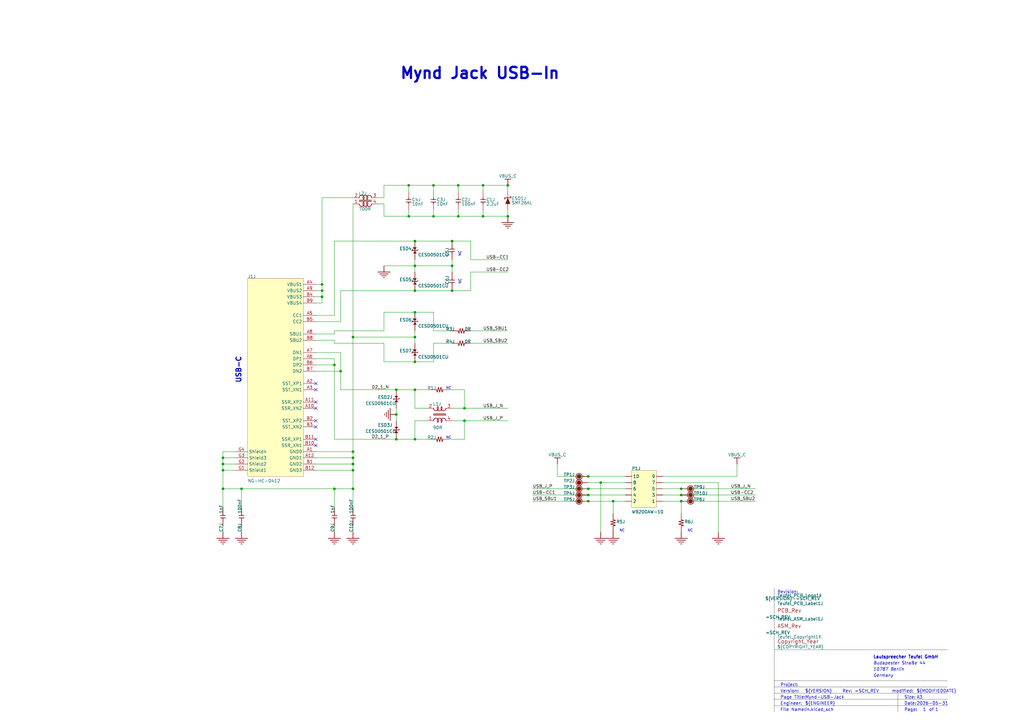
<source format=kicad_sch>
(kicad_sch
	(version 20231120)
	(generator "eeschema")
	(generator_version "8.0")
	(uuid "1f0f583b-4276-4943-8e32-4aad965bdb14")
	(paper "A3")
	(title_block
		(title "Mynd-USB-Jack")
		(rev "=SCH_REV")
	)
	(lib_symbols
		(symbol "Mynd_USB_JACK-altium-import:GND_POWER_GROUND"
			(power)
			(exclude_from_sim no)
			(in_bom yes)
			(on_board yes)
			(property "Reference" "#PWR"
				(at 0 0 0)
				(effects
					(font
						(size 1.27 1.27)
					)
				)
			)
			(property "Value" "GND"
				(at 0 6.35 0)
				(effects
					(font
						(size 1.27 1.27)
					)
				)
			)
			(property "Footprint" ""
				(at 0 0 0)
				(effects
					(font
						(size 1.27 1.27)
					)
					(hide yes)
				)
			)
			(property "Datasheet" ""
				(at 0 0 0)
				(effects
					(font
						(size 1.27 1.27)
					)
					(hide yes)
				)
			)
			(property "Description" "Spannungssymbol erstellt einen globalen Bezeichner mit Namen \"GND\""
				(at 0 0 0)
				(effects
					(font
						(size 1.27 1.27)
					)
					(hide yes)
				)
			)
			(property "ki_keywords" "power-flag"
				(at 0 0 0)
				(effects
					(font
						(size 1.27 1.27)
					)
					(hide yes)
				)
			)
			(symbol "GND_POWER_GROUND_0_0"
				(polyline
					(pts
						(xy -2.54 -2.54) (xy 2.54 -2.54)
					)
					(stroke
						(width 0.254)
						(type solid)
					)
					(fill
						(type none)
					)
				)
				(polyline
					(pts
						(xy -1.778 -3.302) (xy 1.778 -3.302)
					)
					(stroke
						(width 0.254)
						(type solid)
					)
					(fill
						(type none)
					)
				)
				(polyline
					(pts
						(xy -1.016 -4.064) (xy 1.016 -4.064)
					)
					(stroke
						(width 0.254)
						(type solid)
					)
					(fill
						(type none)
					)
				)
				(polyline
					(pts
						(xy -0.254 -4.826) (xy 0.254 -4.826)
					)
					(stroke
						(width 0.254)
						(type solid)
					)
					(fill
						(type none)
					)
				)
				(polyline
					(pts
						(xy 0 0) (xy 0 -2.54)
					)
					(stroke
						(width 0.254)
						(type solid)
					)
					(fill
						(type none)
					)
				)
				(pin power_in line
					(at 0 0 0)
					(length 0) hide
					(name "GND"
						(effects
							(font
								(size 1.27 1.27)
							)
						)
					)
					(number ""
						(effects
							(font
								(size 1.27 1.27)
							)
						)
					)
				)
			)
		)
		(symbol "Mynd_USB_JACK-altium-import:VBUS_C_BAR"
			(power)
			(exclude_from_sim no)
			(in_bom yes)
			(on_board yes)
			(property "Reference" "#PWR"
				(at 0 0 0)
				(effects
					(font
						(size 1.27 1.27)
					)
				)
			)
			(property "Value" "VBUS_C"
				(at 0 3.81 0)
				(effects
					(font
						(size 1.27 1.27)
					)
				)
			)
			(property "Footprint" ""
				(at 0 0 0)
				(effects
					(font
						(size 1.27 1.27)
					)
					(hide yes)
				)
			)
			(property "Datasheet" ""
				(at 0 0 0)
				(effects
					(font
						(size 1.27 1.27)
					)
					(hide yes)
				)
			)
			(property "Description" "Spannungssymbol erstellt einen globalen Bezeichner mit Namen \"VBUS_C\""
				(at 0 0 0)
				(effects
					(font
						(size 1.27 1.27)
					)
					(hide yes)
				)
			)
			(property "ki_keywords" "power-flag"
				(at 0 0 0)
				(effects
					(font
						(size 1.27 1.27)
					)
					(hide yes)
				)
			)
			(symbol "VBUS_C_BAR_0_0"
				(polyline
					(pts
						(xy -1.27 -2.54) (xy 1.27 -2.54)
					)
					(stroke
						(width 0.254)
						(type solid)
					)
					(fill
						(type none)
					)
				)
				(polyline
					(pts
						(xy 0 0) (xy 0 -2.54)
					)
					(stroke
						(width 0.254)
						(type solid)
					)
					(fill
						(type none)
					)
				)
				(pin power_in line
					(at 0 0 0)
					(length 0) hide
					(name "VBUS_C"
						(effects
							(font
								(size 1.27 1.27)
							)
						)
					)
					(number ""
						(effects
							(font
								(size 1.27 1.27)
							)
						)
					)
				)
			)
		)
		(symbol "Mynd_USB_JACK-altium-import:root_0_RES1"
			(exclude_from_sim no)
			(in_bom yes)
			(on_board yes)
			(property "Reference" ""
				(at 0 0 0)
				(effects
					(font
						(size 1.27 1.27)
					)
				)
			)
			(property "Value" ""
				(at 0 0 0)
				(effects
					(font
						(size 1.27 1.27)
					)
				)
			)
			(property "Footprint" ""
				(at 0 0 0)
				(effects
					(font
						(size 1.27 1.27)
					)
					(hide yes)
				)
			)
			(property "Datasheet" ""
				(at 0 0 0)
				(effects
					(font
						(size 1.27 1.27)
					)
					(hide yes)
				)
			)
			(property "Description" "GPHF SMD RES. 0OHM 1/16W 5% 0402"
				(at 0 0 0)
				(effects
					(font
						(size 1.27 1.27)
					)
					(hide yes)
				)
			)
			(property "ki_fp_filters" "*R0402*"
				(at 0 0 0)
				(effects
					(font
						(size 1.27 1.27)
					)
					(hide yes)
				)
			)
			(symbol "root_0_RES1_1_0"
				(polyline
					(pts
						(xy 2.54 0) (xy 2.794 -1.016) (xy 3.302 1.016) (xy 3.81 -1.016) (xy 4.318 1.016) (xy 4.826 -1.016)
						(xy 5.08 0)
					)
					(stroke
						(width 0.254)
						(type solid)
					)
					(fill
						(type none)
					)
				)
				(pin passive line
					(at 0 0 0)
					(length 2.54)
					(name "1"
						(effects
							(font
								(size 0 0)
							)
						)
					)
					(number "1"
						(effects
							(font
								(size 0 0)
							)
						)
					)
				)
				(pin passive line
					(at 7.62 0 180)
					(length 2.54)
					(name "2"
						(effects
							(font
								(size 0 0)
							)
						)
					)
					(number "2"
						(effects
							(font
								(size 0 0)
							)
						)
					)
				)
			)
		)
		(symbol "Mynd_USB_JACK-altium-import:root_0_Teufel NoLogo"
			(exclude_from_sim no)
			(in_bom yes)
			(on_board yes)
			(property "Reference" ""
				(at 0 0 0)
				(effects
					(font
						(size 1.27 1.27)
					)
				)
			)
			(property "Value" ""
				(at 0 0 0)
				(effects
					(font
						(size 1.27 1.27)
					)
				)
			)
			(property "Footprint" ""
				(at 0 0 0)
				(effects
					(font
						(size 1.27 1.27)
					)
					(hide yes)
				)
			)
			(property "Datasheet" ""
				(at 0 0 0)
				(effects
					(font
						(size 1.27 1.27)
					)
					(hide yes)
				)
			)
			(property "Description" "Teufel PCB NoLogo"
				(at 0 0 0)
				(effects
					(font
						(size 1.27 1.27)
					)
					(hide yes)
				)
			)
			(property "ki_fp_filters" "*Teufel_NoLogo*"
				(at 0 0 0)
				(effects
					(font
						(size 1.27 1.27)
					)
					(hide yes)
				)
			)
		)
		(symbol "Mynd_USB_JACK-altium-import:root_0_Teufel_ASM_Label"
			(exclude_from_sim no)
			(in_bom yes)
			(on_board yes)
			(property "Reference" ""
				(at 0 0 0)
				(effects
					(font
						(size 1.27 1.27)
					)
				)
			)
			(property "Value" ""
				(at 0 0 0)
				(effects
					(font
						(size 1.27 1.27)
					)
				)
			)
			(property "Footprint" ""
				(at 0 0 0)
				(effects
					(font
						(size 1.27 1.27)
					)
					(hide yes)
				)
			)
			(property "Datasheet" ""
				(at 0 0 0)
				(effects
					(font
						(size 1.27 1.27)
					)
					(hide yes)
				)
			)
			(property "Description" "Teufel_ASM_Rev"
				(at 0 0 0)
				(effects
					(font
						(size 1.27 1.27)
					)
					(hide yes)
				)
			)
			(property "ki_fp_filters" "*Teufel_ASM_Rev*"
				(at 0 0 0)
				(effects
					(font
						(size 1.27 1.27)
					)
					(hide yes)
				)
			)
			(symbol "root_0_Teufel_ASM_Label_1_0"
				(text "ASM_Rev"
					(at 0 0 0)
					(effects
						(font
							(size 1.524 1.524)
						)
						(justify left bottom)
					)
				)
			)
		)
		(symbol "Mynd_USB_JACK-altium-import:root_0_Teufel_Copyright"
			(exclude_from_sim no)
			(in_bom yes)
			(on_board yes)
			(property "Reference" ""
				(at 0 0 0)
				(effects
					(font
						(size 1.27 1.27)
					)
				)
			)
			(property "Value" ""
				(at 0 0 0)
				(effects
					(font
						(size 1.27 1.27)
					)
				)
			)
			(property "Footprint" ""
				(at 0 0 0)
				(effects
					(font
						(size 1.27 1.27)
					)
					(hide yes)
				)
			)
			(property "Datasheet" ""
				(at 0 0 0)
				(effects
					(font
						(size 1.27 1.27)
					)
					(hide yes)
				)
			)
			(property "Description" "Teufel_Copyright_Year"
				(at 0 0 0)
				(effects
					(font
						(size 1.27 1.27)
					)
					(hide yes)
				)
			)
			(property "ki_fp_filters" "*TEUFEL_COPYRIGHT*"
				(at 0 0 0)
				(effects
					(font
						(size 1.27 1.27)
					)
					(hide yes)
				)
			)
			(symbol "root_0_Teufel_Copyright_1_0"
				(text "Copyright_Year"
					(at 0 0 0)
					(effects
						(font
							(size 1.524 1.524)
						)
						(justify left bottom)
					)
				)
			)
		)
		(symbol "Mynd_USB_JACK-altium-import:root_0_Teufel_PCB_Label"
			(exclude_from_sim no)
			(in_bom yes)
			(on_board yes)
			(property "Reference" ""
				(at 0 0 0)
				(effects
					(font
						(size 1.27 1.27)
					)
				)
			)
			(property "Value" ""
				(at 0 0 0)
				(effects
					(font
						(size 1.27 1.27)
					)
				)
			)
			(property "Footprint" ""
				(at 0 0 0)
				(effects
					(font
						(size 1.27 1.27)
					)
					(hide yes)
				)
			)
			(property "Datasheet" ""
				(at 0 0 0)
				(effects
					(font
						(size 1.27 1.27)
					)
					(hide yes)
				)
			)
			(property "Description" "Teufel_PCB_Label"
				(at 0 0 0)
				(effects
					(font
						(size 1.27 1.27)
					)
					(hide yes)
				)
			)
			(property "ki_fp_filters" "*Teufel_PCB_Rev*"
				(at 0 0 0)
				(effects
					(font
						(size 1.27 1.27)
					)
					(hide yes)
				)
			)
			(symbol "root_0_Teufel_PCB_Label_1_0"
				(text "PCB_Rev"
					(at 0 0 0)
					(effects
						(font
							(size 1.524 1.524)
						)
						(justify left bottom)
					)
				)
			)
		)
		(symbol "Mynd_USB_JACK-altium-import:root_0_mirrored_USB_TYPE_C_3"
			(exclude_from_sim no)
			(in_bom yes)
			(on_board yes)
			(property "Reference" ""
				(at 0 0 0)
				(effects
					(font
						(size 1.27 1.27)
					)
				)
			)
			(property "Value" ""
				(at 0 0 0)
				(effects
					(font
						(size 1.27 1.27)
					)
				)
			)
			(property "Footprint" ""
				(at 0 0 0)
				(effects
					(font
						(size 1.27 1.27)
					)
					(hide yes)
				)
			)
			(property "Datasheet" ""
				(at 0 0 0)
				(effects
					(font
						(size 1.27 1.27)
					)
					(hide yes)
				)
			)
			(property "Description" "SMD USB JACK 24P TID VERIFY"
				(at 0 0 0)
				(effects
					(font
						(size 1.27 1.27)
					)
					(hide yes)
				)
			)
			(property "ki_fp_filters" "*USB_TYPE_C_HC_0768*"
				(at 0 0 0)
				(effects
					(font
						(size 1.27 1.27)
					)
					(hide yes)
				)
			)
			(symbol "root_0_mirrored_USB_TYPE_C_3_1_0"
				(rectangle
					(start 0 0)
					(end -22.86 -81.28)
					(stroke
						(width 0.0254)
						(type solid)
						(color 128 0 0 1)
					)
					(fill
						(type background)
					)
				)
				(pin passive line
					(at 5.08 -71.12 180)
					(length 5.08)
					(name "GND0"
						(effects
							(font
								(size 1.27 1.27)
							)
						)
					)
					(number "A1"
						(effects
							(font
								(size 1.27 1.27)
							)
						)
					)
				)
				(pin passive line
					(at 5.08 -53.34 180)
					(length 5.08)
					(name "SSR_XN2"
						(effects
							(font
								(size 1.27 1.27)
							)
						)
					)
					(number "A10"
						(effects
							(font
								(size 1.27 1.27)
							)
						)
					)
				)
				(pin passive line
					(at 5.08 -50.8 180)
					(length 5.08)
					(name "SSR_XP2"
						(effects
							(font
								(size 1.27 1.27)
							)
						)
					)
					(number "A11"
						(effects
							(font
								(size 1.27 1.27)
							)
						)
					)
				)
				(pin passive line
					(at 5.08 -73.66 180)
					(length 5.08)
					(name "GND1"
						(effects
							(font
								(size 1.27 1.27)
							)
						)
					)
					(number "A12"
						(effects
							(font
								(size 1.27 1.27)
							)
						)
					)
				)
				(pin passive line
					(at 5.08 -43.18 180)
					(length 5.08)
					(name "SST_XP1"
						(effects
							(font
								(size 1.27 1.27)
							)
						)
					)
					(number "A2"
						(effects
							(font
								(size 1.27 1.27)
							)
						)
					)
				)
				(pin passive line
					(at 5.08 -45.72 180)
					(length 5.08)
					(name "SST_XN1"
						(effects
							(font
								(size 1.27 1.27)
							)
						)
					)
					(number "A3"
						(effects
							(font
								(size 1.27 1.27)
							)
						)
					)
				)
				(pin passive line
					(at 5.08 -2.54 180)
					(length 5.08)
					(name "VBUS1"
						(effects
							(font
								(size 1.27 1.27)
							)
						)
					)
					(number "A4"
						(effects
							(font
								(size 1.27 1.27)
							)
						)
					)
				)
				(pin passive line
					(at 5.08 -15.24 180)
					(length 5.08)
					(name "CC1"
						(effects
							(font
								(size 1.27 1.27)
							)
						)
					)
					(number "A5"
						(effects
							(font
								(size 1.27 1.27)
							)
						)
					)
				)
				(pin passive line
					(at 5.08 -33.02 180)
					(length 5.08)
					(name "DP1"
						(effects
							(font
								(size 1.27 1.27)
							)
						)
					)
					(number "A6"
						(effects
							(font
								(size 1.27 1.27)
							)
						)
					)
				)
				(pin passive line
					(at 5.08 -30.48 180)
					(length 5.08)
					(name "DN1"
						(effects
							(font
								(size 1.27 1.27)
							)
						)
					)
					(number "A7"
						(effects
							(font
								(size 1.27 1.27)
							)
						)
					)
				)
				(pin passive line
					(at 5.08 -22.86 180)
					(length 5.08)
					(name "SBU1"
						(effects
							(font
								(size 1.27 1.27)
							)
						)
					)
					(number "A8"
						(effects
							(font
								(size 1.27 1.27)
							)
						)
					)
				)
				(pin passive line
					(at 5.08 -5.08 180)
					(length 5.08)
					(name "VBUS2"
						(effects
							(font
								(size 1.27 1.27)
							)
						)
					)
					(number "A9"
						(effects
							(font
								(size 1.27 1.27)
							)
						)
					)
				)
				(pin passive line
					(at 5.08 -76.2 180)
					(length 5.08)
					(name "GND2"
						(effects
							(font
								(size 1.27 1.27)
							)
						)
					)
					(number "B1"
						(effects
							(font
								(size 1.27 1.27)
							)
						)
					)
				)
				(pin passive line
					(at 5.08 -68.58 180)
					(length 5.08)
					(name "SSR_XN1"
						(effects
							(font
								(size 1.27 1.27)
							)
						)
					)
					(number "B10"
						(effects
							(font
								(size 1.27 1.27)
							)
						)
					)
				)
				(pin passive line
					(at 5.08 -66.04 180)
					(length 5.08)
					(name "SSR_XP1"
						(effects
							(font
								(size 1.27 1.27)
							)
						)
					)
					(number "B11"
						(effects
							(font
								(size 1.27 1.27)
							)
						)
					)
				)
				(pin passive line
					(at 5.08 -78.74 180)
					(length 5.08)
					(name "GND3"
						(effects
							(font
								(size 1.27 1.27)
							)
						)
					)
					(number "B12"
						(effects
							(font
								(size 1.27 1.27)
							)
						)
					)
				)
				(pin passive line
					(at 5.08 -58.42 180)
					(length 5.08)
					(name "SST_XP2"
						(effects
							(font
								(size 1.27 1.27)
							)
						)
					)
					(number "B2"
						(effects
							(font
								(size 1.27 1.27)
							)
						)
					)
				)
				(pin passive line
					(at 5.08 -60.96 180)
					(length 5.08)
					(name "SST_XN2"
						(effects
							(font
								(size 1.27 1.27)
							)
						)
					)
					(number "B3"
						(effects
							(font
								(size 1.27 1.27)
							)
						)
					)
				)
				(pin passive line
					(at 5.08 -7.62 180)
					(length 5.08)
					(name "VBUS3"
						(effects
							(font
								(size 1.27 1.27)
							)
						)
					)
					(number "B4"
						(effects
							(font
								(size 1.27 1.27)
							)
						)
					)
				)
				(pin passive line
					(at 5.08 -17.78 180)
					(length 5.08)
					(name "CC2"
						(effects
							(font
								(size 1.27 1.27)
							)
						)
					)
					(number "B5"
						(effects
							(font
								(size 1.27 1.27)
							)
						)
					)
				)
				(pin passive line
					(at 5.08 -35.56 180)
					(length 5.08)
					(name "DP2"
						(effects
							(font
								(size 1.27 1.27)
							)
						)
					)
					(number "B6"
						(effects
							(font
								(size 1.27 1.27)
							)
						)
					)
				)
				(pin passive line
					(at 5.08 -38.1 180)
					(length 5.08)
					(name "DN2"
						(effects
							(font
								(size 1.27 1.27)
							)
						)
					)
					(number "B7"
						(effects
							(font
								(size 1.27 1.27)
							)
						)
					)
				)
				(pin passive line
					(at 5.08 -25.4 180)
					(length 5.08)
					(name "SBU2"
						(effects
							(font
								(size 1.27 1.27)
							)
						)
					)
					(number "B8"
						(effects
							(font
								(size 1.27 1.27)
							)
						)
					)
				)
				(pin passive line
					(at 5.08 -10.16 180)
					(length 5.08)
					(name "VBUS4"
						(effects
							(font
								(size 1.27 1.27)
							)
						)
					)
					(number "B9"
						(effects
							(font
								(size 1.27 1.27)
							)
						)
					)
				)
				(pin passive line
					(at -27.94 -78.74 0)
					(length 5.08)
					(name "Shield1"
						(effects
							(font
								(size 1.27 1.27)
							)
						)
					)
					(number "G1"
						(effects
							(font
								(size 1.27 1.27)
							)
						)
					)
				)
				(pin passive line
					(at -27.94 -76.2 0)
					(length 5.08)
					(name "Shield2"
						(effects
							(font
								(size 1.27 1.27)
							)
						)
					)
					(number "G2"
						(effects
							(font
								(size 1.27 1.27)
							)
						)
					)
				)
				(pin passive line
					(at -27.94 -73.66 0)
					(length 5.08)
					(name "Shield3"
						(effects
							(font
								(size 1.27 1.27)
							)
						)
					)
					(number "G3"
						(effects
							(font
								(size 1.27 1.27)
							)
						)
					)
				)
				(pin passive line
					(at -27.94 -71.12 0)
					(length 5.08)
					(name "Shield4"
						(effects
							(font
								(size 1.27 1.27)
							)
						)
					)
					(number "G4"
						(effects
							(font
								(size 1.27 1.27)
							)
						)
					)
				)
			)
		)
		(symbol "Mynd_USB_JACK-altium-import:root_1_CAP1"
			(exclude_from_sim no)
			(in_bom yes)
			(on_board yes)
			(property "Reference" ""
				(at 0 0 0)
				(effects
					(font
						(size 1.27 1.27)
					)
				)
			)
			(property "Value" ""
				(at 0 0 0)
				(effects
					(font
						(size 1.27 1.27)
					)
				)
			)
			(property "Footprint" ""
				(at 0 0 0)
				(effects
					(font
						(size 1.27 1.27)
					)
					(hide yes)
				)
			)
			(property "Datasheet" ""
				(at 0 0 0)
				(effects
					(font
						(size 1.27 1.27)
					)
					(hide yes)
				)
			)
			(property "Description" "PSHF SMD CAP 470pF 50V 10%"
				(at 0 0 0)
				(effects
					(font
						(size 1.27 1.27)
					)
					(hide yes)
				)
			)
			(property "ki_fp_filters" "*C0603X80*"
				(at 0 0 0)
				(effects
					(font
						(size 1.27 1.27)
					)
					(hide yes)
				)
			)
			(symbol "root_1_CAP1_1_0"
				(polyline
					(pts
						(xy -1.016 3.302) (xy 1.016 3.302)
					)
					(stroke
						(width 0.254)
						(type solid)
					)
					(fill
						(type none)
					)
				)
				(polyline
					(pts
						(xy -1.016 4.318) (xy 1.016 4.318)
					)
					(stroke
						(width 0.254)
						(type solid)
					)
					(fill
						(type none)
					)
				)
				(polyline
					(pts
						(xy 0 2.54) (xy 0 3.302)
					)
					(stroke
						(width 0.254)
						(type solid)
					)
					(fill
						(type none)
					)
				)
				(polyline
					(pts
						(xy 0 5.08) (xy 0 4.318)
					)
					(stroke
						(width 0.254)
						(type solid)
					)
					(fill
						(type none)
					)
				)
				(pin passive line
					(at 0 0 90)
					(length 2.54)
					(name "1"
						(effects
							(font
								(size 0 0)
							)
						)
					)
					(number "1"
						(effects
							(font
								(size 0 0)
							)
						)
					)
				)
				(pin passive line
					(at 0 7.62 270)
					(length 2.54)
					(name "2"
						(effects
							(font
								(size 0 0)
							)
						)
					)
					(number "2"
						(effects
							(font
								(size 0 0)
							)
						)
					)
				)
			)
		)
		(symbol "Mynd_USB_JACK-altium-import:root_1_RES1"
			(exclude_from_sim no)
			(in_bom yes)
			(on_board yes)
			(property "Reference" ""
				(at 0 0 0)
				(effects
					(font
						(size 1.27 1.27)
					)
				)
			)
			(property "Value" ""
				(at 0 0 0)
				(effects
					(font
						(size 1.27 1.27)
					)
				)
			)
			(property "Footprint" ""
				(at 0 0 0)
				(effects
					(font
						(size 1.27 1.27)
					)
					(hide yes)
				)
			)
			(property "Datasheet" ""
				(at 0 0 0)
				(effects
					(font
						(size 1.27 1.27)
					)
					(hide yes)
				)
			)
			(property "Description" "SMD THICK FILM RES. 0Ohm 1/16W 1% 0402"
				(at 0 0 0)
				(effects
					(font
						(size 1.27 1.27)
					)
					(hide yes)
				)
			)
			(property "ki_fp_filters" "*R0402*"
				(at 0 0 0)
				(effects
					(font
						(size 1.27 1.27)
					)
					(hide yes)
				)
			)
			(symbol "root_1_RES1_1_0"
				(polyline
					(pts
						(xy 0 2.54) (xy 1.016 2.794) (xy -1.016 3.302) (xy 1.016 3.81) (xy -1.016 4.318) (xy 1.016 4.826)
						(xy 0 5.08)
					)
					(stroke
						(width 0.254)
						(type solid)
					)
					(fill
						(type none)
					)
				)
				(pin passive line
					(at 0 0 90)
					(length 2.54)
					(name "1"
						(effects
							(font
								(size 0 0)
							)
						)
					)
					(number "1"
						(effects
							(font
								(size 0 0)
							)
						)
					)
				)
				(pin passive line
					(at 0 7.62 270)
					(length 2.54)
					(name "2"
						(effects
							(font
								(size 0 0)
							)
						)
					)
					(number "2"
						(effects
							(font
								(size 0 0)
							)
						)
					)
				)
			)
		)
		(symbol "Mynd_USB_JACK-altium-import:root_1_mirrored_DIODE_BID_ESD2"
			(exclude_from_sim no)
			(in_bom yes)
			(on_board yes)
			(property "Reference" ""
				(at 0 0 0)
				(effects
					(font
						(size 1.27 1.27)
					)
				)
			)
			(property "Value" ""
				(at 0 0 0)
				(effects
					(font
						(size 1.27 1.27)
					)
				)
			)
			(property "Footprint" ""
				(at 0 0 0)
				(effects
					(font
						(size 1.27 1.27)
					)
					(hide yes)
				)
			)
			(property "Datasheet" ""
				(at 0 0 0)
				(effects
					(font
						(size 1.27 1.27)
					)
					(hide yes)
				)
			)
			(property "Description" "SMD TVS 2P 5.5 DFN1006 CESD0501CU CTE"
				(at 0 0 0)
				(effects
					(font
						(size 1.27 1.27)
					)
					(hide yes)
				)
			)
			(property "ki_fp_filters" "*DFN2_100X60X50_65*"
				(at 0 0 0)
				(effects
					(font
						(size 1.27 1.27)
					)
					(hide yes)
				)
			)
			(symbol "root_1_mirrored_DIODE_BID_ESD2_1_0"
				(polyline
					(pts
						(xy -1.016 3.81) (xy -1.27 3.556)
					)
					(stroke
						(width 0.254)
						(type solid)
					)
					(fill
						(type none)
					)
				)
				(polyline
					(pts
						(xy 0 3.302) (xy 0 4.318)
					)
					(stroke
						(width 0.254)
						(type solid)
					)
					(fill
						(type none)
					)
				)
				(polyline
					(pts
						(xy 1.016 3.81) (xy -1.016 3.81)
					)
					(stroke
						(width 0.254)
						(type solid)
					)
					(fill
						(type none)
					)
				)
				(polyline
					(pts
						(xy 1.016 3.81) (xy 1.27 4.064)
					)
					(stroke
						(width 0.254)
						(type solid)
					)
					(fill
						(type none)
					)
				)
				(polyline
					(pts
						(xy 0 3.556) (xy 0.762 2.54) (xy -0.762 2.54) (xy 0 3.556)
					)
					(stroke
						(width -0.0001)
						(type solid)
					)
					(fill
						(type outline)
					)
				)
				(polyline
					(pts
						(xy 0 4.064) (xy -0.762 5.08) (xy 0.762 5.08) (xy 0 4.064)
					)
					(stroke
						(width -0.0001)
						(type solid)
					)
					(fill
						(type outline)
					)
				)
				(pin passive line
					(at 0 0 90)
					(length 2.54)
					(name "1"
						(effects
							(font
								(size 0 0)
							)
						)
					)
					(number "1"
						(effects
							(font
								(size 0 0)
							)
						)
					)
				)
				(pin passive line
					(at 0 7.62 270)
					(length 2.54)
					(name "2"
						(effects
							(font
								(size 0 0)
							)
						)
					)
					(number "2"
						(effects
							(font
								(size 0 0)
							)
						)
					)
				)
			)
		)
		(symbol "Mynd_USB_JACK-altium-import:root_1_mirrored_DIODE_TVS1"
			(exclude_from_sim no)
			(in_bom yes)
			(on_board yes)
			(property "Reference" ""
				(at 0 0 0)
				(effects
					(font
						(size 1.27 1.27)
					)
				)
			)
			(property "Value" ""
				(at 0 0 0)
				(effects
					(font
						(size 1.27 1.27)
					)
				)
			)
			(property "Footprint" ""
				(at 0 0 0)
				(effects
					(font
						(size 1.27 1.27)
					)
					(hide yes)
				)
			)
			(property "Datasheet" ""
				(at 0 0 0)
				(effects
					(font
						(size 1.27 1.27)
					)
					(hide yes)
				)
			)
			(property "Description" "SMD TVS 2P 26 SOD-123FL SMF26AL JJW"
				(at 0 0 0)
				(effects
					(font
						(size 1.27 1.27)
					)
					(hide yes)
				)
			)
			(property "ki_fp_filters" "*SOD-123FL*"
				(at 0 0 0)
				(effects
					(font
						(size 1.27 1.27)
					)
					(hide yes)
				)
			)
			(symbol "root_1_mirrored_DIODE_TVS1_1_0"
				(polyline
					(pts
						(xy 1.27 5.08) (xy -1.27 5.08)
					)
					(stroke
						(width 0.254)
						(type solid)
					)
					(fill
						(type none)
					)
				)
				(polyline
					(pts
						(xy -1.27 5.08) (xy -1.27 4.572) (xy -1.016 4.572)
					)
					(stroke
						(width 0.254)
						(type solid)
					)
					(fill
						(type none)
					)
				)
				(polyline
					(pts
						(xy 1.27 5.08) (xy 1.27 5.588) (xy 1.016 5.588)
					)
					(stroke
						(width 0.254)
						(type solid)
					)
					(fill
						(type none)
					)
				)
				(polyline
					(pts
						(xy 0 5.08) (xy 1.016 2.54) (xy -1.016 2.54) (xy 0 5.08)
					)
					(stroke
						(width -0.0001)
						(type solid)
					)
					(fill
						(type outline)
					)
				)
				(pin passive line
					(at 0 0 90)
					(length 2.54)
					(name "A"
						(effects
							(font
								(size 0 0)
							)
						)
					)
					(number "A"
						(effects
							(font
								(size 0 0)
							)
						)
					)
				)
				(pin passive line
					(at 0 7.62 270)
					(length 2.54)
					(name "K"
						(effects
							(font
								(size 0 0)
							)
						)
					)
					(number "K"
						(effects
							(font
								(size 0 0)
							)
						)
					)
				)
			)
		)
		(symbol "Mynd_USB_JACK-altium-import:root_2_CON 2X5P"
			(exclude_from_sim no)
			(in_bom yes)
			(on_board yes)
			(property "Reference" ""
				(at 0 0 0)
				(effects
					(font
						(size 1.27 1.27)
					)
				)
			)
			(property "Value" ""
				(at 0 0 0)
				(effects
					(font
						(size 1.27 1.27)
					)
				)
			)
			(property "Footprint" ""
				(at 0 0 0)
				(effects
					(font
						(size 1.27 1.27)
					)
					(hide yes)
				)
			)
			(property "Datasheet" ""
				(at 0 0 0)
				(effects
					(font
						(size 1.27 1.27)
					)
					(hide yes)
				)
			)
			(property "Description" "SMD WTB CONNECTOR 10P P2.0mm TIN"
				(at 0 0 0)
				(effects
					(font
						(size 1.27 1.27)
					)
					(hide yes)
				)
			)
			(property "ki_fp_filters" "*WB200AW_2x5P*"
				(at 0 0 0)
				(effects
					(font
						(size 1.27 1.27)
					)
					(hide yes)
				)
			)
			(symbol "root_2_CON 2X5P_1_0"
				(rectangle
					(start 0 15.24)
					(end -10.16 0)
					(stroke
						(width 0.0254)
						(type solid)
						(color 128 0 0 1)
					)
					(fill
						(type background)
					)
				)
				(pin passive line
					(at 2.54 2.54 180)
					(length 2.54)
					(name "1"
						(effects
							(font
								(size 1.27 1.27)
							)
						)
					)
					(number "1"
						(effects
							(font
								(size 0 0)
							)
						)
					)
				)
				(pin passive line
					(at -12.7 12.7 0)
					(length 2.54)
					(name "10"
						(effects
							(font
								(size 1.27 1.27)
							)
						)
					)
					(number "10"
						(effects
							(font
								(size 0 0)
							)
						)
					)
				)
				(pin passive line
					(at -12.7 2.54 0)
					(length 2.54)
					(name "2"
						(effects
							(font
								(size 1.27 1.27)
							)
						)
					)
					(number "2"
						(effects
							(font
								(size 0 0)
							)
						)
					)
				)
				(pin passive line
					(at 2.54 5.08 180)
					(length 2.54)
					(name "3"
						(effects
							(font
								(size 1.27 1.27)
							)
						)
					)
					(number "3"
						(effects
							(font
								(size 0 0)
							)
						)
					)
				)
				(pin passive line
					(at -12.7 5.08 0)
					(length 2.54)
					(name "4"
						(effects
							(font
								(size 1.27 1.27)
							)
						)
					)
					(number "4"
						(effects
							(font
								(size 0 0)
							)
						)
					)
				)
				(pin passive line
					(at 2.54 7.62 180)
					(length 2.54)
					(name "5"
						(effects
							(font
								(size 1.27 1.27)
							)
						)
					)
					(number "5"
						(effects
							(font
								(size 0 0)
							)
						)
					)
				)
				(pin passive line
					(at -12.7 7.62 0)
					(length 2.54)
					(name "6"
						(effects
							(font
								(size 1.27 1.27)
							)
						)
					)
					(number "6"
						(effects
							(font
								(size 0 0)
							)
						)
					)
				)
				(pin passive line
					(at 2.54 10.16 180)
					(length 2.54)
					(name "7"
						(effects
							(font
								(size 1.27 1.27)
							)
						)
					)
					(number "7"
						(effects
							(font
								(size 0 0)
							)
						)
					)
				)
				(pin passive line
					(at -12.7 10.16 0)
					(length 2.54)
					(name "8"
						(effects
							(font
								(size 1.27 1.27)
							)
						)
					)
					(number "8"
						(effects
							(font
								(size 0 0)
							)
						)
					)
				)
				(pin passive line
					(at 2.54 12.7 180)
					(length 2.54)
					(name "9"
						(effects
							(font
								(size 1.27 1.27)
							)
						)
					)
					(number "9"
						(effects
							(font
								(size 0 0)
							)
						)
					)
				)
			)
		)
		(symbol "Mynd_USB_JACK-altium-import:root_2_TP"
			(exclude_from_sim no)
			(in_bom yes)
			(on_board yes)
			(property "Reference" ""
				(at 0 0 0)
				(effects
					(font
						(size 1.27 1.27)
					)
				)
			)
			(property "Value" ""
				(at 0 0 0)
				(effects
					(font
						(size 1.27 1.27)
					)
				)
			)
			(property "Footprint" ""
				(at 0 0 0)
				(effects
					(font
						(size 1.27 1.27)
					)
					(hide yes)
				)
			)
			(property "Datasheet" ""
				(at 0 0 0)
				(effects
					(font
						(size 1.27 1.27)
					)
					(hide yes)
				)
			)
			(property "Description" "Test Point"
				(at 0 0 0)
				(effects
					(font
						(size 1.27 1.27)
					)
					(hide yes)
				)
			)
			(property "ki_fp_filters" "*TP120*"
				(at 0 0 0)
				(effects
					(font
						(size 1.27 1.27)
					)
					(hide yes)
				)
			)
			(symbol "root_2_TP_1_0"
				(circle
					(center -3.81 0)
					(radius 0.762)
					(stroke
						(width 0.254)
						(type solid)
					)
					(fill
						(type outline)
					)
				)
				(circle
					(center -3.81 0)
					(radius 1.27)
					(stroke
						(width 0.254)
						(type solid)
					)
					(fill
						(type none)
					)
				)
				(pin passive line
					(at 0 0 180)
					(length 2.54)
					(name "1"
						(effects
							(font
								(size 0 0)
							)
						)
					)
					(number "1"
						(effects
							(font
								(size 0 0)
							)
						)
					)
				)
			)
		)
		(symbol "Mynd_USB_JACK-altium-import:root_2_mirrored_CET9070F-701"
			(exclude_from_sim no)
			(in_bom yes)
			(on_board yes)
			(property "Reference" ""
				(at 0 0 0)
				(effects
					(font
						(size 1.27 1.27)
					)
				)
			)
			(property "Value" ""
				(at 0 0 0)
				(effects
					(font
						(size 1.27 1.27)
					)
				)
			)
			(property "Footprint" ""
				(at 0 0 0)
				(effects
					(font
						(size 1.27 1.27)
					)
					(hide yes)
				)
			)
			(property "Datasheet" ""
				(at 0 0 0)
				(effects
					(font
						(size 1.27 1.27)
					)
					(hide yes)
				)
			)
			(property "Description" "COMMON MODE COIL 90Ohm 100MHz 400mA"
				(at 0 0 0)
				(effects
					(font
						(size 1.27 1.27)
					)
					(hide yes)
				)
			)
			(property "ki_fp_filters" "*CET2012D*"
				(at 0 0 0)
				(effects
					(font
						(size 1.27 1.27)
					)
					(hide yes)
				)
			)
			(symbol "root_2_mirrored_CET9070F-701_1_0"
				(polyline
					(pts
						(xy 2.54 2.286) (xy 7.62 2.286)
					)
					(stroke
						(width 0.254)
						(type solid)
					)
					(fill
						(type none)
					)
				)
				(polyline
					(pts
						(xy 2.54 2.794) (xy 7.62 2.794)
					)
					(stroke
						(width 0.254)
						(type solid)
					)
					(fill
						(type none)
					)
				)
				(arc
					(start 2.54 5.08)
					(mid 3.9201 4.1315)
					(end 4.311 5.7598)
					(stroke
						(width 0.254)
						(type solid)
					)
					(fill
						(type none)
					)
				)
				(arc
					(start 4.311 -0.6798)
					(mid 3.9201 0.9485)
					(end 2.5401 0)
					(stroke
						(width 0.254)
						(type solid)
					)
					(fill
						(type none)
					)
				)
				(arc
					(start 4.325 5.7598)
					(mid 5.08 4.0641)
					(end 5.835 5.7598)
					(stroke
						(width 0.254)
						(type solid)
					)
					(fill
						(type none)
					)
				)
				(arc
					(start 5.835 -0.6798)
					(mid 5.08 1.0159)
					(end 4.325 -0.6798)
					(stroke
						(width 0.254)
						(type solid)
					)
					(fill
						(type none)
					)
				)
				(arc
					(start 5.849 5.7598)
					(mid 6.2399 4.1315)
					(end 7.6199 5.08)
					(stroke
						(width 0.254)
						(type solid)
					)
					(fill
						(type none)
					)
				)
				(arc
					(start 7.62 0)
					(mid 6.2399 0.9485)
					(end 5.849 -0.6798)
					(stroke
						(width 0.254)
						(type solid)
					)
					(fill
						(type none)
					)
				)
				(pin passive line
					(at 0 0 0)
					(length 2.54)
					(name "1"
						(effects
							(font
								(size 0 0)
							)
						)
					)
					(number "1"
						(effects
							(font
								(size 1.27 1.27)
							)
						)
					)
				)
				(pin passive line
					(at 0 5.08 0)
					(length 2.54)
					(name "2"
						(effects
							(font
								(size 0 0)
							)
						)
					)
					(number "2"
						(effects
							(font
								(size 1.27 1.27)
							)
						)
					)
				)
				(pin passive line
					(at 10.16 5.08 180)
					(length 2.54)
					(name "3"
						(effects
							(font
								(size 0 0)
							)
						)
					)
					(number "3"
						(effects
							(font
								(size 1.27 1.27)
							)
						)
					)
				)
				(pin passive line
					(at 10.16 0 180)
					(length 2.54)
					(name "4"
						(effects
							(font
								(size 0 0)
							)
						)
					)
					(number "4"
						(effects
							(font
								(size 1.27 1.27)
							)
						)
					)
				)
			)
		)
		(symbol "Mynd_USB_JACK-altium-import:root_2_mirrored_INDUCTOR_CM_2_1"
			(exclude_from_sim no)
			(in_bom yes)
			(on_board yes)
			(property "Reference" ""
				(at 0 0 0)
				(effects
					(font
						(size 1.27 1.27)
					)
				)
			)
			(property "Value" ""
				(at 0 0 0)
				(effects
					(font
						(size 1.27 1.27)
					)
				)
			)
			(property "Footprint" ""
				(at 0 0 0)
				(effects
					(font
						(size 1.27 1.27)
					)
					(hide yes)
				)
			)
			(property "Datasheet" ""
				(at 0 0 0)
				(effects
					(font
						(size 1.27 1.27)
					)
					(hide yes)
				)
			)
			(property "Description" "GPCOMMON MODE COIL 700Ohm 100MHz 125V 4A"
				(at 0 0 0)
				(effects
					(font
						(size 1.27 1.27)
					)
					(hide yes)
				)
			)
			(property "ki_fp_filters" "*DU_IND_SMD_SCM7060*"
				(at 0 0 0)
				(effects
					(font
						(size 1.27 1.27)
					)
					(hide yes)
				)
			)
			(symbol "root_2_mirrored_INDUCTOR_CM_2_1_1_0"
				(polyline
					(pts
						(xy 2.54 1.016) (xy 7.62 1.016)
					)
					(stroke
						(width 0.254)
						(type solid)
					)
					(fill
						(type none)
					)
				)
				(polyline
					(pts
						(xy 2.54 1.524) (xy 7.62 1.524)
					)
					(stroke
						(width 0.254)
						(type solid)
					)
					(fill
						(type none)
					)
				)
				(arc
					(start 2.54 0)
					(mid 3.9201 -0.9485)
					(end 4.311 0.6798)
					(stroke
						(width 0.254)
						(type solid)
					)
					(fill
						(type none)
					)
				)
				(arc
					(start 4.311 1.8602)
					(mid 3.9201 3.4885)
					(end 2.5401 2.54)
					(stroke
						(width 0.254)
						(type solid)
					)
					(fill
						(type none)
					)
				)
				(arc
					(start 4.325 0.6798)
					(mid 5.08 -1.0159)
					(end 5.835 0.6798)
					(stroke
						(width 0.254)
						(type solid)
					)
					(fill
						(type none)
					)
				)
				(arc
					(start 5.835 1.8602)
					(mid 5.08 3.5559)
					(end 4.325 1.8602)
					(stroke
						(width 0.254)
						(type solid)
					)
					(fill
						(type none)
					)
				)
				(arc
					(start 5.849 0.6798)
					(mid 6.2399 -0.9485)
					(end 7.6199 0)
					(stroke
						(width 0.254)
						(type solid)
					)
					(fill
						(type none)
					)
				)
				(arc
					(start 7.62 2.54)
					(mid 6.2399 3.4885)
					(end 5.849 1.8602)
					(stroke
						(width 0.254)
						(type solid)
					)
					(fill
						(type none)
					)
				)
				(pin passive line
					(at 0 0 0)
					(length 2.54)
					(name "1"
						(effects
							(font
								(size 0 0)
							)
						)
					)
					(number "1"
						(effects
							(font
								(size 1.27 1.27)
							)
						)
					)
				)
				(pin passive line
					(at 0 2.54 0)
					(length 2.54)
					(name "2"
						(effects
							(font
								(size 0 0)
							)
						)
					)
					(number "2"
						(effects
							(font
								(size 1.27 1.27)
							)
						)
					)
				)
				(pin passive line
					(at 10.16 2.54 180)
					(length 2.54)
					(name "3"
						(effects
							(font
								(size 0 0)
							)
						)
					)
					(number "3"
						(effects
							(font
								(size 1.27 1.27)
							)
						)
					)
				)
				(pin passive line
					(at 10.16 0 180)
					(length 2.54)
					(name "4"
						(effects
							(font
								(size 0 0)
							)
						)
					)
					(number "4"
						(effects
							(font
								(size 1.27 1.27)
							)
						)
					)
				)
			)
		)
		(symbol "Mynd_USB_JACK-altium-import:root_2_mirrored_TP"
			(exclude_from_sim no)
			(in_bom yes)
			(on_board yes)
			(property "Reference" ""
				(at 0 0 0)
				(effects
					(font
						(size 1.27 1.27)
					)
				)
			)
			(property "Value" ""
				(at 0 0 0)
				(effects
					(font
						(size 1.27 1.27)
					)
				)
			)
			(property "Footprint" ""
				(at 0 0 0)
				(effects
					(font
						(size 1.27 1.27)
					)
					(hide yes)
				)
			)
			(property "Datasheet" ""
				(at 0 0 0)
				(effects
					(font
						(size 1.27 1.27)
					)
					(hide yes)
				)
			)
			(property "Description" "Test Point"
				(at 0 0 0)
				(effects
					(font
						(size 1.27 1.27)
					)
					(hide yes)
				)
			)
			(property "ki_fp_filters" "*TP120*"
				(at 0 0 0)
				(effects
					(font
						(size 1.27 1.27)
					)
					(hide yes)
				)
			)
			(symbol "root_2_mirrored_TP_1_0"
				(circle
					(center 3.81 0)
					(radius 0.762)
					(stroke
						(width 0.254)
						(type solid)
					)
					(fill
						(type outline)
					)
				)
				(circle
					(center 3.81 0)
					(radius 1.27)
					(stroke
						(width 0.254)
						(type solid)
					)
					(fill
						(type none)
					)
				)
				(pin passive line
					(at 0 0 0)
					(length 2.54)
					(name "1"
						(effects
							(font
								(size 0 0)
							)
						)
					)
					(number "1"
						(effects
							(font
								(size 0 0)
							)
						)
					)
				)
			)
		)
		(symbol "Mynd_USB_JACK-altium-import:root_3_CAP1"
			(exclude_from_sim no)
			(in_bom yes)
			(on_board yes)
			(property "Reference" ""
				(at 0 0 0)
				(effects
					(font
						(size 1.27 1.27)
					)
				)
			)
			(property "Value" ""
				(at 0 0 0)
				(effects
					(font
						(size 1.27 1.27)
					)
				)
			)
			(property "Footprint" ""
				(at 0 0 0)
				(effects
					(font
						(size 1.27 1.27)
					)
					(hide yes)
				)
			)
			(property "Datasheet" ""
				(at 0 0 0)
				(effects
					(font
						(size 1.27 1.27)
					)
					(hide yes)
				)
			)
			(property "Description" "GPHF SMD M CAP 100nF 50V ±10% 0603 X7R"
				(at 0 0 0)
				(effects
					(font
						(size 1.27 1.27)
					)
					(hide yes)
				)
			)
			(property "ki_fp_filters" "*C0603X100*"
				(at 0 0 0)
				(effects
					(font
						(size 1.27 1.27)
					)
					(hide yes)
				)
			)
			(symbol "root_3_CAP1_1_0"
				(polyline
					(pts
						(xy 0 -5.08) (xy 0 -4.318)
					)
					(stroke
						(width 0.254)
						(type solid)
					)
					(fill
						(type none)
					)
				)
				(polyline
					(pts
						(xy 0 -2.54) (xy 0 -3.302)
					)
					(stroke
						(width 0.254)
						(type solid)
					)
					(fill
						(type none)
					)
				)
				(polyline
					(pts
						(xy 1.016 -4.318) (xy -1.016 -4.318)
					)
					(stroke
						(width 0.254)
						(type solid)
					)
					(fill
						(type none)
					)
				)
				(polyline
					(pts
						(xy 1.016 -3.302) (xy -1.016 -3.302)
					)
					(stroke
						(width 0.254)
						(type solid)
					)
					(fill
						(type none)
					)
				)
				(pin passive line
					(at 0 0 270)
					(length 2.54)
					(name "1"
						(effects
							(font
								(size 0 0)
							)
						)
					)
					(number "1"
						(effects
							(font
								(size 0 0)
							)
						)
					)
				)
				(pin passive line
					(at 0 -7.62 90)
					(length 2.54)
					(name "2"
						(effects
							(font
								(size 0 0)
							)
						)
					)
					(number "2"
						(effects
							(font
								(size 0 0)
							)
						)
					)
				)
			)
		)
		(symbol "Mynd_USB_JACK-altium-import:root_3_mirrored_DIODE_BID_ESD2"
			(exclude_from_sim no)
			(in_bom yes)
			(on_board yes)
			(property "Reference" ""
				(at 0 0 0)
				(effects
					(font
						(size 1.27 1.27)
					)
				)
			)
			(property "Value" ""
				(at 0 0 0)
				(effects
					(font
						(size 1.27 1.27)
					)
				)
			)
			(property "Footprint" ""
				(at 0 0 0)
				(effects
					(font
						(size 1.27 1.27)
					)
					(hide yes)
				)
			)
			(property "Datasheet" ""
				(at 0 0 0)
				(effects
					(font
						(size 1.27 1.27)
					)
					(hide yes)
				)
			)
			(property "Description" "SMD TVS 2P 5.5 DFN1006 CESD0501CU CTE"
				(at 0 0 0)
				(effects
					(font
						(size 1.27 1.27)
					)
					(hide yes)
				)
			)
			(property "ki_fp_filters" "*DFN2_100X60X50_65*"
				(at 0 0 0)
				(effects
					(font
						(size 1.27 1.27)
					)
					(hide yes)
				)
			)
			(symbol "root_3_mirrored_DIODE_BID_ESD2_1_0"
				(polyline
					(pts
						(xy -1.016 -3.81) (xy -1.27 -4.064)
					)
					(stroke
						(width 0.254)
						(type solid)
					)
					(fill
						(type none)
					)
				)
				(polyline
					(pts
						(xy -1.016 -3.81) (xy 1.016 -3.81)
					)
					(stroke
						(width 0.254)
						(type solid)
					)
					(fill
						(type none)
					)
				)
				(polyline
					(pts
						(xy 0 -3.302) (xy 0 -4.318)
					)
					(stroke
						(width 0.254)
						(type solid)
					)
					(fill
						(type none)
					)
				)
				(polyline
					(pts
						(xy 1.016 -3.81) (xy 1.27 -3.556)
					)
					(stroke
						(width 0.254)
						(type solid)
					)
					(fill
						(type none)
					)
				)
				(polyline
					(pts
						(xy 0 -4.064) (xy 0.762 -5.08) (xy -0.762 -5.08) (xy 0 -4.064)
					)
					(stroke
						(width -0.0001)
						(type solid)
					)
					(fill
						(type outline)
					)
				)
				(polyline
					(pts
						(xy 0 -3.556) (xy -0.762 -2.54) (xy 0.762 -2.54) (xy 0 -3.556)
					)
					(stroke
						(width -0.0001)
						(type solid)
					)
					(fill
						(type outline)
					)
				)
				(pin passive line
					(at 0 0 270)
					(length 2.54)
					(name "1"
						(effects
							(font
								(size 0 0)
							)
						)
					)
					(number "1"
						(effects
							(font
								(size 0 0)
							)
						)
					)
				)
				(pin passive line
					(at 0 -7.62 90)
					(length 2.54)
					(name "2"
						(effects
							(font
								(size 0 0)
							)
						)
					)
					(number "2"
						(effects
							(font
								(size 0 0)
							)
						)
					)
				)
			)
		)
	)
	(junction
		(at 185.42 98.8822)
		(diameter 0)
		(color 0 0 0 0)
		(uuid "01244efc-d5a8-4a43-adf1-171cc5de0ce5")
	)
	(junction
		(at 137.16 149.6822)
		(diameter 0)
		(color 0 0 0 0)
		(uuid "0284fe95-fac4-4bfe-8784-31df985f160f")
	)
	(junction
		(at 144.78 138.2522)
		(diameter 0)
		(color 0 0 0 0)
		(uuid "0840fa97-98db-4a7b-a091-64198db4bb7b")
	)
	(junction
		(at 241.3 205.5622)
		(diameter 0)
		(color 0 0 0 0)
		(uuid "0c16302f-9dbf-4e30-97dc-a74e75ea67f7")
	)
	(junction
		(at 91.44 187.7822)
		(diameter 0)
		(color 0 0 0 0)
		(uuid "0dcb3f33-2eb3-48f0-833f-cedabfc80ceb")
	)
	(junction
		(at 208.28 76.0222)
		(diameter 0)
		(color 0 0 0 0)
		(uuid "0e1afaf0-b137-41b9-940b-ff18c198ffda")
	)
	(junction
		(at 170.18 109.0422)
		(diameter 0)
		(color 0 0 0 0)
		(uuid "0f4fafee-cd4b-4a25-9eb3-a404eb051d56")
	)
	(junction
		(at 170.18 159.8422)
		(diameter 0)
		(color 0 0 0 0)
		(uuid "130278ee-f9db-4c5f-bbc4-dbb044b29920")
	)
	(junction
		(at 170.18 119.2022)
		(diameter 0)
		(color 0 0 0 0)
		(uuid "16b1d7b0-d743-48ca-8b68-bf15f2a081ad")
	)
	(junction
		(at 170.18 98.8822)
		(diameter 0)
		(color 0 0 0 0)
		(uuid "1908e3f7-4515-4ce2-9ec4-645fefab6f1c")
	)
	(junction
		(at 162.56 180.1622)
		(diameter 0)
		(color 0 0 0 0)
		(uuid "1ed93b1c-bccd-4df1-93e2-69a71471f62f")
	)
	(junction
		(at 144.78 192.8622)
		(diameter 0)
		(color 0 0 0 0)
		(uuid "37225ab3-14f0-454e-92e1-0951a21d1e32")
	)
	(junction
		(at 132.08 119.2022)
		(diameter 0)
		(color 0 0 0 0)
		(uuid "37807641-fb88-4aae-9e59-2c0f5f44b937")
	)
	(junction
		(at 279.4 200.4822)
		(diameter 0)
		(color 0 0 0 0)
		(uuid "44810c23-5173-4ea6-9245-587743ec48e7")
	)
	(junction
		(at 251.46 205.5622)
		(diameter 0)
		(color 0 0 0 0)
		(uuid "4a613e1d-60dd-4237-9560-22b44627f301")
	)
	(junction
		(at 144.78 185.2422)
		(diameter 0)
		(color 0 0 0 0)
		(uuid "506e4e65-136b-446b-a3aa-61605bb067e6")
	)
	(junction
		(at 167.64 88.7222)
		(diameter 0)
		(color 0 0 0 0)
		(uuid "553c3c27-e2e9-4a67-87b6-7ec83708122f")
	)
	(junction
		(at 170.18 138.2522)
		(diameter 0)
		(color 0 0 0 0)
		(uuid "5afc6b4c-d977-4a2f-bece-965a721f43d1")
	)
	(junction
		(at 246.38 197.9422)
		(diameter 0)
		(color 0 0 0 0)
		(uuid "5d6ee53a-2589-4267-97d6-00bfb9603574")
	)
	(junction
		(at 162.56 159.8422)
		(diameter 0)
		(color 0 0 0 0)
		(uuid "5e46245a-3d6a-4717-967d-8a8e63ff46df")
	)
	(junction
		(at 137.16 200.4822)
		(diameter 0)
		(color 0 0 0 0)
		(uuid "64531ad2-9b5e-49a3-9526-4dc56d71ffb9")
	)
	(junction
		(at 187.96 88.7222)
		(diameter 0)
		(color 0 0 0 0)
		(uuid "6aff5764-3dea-4e9c-b3eb-d3cf8f099542")
	)
	(junction
		(at 91.44 190.3222)
		(diameter 0)
		(color 0 0 0 0)
		(uuid "7304371e-fa23-48a4-8f26-455bf4634bda")
	)
	(junction
		(at 185.42 119.2022)
		(diameter 0)
		(color 0 0 0 0)
		(uuid "7e8293a8-eec7-4271-afa5-f38e185a637a")
	)
	(junction
		(at 241.3 203.0222)
		(diameter 0)
		(color 0 0 0 0)
		(uuid "8dcdd5ae-7099-4d40-b0d7-281130bdc3fa")
	)
	(junction
		(at 170.18 180.1622)
		(diameter 0)
		(color 0 0 0 0)
		(uuid "917ff0b5-eddb-4d4b-ba0a-aacad566f436")
	)
	(junction
		(at 170.18 128.0922)
		(diameter 0)
		(color 0 0 0 0)
		(uuid "944a09b1-3098-49b5-a4bc-61d9beb887f8")
	)
	(junction
		(at 177.8 88.7222)
		(diameter 0)
		(color 0 0 0 0)
		(uuid "9d1d4645-4e76-44da-87b6-b63be966f2be")
	)
	(junction
		(at 144.78 200.4822)
		(diameter 0)
		(color 0 0 0 0)
		(uuid "9ed39c5e-8b84-45fd-b5b0-06e156a4755e")
	)
	(junction
		(at 177.8 76.0222)
		(diameter 0)
		(color 0 0 0 0)
		(uuid "a4589f66-5735-41a0-93d5-19484478b7b3")
	)
	(junction
		(at 185.42 109.0422)
		(diameter 0)
		(color 0 0 0 0)
		(uuid "a49918aa-1f7f-4daf-ae72-8783cc0cfaea")
	)
	(junction
		(at 144.78 187.7822)
		(diameter 0)
		(color 0 0 0 0)
		(uuid "a6890c46-929a-4518-b4cb-74d285eca31f")
	)
	(junction
		(at 144.78 190.3222)
		(diameter 0)
		(color 0 0 0 0)
		(uuid "b77c3100-7773-48c3-8adf-595cf15dc40d")
	)
	(junction
		(at 99.06 200.4822)
		(diameter 0)
		(color 0 0 0 0)
		(uuid "b9c1c16f-ed79-457c-b560-dbbfaaa0ccc5")
	)
	(junction
		(at 241.3 195.4022)
		(diameter 0)
		(color 0 0 0 0)
		(uuid "ba3b1b10-0cc1-422c-8e48-1f0f1d4079ef")
	)
	(junction
		(at 91.44 192.8622)
		(diameter 0)
		(color 0 0 0 0)
		(uuid "bce88325-cf31-434e-b8e0-9a9abf59b0c2")
	)
	(junction
		(at 279.4 205.5622)
		(diameter 0)
		(color 0 0 0 0)
		(uuid "bf418475-1740-45e2-8a38-58aa4aae6828")
	)
	(junction
		(at 198.12 76.0222)
		(diameter 0)
		(color 0 0 0 0)
		(uuid "c82d69b6-ee30-44f0-8c60-a852af30e5bd")
	)
	(junction
		(at 208.28 88.7222)
		(diameter 0)
		(color 0 0 0 0)
		(uuid "cb5daba9-a21c-4193-b735-d804dc3380f5")
	)
	(junction
		(at 190.5 167.4622)
		(diameter 0)
		(color 0 0 0 0)
		(uuid "cd114281-b862-4a72-a638-cbfec775b1ed")
	)
	(junction
		(at 162.56 170.0022)
		(diameter 0)
		(color 0 0 0 0)
		(uuid "d1c8f8b3-ca7b-4ff6-bfea-d4e8efea9d72")
	)
	(junction
		(at 91.44 200.4822)
		(diameter 0)
		(color 0 0 0 0)
		(uuid "d1d1f6e2-aaa7-49ef-900a-c596ba7fbb82")
	)
	(junction
		(at 167.64 76.0222)
		(diameter 0)
		(color 0 0 0 0)
		(uuid "d4f06c9b-304f-4f0d-8edf-4b25fd419071")
	)
	(junction
		(at 241.3 200.4822)
		(diameter 0)
		(color 0 0 0 0)
		(uuid "d75da3a8-d1af-41a9-a395-8f53af3f6b66")
	)
	(junction
		(at 139.7 152.2222)
		(diameter 0)
		(color 0 0 0 0)
		(uuid "dc1cac0d-fcc1-41ac-99e1-428dbce8573b")
	)
	(junction
		(at 279.4 203.0222)
		(diameter 0)
		(color 0 0 0 0)
		(uuid "e0b2fc6e-c035-408e-8c9b-7dd563a18616")
	)
	(junction
		(at 132.08 121.7422)
		(diameter 0)
		(color 0 0 0 0)
		(uuid "f36f2626-12aa-4d83-9fb8-548e0696093e")
	)
	(junction
		(at 187.96 76.0222)
		(diameter 0)
		(color 0 0 0 0)
		(uuid "f5db62ca-6f47-4665-893e-4531d79f8d21")
	)
	(junction
		(at 190.5 172.5422)
		(diameter 0)
		(color 0 0 0 0)
		(uuid "fa64b9b2-54a9-4ecf-87e4-ddda62afff11")
	)
	(junction
		(at 198.12 88.7222)
		(diameter 0)
		(color 0 0 0 0)
		(uuid "fb4dd0c3-febe-4b98-a693-d8d334011b37")
	)
	(junction
		(at 132.08 116.6622)
		(diameter 0)
		(color 0 0 0 0)
		(uuid "fde878d2-006b-44d7-ba8f-0733ff9333df")
	)
	(junction
		(at 170.18 148.4122)
		(diameter 0)
		(color 0 0 0 0)
		(uuid "fff516de-a2b3-4c16-9ec2-ca0229bdd216")
	)
	(no_connect
		(at 129.54 172.5422)
		(uuid "09342485-dac3-4afb-a051-479ab328a8ab")
	)
	(no_connect
		(at 129.54 175.0822)
		(uuid "204e93e7-b6ed-4c59-8dd4-a99513c986f2")
	)
	(no_connect
		(at 129.54 164.9222)
		(uuid "34e4e0b0-e138-45d3-9b2a-f27d1a8fbed6")
	)
	(no_connect
		(at 129.54 157.3022)
		(uuid "54cb5582-9550-470c-8278-e96ebfbad4dc")
	)
	(no_connect
		(at 129.54 159.8422)
		(uuid "85f70ec3-475c-417c-814c-0fb581b456c2")
	)
	(no_connect
		(at 129.54 180.1622)
		(uuid "cbe06f68-9050-4d21-be33-04de173b3885")
	)
	(no_connect
		(at 129.54 167.4622)
		(uuid "cc404326-3982-476f-a654-57eec0dfd84e")
	)
	(no_connect
		(at 129.54 182.7022)
		(uuid "fedd5970-bb9d-4bcd-bc18-ab46dc5b4c8a")
	)
	(wire
		(pts
			(xy 132.08 124.2822) (xy 132.08 121.7422)
		)
		(stroke
			(width 0)
			(type default)
		)
		(uuid "04158034-ec94-40de-9539-8085e5999bde")
	)
	(wire
		(pts
			(xy 208.28 76.0222) (xy 208.28 78.5622)
		)
		(stroke
			(width 0)
			(type default)
		)
		(uuid "047cc06b-7fe3-43f3-a9a6-3411d29ec118")
	)
	(wire
		(pts
			(xy 162.56 180.1622) (xy 137.16 180.1622)
		)
		(stroke
			(width 0)
			(type default)
		)
		(uuid "04bb1495-26e3-4bd8-a732-ee7ab1f58b12")
	)
	(wire
		(pts
			(xy 132.08 121.7422) (xy 132.08 119.2022)
		)
		(stroke
			(width 0)
			(type default)
		)
		(uuid "05c2b586-cd05-4473-8927-c87a7c5c89db")
	)
	(wire
		(pts
			(xy 185.42 140.7922) (xy 177.8 140.7922)
		)
		(stroke
			(width 0)
			(type default)
		)
		(uuid "0612bf57-6c71-4ead-bf21-482f7cc4dff2")
	)
	(wire
		(pts
			(xy 129.54 192.8622) (xy 144.78 192.8622)
		)
		(stroke
			(width 0)
			(type default)
		)
		(uuid "098143b8-c452-4ac6-a3be-641a182ef94b")
	)
	(wire
		(pts
			(xy 177.8 148.4122) (xy 170.18 148.4122)
		)
		(stroke
			(width 0)
			(type default)
		)
		(uuid "0b045375-b52b-4233-a0f2-9cf29e521cfd")
	)
	(wire
		(pts
			(xy 241.3 203.0222) (xy 218.44 203.0222)
		)
		(stroke
			(width 0)
			(type default)
		)
		(uuid "0f093f28-ca7f-4313-a8e1-be880b2d5904")
	)
	(wire
		(pts
			(xy 170.18 119.2022) (xy 185.42 119.2022)
		)
		(stroke
			(width 0)
			(type default)
		)
		(uuid "0f7d8944-4054-46b9-9782-ddf2c84e5311")
	)
	(wire
		(pts
			(xy 132.08 116.6622) (xy 132.08 81.1022)
		)
		(stroke
			(width 0)
			(type default)
		)
		(uuid "111360dd-b858-48ed-bfe9-52d34f61e43f")
	)
	(wire
		(pts
			(xy 176.53 159.8422) (xy 170.18 159.8422)
		)
		(stroke
			(width 0)
			(type default)
		)
		(uuid "116056d4-a752-4939-b83e-2287bd328865")
	)
	(wire
		(pts
			(xy 129.54 144.6022) (xy 139.7 144.6022)
		)
		(stroke
			(width 0)
			(type default)
		)
		(uuid "132c5578-8072-4181-8a4b-538f385a50cb")
	)
	(wire
		(pts
			(xy 187.96 88.7222) (xy 198.12 88.7222)
		)
		(stroke
			(width 0)
			(type default)
		)
		(uuid "14452c7f-b737-4426-bf3c-c619e4c84cdd")
	)
	(wire
		(pts
			(xy 99.06 200.4822) (xy 137.16 200.4822)
		)
		(stroke
			(width 0)
			(type default)
		)
		(uuid "15a42a34-0ec3-40e2-9c4e-98c191dcabba")
	)
	(wire
		(pts
			(xy 256.54 197.9422) (xy 246.38 197.9422)
		)
		(stroke
			(width 0)
			(type default)
		)
		(uuid "1696d00e-5e98-4b1a-942e-2b58480aa73b")
	)
	(wire
		(pts
			(xy 132.08 119.2022) (xy 132.08 116.6622)
		)
		(stroke
			(width 0)
			(type default)
		)
		(uuid "173205e9-a65b-4424-a38e-9fec206fec9a")
	)
	(wire
		(pts
			(xy 170.18 135.7122) (xy 170.18 138.2522)
		)
		(stroke
			(width 0)
			(type default)
		)
		(uuid "1861db66-dd0b-44b2-80cc-c38e0025439c")
	)
	(wire
		(pts
			(xy 177.8 140.7922) (xy 177.8 148.4122)
		)
		(stroke
			(width 0)
			(type default)
		)
		(uuid "1bd4802f-6bbf-4e12-b3ed-e472c6468360")
	)
	(wire
		(pts
			(xy 271.78 197.9422) (xy 294.64 197.9422)
		)
		(stroke
			(width 0)
			(type default)
		)
		(uuid "1c34e0ba-e6cd-4ee6-85fc-331c1376987e")
	)
	(wire
		(pts
			(xy 185.42 172.5422) (xy 190.5 172.5422)
		)
		(stroke
			(width 0)
			(type default)
		)
		(uuid "1db8ea7c-a5d2-442a-b528-49e3406a5cca")
	)
	(wire
		(pts
			(xy 198.12 76.0222) (xy 198.12 78.5622)
		)
		(stroke
			(width 0)
			(type default)
		)
		(uuid "2218dcf0-159b-444a-b6a3-8ecf76125b00")
	)
	(wire
		(pts
			(xy 177.8 88.7222) (xy 177.8 86.1822)
		)
		(stroke
			(width 0)
			(type default)
		)
		(uuid "2535f2ac-6f1e-4f58-890f-73b679e7a8e2")
	)
	(wire
		(pts
			(xy 228.6 190.3222) (xy 228.6 195.4022)
		)
		(stroke
			(width 0)
			(type default)
		)
		(uuid "26ce5c8e-fb7a-4623-8d26-a183b120c35b")
	)
	(wire
		(pts
			(xy 167.64 76.0222) (xy 167.64 78.5622)
		)
		(stroke
			(width 0)
			(type default)
		)
		(uuid "2768bcac-f40b-499a-9318-79e13332c7e6")
	)
	(wire
		(pts
			(xy 137.16 129.3622) (xy 137.16 98.8822)
		)
		(stroke
			(width 0)
			(type default)
		)
		(uuid "2799bea8-c98f-4d7a-8f7b-889d94a170dc")
	)
	(wire
		(pts
			(xy 309.88 205.5622) (xy 279.4 205.5622)
		)
		(stroke
			(width 0)
			(type default)
		)
		(uuid "28255211-70eb-4d79-ad6b-3be7a30b0d16")
	)
	(wire
		(pts
			(xy 190.5 180.1622) (xy 190.5 172.5422)
		)
		(stroke
			(width 0)
			(type default)
		)
		(uuid "2a407364-cea8-4466-b5b3-1e229c8365f0")
	)
	(wire
		(pts
			(xy 144.78 192.8622) (xy 144.78 190.3222)
		)
		(stroke
			(width 0)
			(type default)
		)
		(uuid "2a5bbfc5-fe43-4f01-805a-711720955687")
	)
	(polyline
		(pts
			(xy 317.5 291.9222) (xy 317.5 266.5222)
		)
		(stroke
			(width 0.0254)
			(type solid)
			(color 0 0 0 1)
		)
		(uuid "2c7f8520-f992-4c4d-89b4-181df09de745")
	)
	(wire
		(pts
			(xy 157.48 135.7122) (xy 137.16 135.7122)
		)
		(stroke
			(width 0)
			(type default)
		)
		(uuid "2d6db1b5-004d-4a8f-989f-bbc6a69ceb2b")
	)
	(polyline
		(pts
			(xy 317.5 286.8422) (xy 388.62 286.8422)
		)
		(stroke
			(width 0.0254)
			(type solid)
			(color 0 0 0 1)
		)
		(uuid "349a7be0-4da9-4073-a67f-6381f5c40acb")
	)
	(wire
		(pts
			(xy 302.26 195.4022) (xy 302.26 190.3222)
		)
		(stroke
			(width 0)
			(type default)
		)
		(uuid "378ab518-ec14-4aaa-917d-37ac47800a34")
	)
	(wire
		(pts
			(xy 91.44 218.2622) (xy 91.44 215.7222)
		)
		(stroke
			(width 0)
			(type default)
		)
		(uuid "385d13cf-1b46-4d8e-949e-57353be911f3")
	)
	(wire
		(pts
			(xy 241.3 205.5622) (xy 251.46 205.5622)
		)
		(stroke
			(width 0)
			(type default)
		)
		(uuid "38af2956-e76a-4330-a395-a50c6a254990")
	)
	(wire
		(pts
			(xy 251.46 210.6422) (xy 251.46 205.5622)
		)
		(stroke
			(width 0)
			(type default)
		)
		(uuid "3a8b4cda-7ddd-48c0-b484-36a53c829d29")
	)
	(wire
		(pts
			(xy 162.56 170.0022) (xy 162.56 172.5422)
		)
		(stroke
			(width 0)
			(type default)
		)
		(uuid "3bdb2d20-05ee-42a5-b52e-6fdbf8a355f7")
	)
	(wire
		(pts
			(xy 157.48 83.6422) (xy 154.94 83.6422)
		)
		(stroke
			(width 0)
			(type default)
		)
		(uuid "3cd27739-b7ce-4732-901a-d033793c0403")
	)
	(wire
		(pts
			(xy 185.42 109.0422) (xy 185.42 106.5022)
		)
		(stroke
			(width 0)
			(type default)
		)
		(uuid "3f1b9a94-fd4c-4247-bd27-1e60cee03725")
	)
	(wire
		(pts
			(xy 184.15 180.1622) (xy 190.5 180.1622)
		)
		(stroke
			(width 0)
			(type default)
		)
		(uuid "41526795-7e23-4119-912a-1f63d3e9a572")
	)
	(wire
		(pts
			(xy 184.15 159.8422) (xy 190.5 159.8422)
		)
		(stroke
			(width 0)
			(type default)
		)
		(uuid "42761121-050b-4fe2-ab7b-e515b4763e43")
	)
	(wire
		(pts
			(xy 193.04 140.7922) (xy 208.28 140.7922)
		)
		(stroke
			(width 0)
			(type default)
		)
		(uuid "435da86a-4548-4216-9088-96a4ded8b98d")
	)
	(wire
		(pts
			(xy 177.8 76.0222) (xy 187.96 76.0222)
		)
		(stroke
			(width 0)
			(type default)
		)
		(uuid "45ecf890-7e33-4af2-9c6b-dbf0760df35f")
	)
	(wire
		(pts
			(xy 175.26 172.5422) (xy 170.18 172.5422)
		)
		(stroke
			(width 0)
			(type default)
		)
		(uuid "470e6e76-05f3-4f28-9e4d-7a1ae7132090")
	)
	(wire
		(pts
			(xy 139.7 131.9022) (xy 139.7 119.2022)
		)
		(stroke
			(width 0)
			(type default)
		)
		(uuid "476679f5-26e5-470b-aa67-1663a21b58d6")
	)
	(wire
		(pts
			(xy 144.78 138.2522) (xy 170.18 138.2522)
		)
		(stroke
			(width 0)
			(type default)
		)
		(uuid "484a66df-4a9b-4681-9f9e-029e310b271d")
	)
	(wire
		(pts
			(xy 129.54 119.2022) (xy 132.08 119.2022)
		)
		(stroke
			(width 0)
			(type default)
		)
		(uuid "48d3eb0f-4e9a-4b36-b862-81556a7968fc")
	)
	(polyline
		(pts
			(xy 317.5 266.5222) (xy 388.62 266.5222)
		)
		(stroke
			(width 0.0254)
			(type solid)
			(color 0 0 0 1)
		)
		(uuid "4a7208f0-7029-4969-9e02-e6c319c6763e")
	)
	(wire
		(pts
			(xy 228.6 195.4022) (xy 241.3 195.4022)
		)
		(stroke
			(width 0)
			(type default)
		)
		(uuid "4c8d30ac-bc22-4a24-af4c-104f093381ec")
	)
	(wire
		(pts
			(xy 170.18 109.0422) (xy 170.18 111.5822)
		)
		(stroke
			(width 0)
			(type default)
		)
		(uuid "4f6505a2-cc5d-496d-9776-11c7552794f1")
	)
	(wire
		(pts
			(xy 162.56 167.4622) (xy 162.56 170.0022)
		)
		(stroke
			(width 0)
			(type default)
		)
		(uuid "5057f1d7-4187-49ab-956f-8b450c430a55")
	)
	(wire
		(pts
			(xy 132.08 81.1022) (xy 144.78 81.1022)
		)
		(stroke
			(width 0)
			(type default)
		)
		(uuid "509e120f-aef7-4e17-9c8b-33a56f841933")
	)
	(wire
		(pts
			(xy 185.42 167.4622) (xy 190.5 167.4622)
		)
		(stroke
			(width 0)
			(type default)
		)
		(uuid "55f9736c-e88c-46a4-bb2b-0cb51a8ef725")
	)
	(wire
		(pts
			(xy 198.12 88.7222) (xy 208.28 88.7222)
		)
		(stroke
			(width 0)
			(type default)
		)
		(uuid "5950687f-abf6-42c3-aeed-adeaa7c64112")
	)
	(wire
		(pts
			(xy 96.52 187.7822) (xy 91.44 187.7822)
		)
		(stroke
			(width 0)
			(type default)
		)
		(uuid "59d42812-e3c6-4b67-a3ef-d07a60ea068b")
	)
	(wire
		(pts
			(xy 190.5 159.8422) (xy 190.5 167.4622)
		)
		(stroke
			(width 0)
			(type default)
		)
		(uuid "5d65ec9a-40cd-4fa9-b69b-f2437204a291")
	)
	(wire
		(pts
			(xy 279.4 203.0222) (xy 271.78 203.0222)
		)
		(stroke
			(width 0)
			(type default)
		)
		(uuid "5dbf5fea-0daa-493e-ab40-93e2f09709a5")
	)
	(wire
		(pts
			(xy 139.7 119.2022) (xy 170.18 119.2022)
		)
		(stroke
			(width 0)
			(type default)
		)
		(uuid "5e2eba22-9077-4ce6-a088-f7d5404aac16")
	)
	(wire
		(pts
			(xy 91.44 208.1022) (xy 91.44 200.4822)
		)
		(stroke
			(width 0)
			(type default)
		)
		(uuid "5e7ae79e-1c0e-444f-a648-9bcb40b2f0e5")
	)
	(polyline
		(pts
			(xy 317.5 279.2222) (xy 388.62 279.2222)
		)
		(stroke
			(width 0.0254)
			(type solid)
			(color 0 0 0 1)
		)
		(uuid "60207080-2112-4b47-9a47-663f8af98374")
	)
	(wire
		(pts
			(xy 137.16 200.4822) (xy 144.78 200.4822)
		)
		(stroke
			(width 0)
			(type default)
		)
		(uuid "619c6d30-b9e0-4cc3-8249-b848b942ba09")
	)
	(wire
		(pts
			(xy 99.06 218.2622) (xy 99.06 215.7222)
		)
		(stroke
			(width 0)
			(type default)
		)
		(uuid "634aab17-5f11-47d2-925e-dfe3f4c9ee1f")
	)
	(wire
		(pts
			(xy 129.54 124.2822) (xy 132.08 124.2822)
		)
		(stroke
			(width 0)
			(type default)
		)
		(uuid "64f8f5ac-556d-4ba3-be27-7205830d9467")
	)
	(wire
		(pts
			(xy 208.28 88.7222) (xy 208.28 86.1822)
		)
		(stroke
			(width 0)
			(type default)
		)
		(uuid "6642c354-ebbe-4e8b-ba6b-a46819ef9c54")
	)
	(polyline
		(pts
			(xy 317.5 266.5222) (xy 317.5 241.1222)
		)
		(stroke
			(width 0.0254)
			(type solid)
			(color 0 0 0 1)
		)
		(uuid "69126c88-fefa-4e38-87ea-690681199824")
	)
	(wire
		(pts
			(xy 279.4 205.5622) (xy 271.78 205.5622)
		)
		(stroke
			(width 0)
			(type default)
		)
		(uuid "6ac16bd5-cde5-42e2-9d18-6341087f6610")
	)
	(wire
		(pts
			(xy 170.18 180.1622) (xy 162.56 180.1622)
		)
		(stroke
			(width 0)
			(type default)
		)
		(uuid "6ac98b3e-9c91-4628-be5f-360ad6a8db37")
	)
	(wire
		(pts
			(xy 139.7 144.6022) (xy 139.7 152.2222)
		)
		(stroke
			(width 0)
			(type default)
		)
		(uuid "6b188b67-42e3-4300-a47b-75c5a5e07abe")
	)
	(polyline
		(pts
			(xy 317.5 284.3022) (xy 388.62 284.3022)
		)
		(stroke
			(width 0.0254)
			(type solid)
			(color 0 0 0 1)
		)
		(uuid "6ca719c4-f032-452f-ba96-f9a55053e95d")
	)
	(wire
		(pts
			(xy 144.78 190.3222) (xy 144.78 187.7822)
		)
		(stroke
			(width 0)
			(type default)
		)
		(uuid "6cc3751d-9595-4d91-bd77-968e8e891dd7")
	)
	(wire
		(pts
			(xy 193.04 119.2022) (xy 193.04 111.5822)
		)
		(stroke
			(width 0)
			(type default)
		)
		(uuid "6fbe80a5-752f-4b16-a5bd-984b9adc2dfa")
	)
	(wire
		(pts
			(xy 167.64 86.1822) (xy 167.64 88.7222)
		)
		(stroke
			(width 0)
			(type default)
		)
		(uuid "6fd41cd7-8a6e-4812-85d4-edd8b06508b6")
	)
	(wire
		(pts
			(xy 129.54 116.6622) (xy 132.08 116.6622)
		)
		(stroke
			(width 0)
			(type default)
		)
		(uuid "71d7235f-1e30-4561-b450-4bd31c66c654")
	)
	(wire
		(pts
			(xy 96.52 192.8622) (xy 91.44 192.8622)
		)
		(stroke
			(width 0)
			(type default)
		)
		(uuid "71d7baae-dc3d-4ae4-bea5-446fcb2f0652")
	)
	(wire
		(pts
			(xy 137.16 149.6822) (xy 137.16 147.1422)
		)
		(stroke
			(width 0)
			(type default)
		)
		(uuid "750b2f4f-6abd-431e-945c-f0b313df165c")
	)
	(wire
		(pts
			(xy 139.7 159.8422) (xy 162.56 159.8422)
		)
		(stroke
			(width 0)
			(type default)
		)
		(uuid "75e08935-36e1-4093-873f-a6b762c7bc1c")
	)
	(wire
		(pts
			(xy 170.18 159.8422) (xy 170.18 167.4622)
		)
		(stroke
			(width 0)
			(type default)
		)
		(uuid "760ad824-03b1-4c87-9652-f1da7898d54e")
	)
	(wire
		(pts
			(xy 167.64 76.0222) (xy 177.8 76.0222)
		)
		(stroke
			(width 0)
			(type default)
		)
		(uuid "7818803a-de3b-4119-8ae6-a8c6efd8fdb1")
	)
	(wire
		(pts
			(xy 129.54 131.9022) (xy 139.7 131.9022)
		)
		(stroke
			(width 0)
			(type default)
		)
		(uuid "7a63e8b3-1a1a-4ff3-82a3-9b2288deb00e")
	)
	(wire
		(pts
			(xy 144.78 185.2422) (xy 144.78 138.2522)
		)
		(stroke
			(width 0)
			(type default)
		)
		(uuid "7a70d347-718d-4a17-9494-42b492ff2446")
	)
	(polyline
		(pts
			(xy 317.5 281.7622) (xy 388.62 281.7622)
		)
		(stroke
			(width 0.0254)
			(type solid)
			(color 0 0 0 1)
		)
		(uuid "7d2d66a8-ac28-4d6a-8f3c-3f0cd53e77e5")
	)
	(wire
		(pts
			(xy 167.64 88.7222) (xy 177.8 88.7222)
		)
		(stroke
			(width 0)
			(type default)
		)
		(uuid "7dd3c042-5b1c-494f-ab6e-b7c29b910ca3")
	)
	(wire
		(pts
			(xy 157.48 109.0422) (xy 170.18 109.0422)
		)
		(stroke
			(width 0)
			(type default)
		)
		(uuid "7e203da1-0e91-44ec-baf9-ac2487c790d7")
	)
	(wire
		(pts
			(xy 157.48 128.0922) (xy 157.48 135.7122)
		)
		(stroke
			(width 0)
			(type default)
		)
		(uuid "7ef81371-0839-4172-ae1b-a5df91608608")
	)
	(wire
		(pts
			(xy 167.64 76.0222) (xy 157.48 76.0222)
		)
		(stroke
			(width 0)
			(type default)
		)
		(uuid "84296ecd-edda-417a-b67b-3041d5865989")
	)
	(wire
		(pts
			(xy 241.3 195.4022) (xy 256.54 195.4022)
		)
		(stroke
			(width 0)
			(type default)
		)
		(uuid "85130223-5f38-41f5-aa3d-d07810297a19")
	)
	(wire
		(pts
			(xy 144.78 138.2522) (xy 144.78 83.6422)
		)
		(stroke
			(width 0)
			(type default)
		)
		(uuid "86a65a29-703c-432e-8507-5cd32e5f85e7")
	)
	(wire
		(pts
			(xy 157.48 148.4122) (xy 157.48 140.7922)
		)
		(stroke
			(width 0)
			(type default)
		)
		(uuid "872fe599-ff53-4fba-b5e3-d5ea2b175285")
	)
	(wire
		(pts
			(xy 246.38 197.9422) (xy 241.3 197.9422)
		)
		(stroke
			(width 0)
			(type default)
		)
		(uuid "8ac7a6b0-bcfb-4554-b5d3-2d7b25f93bc5")
	)
	(wire
		(pts
			(xy 193.04 135.7122) (xy 208.28 135.7122)
		)
		(stroke
			(width 0)
			(type default)
		)
		(uuid "8b223754-ef84-47e8-9ccc-d5c1cec63714")
	)
	(wire
		(pts
			(xy 157.48 81.1022) (xy 154.94 81.1022)
		)
		(stroke
			(width 0)
			(type default)
		)
		(uuid "8b2f756f-d5f5-4e3c-b96f-3e4f7f7d3770")
	)
	(wire
		(pts
			(xy 185.42 119.2022) (xy 193.04 119.2022)
		)
		(stroke
			(width 0)
			(type default)
		)
		(uuid "8dc620f4-486a-4134-87c8-ca78ada7009b")
	)
	(wire
		(pts
			(xy 167.64 88.7222) (xy 157.48 88.7222)
		)
		(stroke
			(width 0)
			(type default)
		)
		(uuid "8ed94554-7c91-461e-bf35-be63afcb2702")
	)
	(wire
		(pts
			(xy 294.64 197.9422) (xy 294.64 218.2622)
		)
		(stroke
			(width 0)
			(type default)
		)
		(uuid "8f07d5ac-c7c1-47d2-8822-56d533f5b76f")
	)
	(wire
		(pts
			(xy 96.52 190.3222) (xy 91.44 190.3222)
		)
		(stroke
			(width 0)
			(type default)
		)
		(uuid "8f6e649e-dfc4-469e-8fd6-ad30aa84a76c")
	)
	(wire
		(pts
			(xy 187.96 76.0222) (xy 198.12 76.0222)
		)
		(stroke
			(width 0)
			(type default)
		)
		(uuid "949f6453-9b4e-45dc-822b-ccc997452ad2")
	)
	(wire
		(pts
			(xy 193.04 98.8822) (xy 193.04 106.5022)
		)
		(stroke
			(width 0)
			(type default)
		)
		(uuid "94feda6a-4316-4b31-8726-0de5cb693b0f")
	)
	(wire
		(pts
			(xy 96.52 185.2422) (xy 91.44 185.2422)
		)
		(stroke
			(width 0)
			(type default)
		)
		(uuid "966d5d2e-ef77-4102-8214-b4917d8cff34")
	)
	(wire
		(pts
			(xy 91.44 187.7822) (xy 91.44 190.3222)
		)
		(stroke
			(width 0)
			(type default)
		)
		(uuid "96c2c39b-2ff1-4422-b778-2f85e314eb56")
	)
	(wire
		(pts
			(xy 279.4 200.4822) (xy 271.78 200.4822)
		)
		(stroke
			(width 0)
			(type default)
		)
		(uuid "984a7554-42f0-4d53-93b5-64df46e8e596")
	)
	(wire
		(pts
			(xy 177.8 78.5622) (xy 177.8 76.0222)
		)
		(stroke
			(width 0)
			(type default)
		)
		(uuid "9ac2ddab-ee8a-4762-9ae5-508baae0b244")
	)
	(wire
		(pts
			(xy 157.48 140.7922) (xy 137.16 140.7922)
		)
		(stroke
			(width 0)
			(type default)
		)
		(uuid "9e089b71-8620-42b4-8744-f45020e79cfd")
	)
	(wire
		(pts
			(xy 162.56 159.8422) (xy 170.18 159.8422)
		)
		(stroke
			(width 0)
			(type default)
		)
		(uuid "9e8c4162-e63f-4bfb-a019-a4ef8168d5a5")
	)
	(wire
		(pts
			(xy 198.12 88.7222) (xy 198.12 86.1822)
		)
		(stroke
			(width 0)
			(type default)
		)
		(uuid "9f25b2dc-090c-40c4-bd99-f77ca50f325c")
	)
	(wire
		(pts
			(xy 193.04 106.5022) (xy 208.28 106.5022)
		)
		(stroke
			(width 0)
			(type default)
		)
		(uuid "9f9586cb-70aa-4eb9-8b43-62c588a8c519")
	)
	(wire
		(pts
			(xy 190.5 167.4622) (xy 208.28 167.4622)
		)
		(stroke
			(width 0)
			(type default)
		)
		(uuid "a0e2ab0f-62e8-4e5b-9f11-eadc3c4de2dd")
	)
	(wire
		(pts
			(xy 144.78 187.7822) (xy 129.54 187.7822)
		)
		(stroke
			(width 0)
			(type default)
		)
		(uuid "a27f0846-af68-4518-a381-02e9101bc894")
	)
	(wire
		(pts
			(xy 170.18 148.4122) (xy 157.48 148.4122)
		)
		(stroke
			(width 0)
			(type default)
		)
		(uuid "a410efc0-247b-464b-a90f-2a6c5befffd3")
	)
	(wire
		(pts
			(xy 137.16 140.7922) (xy 137.16 139.5222)
		)
		(stroke
			(width 0)
			(type default)
		)
		(uuid "a50c30c1-4126-45da-828f-0416706f9b4b")
	)
	(wire
		(pts
			(xy 99.06 208.1022) (xy 99.06 200.4822)
		)
		(stroke
			(width 0)
			(type default)
		)
		(uuid "a75d84c6-5da3-4871-a5aa-5c3d250486af")
	)
	(wire
		(pts
			(xy 309.88 203.0222) (xy 279.4 203.0222)
		)
		(stroke
			(width 0)
			(type default)
		)
		(uuid "a85ac3e5-637f-425c-a1f9-7f6205e46ceb")
	)
	(wire
		(pts
			(xy 190.5 172.5422) (xy 208.28 172.5422)
		)
		(stroke
			(width 0)
			(type default)
		)
		(uuid "a8d2b1c9-a644-4efb-a896-7662d760be2d")
	)
	(wire
		(pts
			(xy 129.54 190.3222) (xy 144.78 190.3222)
		)
		(stroke
			(width 0)
			(type default)
		)
		(uuid "aa107030-3caf-4a18-a674-3c775f28cdad")
	)
	(wire
		(pts
			(xy 137.16 98.8822) (xy 170.18 98.8822)
		)
		(stroke
			(width 0)
			(type default)
		)
		(uuid "aa9981d1-dc7d-4d42-a1ea-143f51cefa51")
	)
	(wire
		(pts
			(xy 177.8 88.7222) (xy 187.96 88.7222)
		)
		(stroke
			(width 0)
			(type default)
		)
		(uuid "ab39d36d-b133-45c5-ae01-88378280655d")
	)
	(wire
		(pts
			(xy 187.96 88.7222) (xy 187.96 86.1822)
		)
		(stroke
			(width 0)
			(type default)
		)
		(uuid "abdbcf91-9bd3-4ed4-abf8-0c4ce8ed2d76")
	)
	(wire
		(pts
			(xy 309.88 200.4822) (xy 279.4 200.4822)
		)
		(stroke
			(width 0)
			(type default)
		)
		(uuid "ac210efc-0a00-431d-8cef-7d70649827e0")
	)
	(wire
		(pts
			(xy 129.54 121.7422) (xy 132.08 121.7422)
		)
		(stroke
			(width 0)
			(type default)
		)
		(uuid "aff001f7-e785-40f0-a6e7-08b6f1554939")
	)
	(wire
		(pts
			(xy 170.18 167.4622) (xy 175.26 167.4622)
		)
		(stroke
			(width 0)
			(type default)
		)
		(uuid "b2acf707-283c-46c9-96b9-4d3011650123")
	)
	(wire
		(pts
			(xy 177.8 135.7122) (xy 177.8 128.0922)
		)
		(stroke
			(width 0)
			(type default)
		)
		(uuid "b3bc3001-9d40-41da-a06f-b6825a9106e1")
	)
	(wire
		(pts
			(xy 187.96 76.0222) (xy 187.96 78.5622)
		)
		(stroke
			(width 0)
			(type default)
		)
		(uuid "b6aa4b8f-c3af-4048-9118-9c0e3a5edde6")
	)
	(wire
		(pts
			(xy 91.44 185.2422) (xy 91.44 187.7822)
		)
		(stroke
			(width 0)
			(type default)
		)
		(uuid "b8e9716b-cf16-40d7-9c94-b91d29cc961c")
	)
	(wire
		(pts
			(xy 170.18 128.0922) (xy 157.48 128.0922)
		)
		(stroke
			(width 0)
			(type default)
		)
		(uuid "b9a028bf-899c-4f6b-91ae-6d7177b61986")
	)
	(wire
		(pts
			(xy 241.3 200.4822) (xy 256.54 200.4822)
		)
		(stroke
			(width 0)
			(type default)
		)
		(uuid "bd4c2d36-1e75-42c2-b824-bd1f09b32540")
	)
	(wire
		(pts
			(xy 256.54 203.0222) (xy 241.3 203.0222)
		)
		(stroke
			(width 0)
			(type default)
		)
		(uuid "bd655ff4-8c01-4a10-872e-2b6988d9c07c")
	)
	(wire
		(pts
			(xy 157.48 76.0222) (xy 157.48 81.1022)
		)
		(stroke
			(width 0)
			(type default)
		)
		(uuid "bf794fce-85ab-4f81-9ffc-45144d77396a")
	)
	(wire
		(pts
			(xy 137.16 139.5222) (xy 129.54 139.5222)
		)
		(stroke
			(width 0)
			(type default)
		)
		(uuid "c0c2c540-dbb8-4a81-9017-556139b80dee")
	)
	(wire
		(pts
			(xy 137.16 136.9822) (xy 129.54 136.9822)
		)
		(stroke
			(width 0)
			(type default)
		)
		(uuid "c0e08dbf-3618-47bf-b6db-81d507fff6e4")
	)
	(wire
		(pts
			(xy 218.44 200.4822) (xy 241.3 200.4822)
		)
		(stroke
			(width 0)
			(type default)
		)
		(uuid "c15955e0-d018-4d3e-8329-e51cd81e087f")
	)
	(wire
		(pts
			(xy 198.12 76.0222) (xy 208.28 76.0222)
		)
		(stroke
			(width 0)
			(type default)
		)
		(uuid "c159e92c-47a1-477b-867e-3a1e038e1e69")
	)
	(polyline
		(pts
			(xy 368.3 291.9222) (xy 368.3 284.3022)
		)
		(stroke
			(width 0.0254)
			(type solid)
			(color 0 0 0 1)
		)
		(uuid "c4ab90dd-b883-4d8f-afe2-b2bc264ba0d8")
	)
	(wire
		(pts
			(xy 144.78 208.1022) (xy 144.78 200.4822)
		)
		(stroke
			(width 0)
			(type default)
		)
		(uuid "c4e90864-6ffb-4ced-aa70-ef376396e550")
	)
	(wire
		(pts
			(xy 139.7 152.2222) (xy 139.7 159.8422)
		)
		(stroke
			(width 0)
			(type default)
		)
		(uuid "c5720e78-34e5-4cda-b89e-44bd915a9180")
	)
	(wire
		(pts
			(xy 144.78 185.2422) (xy 144.78 187.7822)
		)
		(stroke
			(width 0)
			(type default)
		)
		(uuid "c86e7e40-82da-460b-a891-34dab293f06e")
	)
	(wire
		(pts
			(xy 144.78 200.4822) (xy 144.78 192.8622)
		)
		(stroke
			(width 0)
			(type default)
		)
		(uuid "c8fe10da-7cb5-4e8c-8907-d1bc9d8d816f")
	)
	(wire
		(pts
			(xy 144.78 218.2622) (xy 144.78 215.7222)
		)
		(stroke
			(width 0)
			(type default)
		)
		(uuid "ca94052f-870c-4668-825a-e775fd93c9b4")
	)
	(wire
		(pts
			(xy 246.38 218.2622) (xy 246.38 197.9422)
		)
		(stroke
			(width 0)
			(type default)
		)
		(uuid "ccbb0a72-4df4-4b2f-a749-ccbb01e15de1")
	)
	(wire
		(pts
			(xy 170.18 180.1622) (xy 176.53 180.1622)
		)
		(stroke
			(width 0)
			(type default)
		)
		(uuid "cd6f41ce-a66d-40ab-bf35-d83183063925")
	)
	(wire
		(pts
			(xy 129.54 149.6822) (xy 137.16 149.6822)
		)
		(stroke
			(width 0)
			(type default)
		)
		(uuid "cee29c5e-2cfe-4da4-942b-12230e598e05")
	)
	(wire
		(pts
			(xy 170.18 106.5022) (xy 170.18 109.0422)
		)
		(stroke
			(width 0)
			(type default)
		)
		(uuid "d4dd7c43-2f77-47a5-8923-2c064a07a0a8")
	)
	(wire
		(pts
			(xy 177.8 128.0922) (xy 170.18 128.0922)
		)
		(stroke
			(width 0)
			(type default)
		)
		(uuid "d82532b4-1dd9-43f6-80f6-b747045da1db")
	)
	(wire
		(pts
			(xy 185.42 135.7122) (xy 177.8 135.7122)
		)
		(stroke
			(width 0)
			(type default)
		)
		(uuid "d8a92149-4630-4212-8f5f-e3e14c0ad162")
	)
	(wire
		(pts
			(xy 157.48 88.7222) (xy 157.48 83.6422)
		)
		(stroke
			(width 0)
			(type default)
		)
		(uuid "d8bfda92-27ed-45f7-8ca5-fa1b4a3bf1e4")
	)
	(wire
		(pts
			(xy 241.3 205.5622) (xy 218.44 205.5622)
		)
		(stroke
			(width 0)
			(type default)
		)
		(uuid "d9374309-576a-4c56-9219-31321bf4e9b8")
	)
	(wire
		(pts
			(xy 170.18 109.0422) (xy 185.42 109.0422)
		)
		(stroke
			(width 0)
			(type default)
		)
		(uuid "dc072674-b65e-4e2a-b6ea-87bfec921b75")
	)
	(wire
		(pts
			(xy 91.44 200.4822) (xy 99.06 200.4822)
		)
		(stroke
			(width 0)
			(type default)
		)
		(uuid "dd857719-8a0d-44ea-a95f-33717aae562e")
	)
	(wire
		(pts
			(xy 137.16 135.7122) (xy 137.16 136.9822)
		)
		(stroke
			(width 0)
			(type default)
		)
		(uuid "ddd4265f-3b41-431e-afb9-93633db5a2bc")
	)
	(wire
		(pts
			(xy 193.04 111.5822) (xy 208.28 111.5822)
		)
		(stroke
			(width 0)
			(type default)
		)
		(uuid "df8e5b7e-9fd8-421b-aef5-20c31ea3c7c7")
	)
	(wire
		(pts
			(xy 129.54 129.3622) (xy 137.16 129.3622)
		)
		(stroke
			(width 0)
			(type default)
		)
		(uuid "e1302601-981b-42fe-9bca-3d295300b5ca")
	)
	(wire
		(pts
			(xy 279.4 210.6422) (xy 279.4 205.5622)
		)
		(stroke
			(width 0)
			(type default)
		)
		(uuid "e13cb2ce-9725-4d35-8491-9222be39aa66")
	)
	(wire
		(pts
			(xy 185.42 109.0422) (xy 185.42 111.5822)
		)
		(stroke
			(width 0)
			(type default)
		)
		(uuid "e3125ec8-c783-4a4a-b615-231fe177c430")
	)
	(wire
		(pts
			(xy 251.46 205.5622) (xy 256.54 205.5622)
		)
		(stroke
			(width 0)
			(type default)
		)
		(uuid "e675e218-5f80-4a37-83ef-bc989d233963")
	)
	(wire
		(pts
			(xy 271.78 195.4022) (xy 302.26 195.4022)
		)
		(stroke
			(width 0)
			(type default)
		)
		(uuid "e77c63a9-57e5-4502-b8da-b88b7a0f3455")
	)
	(polyline
		(pts
			(xy 317.5 289.3822) (xy 388.62 289.3822)
		)
		(stroke
			(width 0.0254)
			(type solid)
			(color 0 0 0 1)
		)
		(uuid "e8cbcc2b-5afb-4f23-976c-2d022a232ecc")
	)
	(wire
		(pts
			(xy 137.16 147.1422) (xy 129.54 147.1422)
		)
		(stroke
			(width 0)
			(type default)
		)
		(uuid "eab93251-38e6-449b-8df1-ad3213c874f7")
	)
	(wire
		(pts
			(xy 137.16 180.1622) (xy 137.16 149.6822)
		)
		(stroke
			(width 0)
			(type default)
		)
		(uuid "eb7ee350-9c5a-4da6-b576-005d0f4798ee")
	)
	(wire
		(pts
			(xy 129.54 152.2222) (xy 139.7 152.2222)
		)
		(stroke
			(width 0)
			(type default)
		)
		(uuid "ed678948-f1ab-4a36-a846-5707734ca179")
	)
	(wire
		(pts
			(xy 91.44 192.8622) (xy 91.44 200.4822)
		)
		(stroke
			(width 0)
			(type default)
		)
		(uuid "ee8dd8ee-ff37-468a-b114-c879d46a9486")
	)
	(wire
		(pts
			(xy 137.16 208.1022) (xy 137.16 200.4822)
		)
		(stroke
			(width 0)
			(type default)
		)
		(uuid "efaeaf07-6db5-4544-9433-a43aa001dfbb")
	)
	(wire
		(pts
			(xy 137.16 218.2622) (xy 137.16 215.7222)
		)
		(stroke
			(width 0)
			(type default)
		)
		(uuid "f3b99874-9e9d-47fb-8983-d23385715468")
	)
	(wire
		(pts
			(xy 185.42 98.8822) (xy 193.04 98.8822)
		)
		(stroke
			(width 0)
			(type default)
		)
		(uuid "f45d22f3-df36-448b-9681-814e9d33dbe4")
	)
	(wire
		(pts
			(xy 170.18 138.2522) (xy 170.18 140.7922)
		)
		(stroke
			(width 0)
			(type default)
		)
		(uuid "f50c72a9-9f5b-4947-8c7f-189f0d64576d")
	)
	(wire
		(pts
			(xy 129.54 185.2422) (xy 144.78 185.2422)
		)
		(stroke
			(width 0)
			(type default)
		)
		(uuid "f95a76dd-3ee0-4dcf-bf05-5dd8e1573f16")
	)
	(wire
		(pts
			(xy 170.18 172.5422) (xy 170.18 180.1622)
		)
		(stroke
			(width 0)
			(type default)
		)
		(uuid "fbb00ebc-1f6d-4302-83ab-b1cfb67afa95")
	)
	(wire
		(pts
			(xy 170.18 98.8822) (xy 185.42 98.8822)
		)
		(stroke
			(width 0)
			(type default)
		)
		(uuid "fbcda81f-efcd-4128-9d26-a840e7d018f1")
	)
	(wire
		(pts
			(xy 91.44 190.3222) (xy 91.44 192.8622)
		)
		(stroke
			(width 0)
			(type default)
		)
		(uuid "fc58bfe3-51cd-4bca-b8ff-c5899b17e53c")
	)
	(text ""
		(exclude_from_sim no)
		(at 179.07 60.7822 0)
		(effects
			(font
				(size 4.572 4.572)
				(thickness 0.9144)
				(bold yes)
			)
			(justify left bottom)
		)
		(uuid "003a525f-abdd-42f8-aae2-fb6f690ca20e")
	)
	(text "${TITLE}"
		(exclude_from_sim no)
		(at 330.2 286.8422 0)
		(effects
			(font
				(size 1.27 1.27)
			)
			(justify left bottom)
		)
		(uuid "035c6d71-9d9f-401b-b112-6562383d701c")
	)
	(text "Revision:"
		(exclude_from_sim no)
		(at 318.77 243.6622 0)
		(effects
			(font
				(size 1.27 1.27)
			)
			(justify left bottom)
		)
		(uuid "1ad5c464-1170-407f-a721-5cfe04f17ded")
	)
	(text "Mynd Jack USB-In"
		(exclude_from_sim no)
		(at 196.85 32.8422 0)
		(effects
			(font
				(size 4.572 4.572)
				(thickness 0.9144)
				(bold yes)
			)
			(justify bottom)
		)
		(uuid "1c28cb21-a5c0-42f2-9dc7-7bb15f764ae2")
	)
	(text "${##}"
		(exclude_from_sim no)
		(at 383.54 291.9222 0)
		(effects
			(font
				(size 1.27 1.27)
			)
			(justify left bottom)
		)
		(uuid "1efde1d2-4c3d-47b1-9010-87c5e0c13a18")
	)
	(text "Project:"
		(exclude_from_sim no)
		(at 320.04 281.7622 0)
		(effects
			(font
				(size 1.27 1.27)
			)
			(justify left bottom)
		)
		(uuid "215e13ad-f833-4724-9fc6-584cd1d82ae0")
	)
	(text "Budapester Straße 44"
		(exclude_from_sim no)
		(at 358.14 272.8722 0)
		(effects
			(font
				(size 1.27 1.27)
				(italic yes)
			)
			(justify left bottom)
		)
		(uuid "2c3b7012-0ecb-463a-a485-39d9c23f0a6a")
	)
	(text "Page Title:"
		(exclude_from_sim no)
		(at 320.04 286.8422 0)
		(effects
			(font
				(size 1.27 1.27)
			)
			(justify left bottom)
		)
		(uuid "3797f3ec-dc57-4ec3-a126-82df0b48a7b2")
	)
	(text "${FILENAME}"
		(exclude_from_sim no)
		(at 330.2 291.9222 0)
		(effects
			(font
				(size 1.27 1.27)
			)
			(justify left bottom)
		)
		(uuid "3f738e5b-ad32-40c6-ae9a-fd6d47dcf789")
	)
	(text "NC"
		(exclude_from_sim no)
		(at 182.88 180.1622 0)
		(effects
			(font
				(size 1.016 1.016)
			)
			(justify left bottom)
		)
		(uuid "481b3b33-37fe-4d53-bd1c-96bba673ce0f")
	)
	(text "NC"
		(exclude_from_sim no)
		(at 254 218.2622 0)
		(effects
			(font
				(size 1.016 1.016)
			)
			(justify left bottom)
		)
		(uuid "573076cb-bfb1-4e94-95d8-60d1d53f8328")
	)
	(text "File Name:"
		(exclude_from_sim no)
		(at 320.04 291.9222 0)
		(effects
			(font
				(size 1.27 1.27)
			)
			(justify left bottom)
		)
		(uuid "59d48284-d4f0-426a-89e8-54855b750264")
	)
	(text "Date:"
		(exclude_from_sim no)
		(at 370.84 289.3822 0)
		(effects
			(font
				(size 1.27 1.27)
			)
			(justify left bottom)
		)
		(uuid "5e157255-cc89-4ed1-88cb-2517183d654b")
	)
	(text "Size:"
		(exclude_from_sim no)
		(at 370.84 286.8422 0)
		(effects
			(font
				(size 1.27 1.27)
			)
			(justify left bottom)
		)
		(uuid "61b02e8c-9db7-4d7c-b7e8-944997612a93")
	)
	(text "${PROJECTNAME}"
		(exclude_from_sim no)
		(at 330.2 281.7622 0)
		(effects
			(font
				(size 1.27 1.27)
			)
			(justify left bottom)
		)
		(uuid "62dd08b1-ae11-4853-bb03-4d01e4fa64cb")
	)
	(text "NC"
		(exclude_from_sim no)
		(at 281.94 218.2622 0)
		(effects
			(font
				(size 1.016 1.016)
			)
			(justify left bottom)
		)
		(uuid "63b4dc8a-27e9-4f98-ba0b-e9aa6d7c8f9c")
	)
	(text "NC"
		(exclude_from_sim no)
		(at 189.23 105.2322 90)
		(effects
			(font
				(size 1.016 1.016)
			)
			(justify left bottom)
		)
		(uuid "64dcf60c-760e-4042-9f4c-ef51c6fac48c")
	)
	(text "of"
		(exclude_from_sim no)
		(at 381 291.9222 0)
		(effects
			(font
				(size 1.27 1.27)
			)
			(justify left bottom)
		)
		(uuid "6d965244-e60f-4524-8698-8d63f84df311")
	)
	(text "modified:"
		(exclude_from_sim no)
		(at 365.76 284.3022 0)
		(effects
			(font
				(size 1.27 1.27)
			)
			(justify left bottom)
		)
		(uuid "712aac26-6f1e-4b23-9148-3f16e249fbb6")
	)
	(text "${MODIFIEDDATE}"
		(exclude_from_sim no)
		(at 375.92 284.3022 0)
		(effects
			(font
				(size 1.27 1.27)
			)
			(justify left bottom)
		)
		(uuid "7843b02d-eedc-452b-9f41-9aa8a5abc68b")
	)
	(text "${REVISION}"
		(exclude_from_sim no)
		(at 350.52 284.3022 0)
		(effects
			(font
				(size 1.27 1.27)
			)
			(justify left bottom)
		)
		(uuid "8a81e9ce-896d-4eb6-ba46-eaadf69b6c24")
	)
	(text "Page:"
		(exclude_from_sim no)
		(at 370.84 291.9222 0)
		(effects
			(font
				(size 1.27 1.27)
			)
			(justify left bottom)
		)
		(uuid "90c03ec5-7329-4940-bbd9-8851401e0264")
	)
	(text "10787 Berlin"
		(exclude_from_sim no)
		(at 358.14 275.4122 0)
		(effects
			(font
				(size 1.27 1.27)
				(italic yes)
			)
			(justify left bottom)
		)
		(uuid "92994c6a-bca1-4d8e-9272-f63f05192553")
	)
	(text "USB-C"
		(exclude_from_sim no)
		(at 99.06 157.3022 90)
		(effects
			(font
				(size 2.032 2.032)
				(thickness 0.4064)
				(bold yes)
			)
			(justify left bottom)
		)
		(uuid "95d4a99b-4c9d-4d1c-a664-bec6cf84b954")
	)
	(text "Version:"
		(exclude_from_sim no)
		(at 320.04 284.3022 0)
		(effects
			(font
				(size 1.27 1.27)
			)
			(justify left bottom)
		)
		(uuid "a85c7bdc-b759-4e75-ae80-b53ba4cf2a91")
	)
	(text "Rev:"
		(exclude_from_sim no)
		(at 345.44 284.3022 0)
		(effects
			(font
				(size 1.27 1.27)
			)
			(justify left bottom)
		)
		(uuid "a890f892-dab8-4079-b566-f94a671afbc9")
	)
	(text "${CURRENT_DATE}"
		(exclude_from_sim no)
		(at 375.92 289.3822 0)
		(effects
			(font
				(size 1.27 1.27)
			)
			(justify left bottom)
		)
		(uuid "aac6b6d9-7698-4d2d-ad70-633f0a2dc904")
	)
	(text "Engineer:"
		(exclude_from_sim no)
		(at 320.04 289.3822 0)
		(effects
			(font
				(size 1.27 1.27)
			)
			(justify left bottom)
		)
		(uuid "c3a5c131-94d5-4adb-bb86-1e43058ba335")
	)
	(text "${VERSION}"
		(exclude_from_sim no)
		(at 330.2 284.3022 0)
		(effects
			(font
				(size 1.27 1.27)
			)
			(justify left bottom)
		)
		(uuid "ca436466-2c07-4c86-9048-c63955b941d2")
	)
	(text "A3"
		(exclude_from_sim no)
		(at 375.92 286.8422 0)
		(effects
			(font
				(size 1.27 1.27)
			)
			(justify left bottom)
		)
		(uuid "d03eb87d-2bb1-4088-95a5-16c8b9269fd9")
	)
	(text "Germany"
		(exclude_from_sim no)
		(at 358.14 277.9522 0)
		(effects
			(font
				(size 1.27 1.27)
				(italic yes)
			)
			(justify left bottom)
		)
		(uuid "d1af4de9-0275-46fa-b54b-b81bd7a67dea")
	)
	(text "${ENGINEER}"
		(exclude_from_sim no)
		(at 330.2 289.3822 0)
		(effects
			(font
				(size 1.27 1.27)
			)
			(justify left bottom)
		)
		(uuid "db21bd0f-5171-4ff7-84e1-7ae365eac60f")
	)
	(text "NC"
		(exclude_from_sim no)
		(at 189.23 116.6622 90)
		(effects
			(font
				(size 1.016 1.016)
			)
			(justify left bottom)
		)
		(uuid "e1ae83cd-6184-444b-9b02-0c445b46af07")
	)
	(text "NC"
		(exclude_from_sim no)
		(at 182.88 159.8422 0)
		(effects
			(font
				(size 1.016 1.016)
			)
			(justify left bottom)
		)
		(uuid "ee06a5ff-8321-49dd-b9ec-445149446dfc")
	)
	(text "Lautspreecher Teufel GmbH"
		(exclude_from_sim no)
		(at 358.14 270.3322 0)
		(effects
			(font
				(size 1.27 1.27)
				(thickness 0.254)
				(bold yes)
			)
			(justify left bottom)
		)
		(uuid "f622c17d-1da8-4e18-8a82-6a9742ea6323")
	)
	(text "${#}"
		(exclude_from_sim no)
		(at 378.46 291.9222 0)
		(effects
			(font
				(size 1.27 1.27)
			)
			(justify left bottom)
		)
		(uuid "f6e29961-f859-43e0-b1e5-a8d76128536c")
	)
	(label "USB_SBU1"
		(at 198.12 135.7122 0)
		(effects
			(font
				(size 1.27 1.27)
			)
			(justify left bottom)
		)
		(uuid "12997407-bcb0-4bd5-8de4-8ea162215445")
	)
	(label "USB-CC2"
		(at 199.39 111.5822 0)
		(effects
			(font
				(size 1.27 1.27)
			)
			(justify left bottom)
		)
		(uuid "13a9cc78-bec2-4363-ac14-7d45ff47551c")
	)
	(label "USB_SBU1"
		(at 218.44 205.5622 0)
		(effects
			(font
				(size 1.27 1.27)
			)
			(justify left bottom)
		)
		(uuid "18f4880b-64e1-48ae-bb1a-8982f1182ecc")
	)
	(label "USB_J_N"
		(at 198.12 167.4622 0)
		(effects
			(font
				(size 1.27 1.27)
			)
			(justify left bottom)
		)
		(uuid "312ac149-8e3f-46e4-9d86-41b947b7612f")
	)
	(label "USB_SBU2"
		(at 299.72 205.5622 0)
		(effects
			(font
				(size 1.27 1.27)
			)
			(justify left bottom)
		)
		(uuid "44f8c87a-8a12-4e8f-9cd5-390a450a8397")
	)
	(label "USB-CC1"
		(at 218.44 203.0222 0)
		(effects
			(font
				(size 1.27 1.27)
			)
			(justify left bottom)
		)
		(uuid "5ba40cfc-9e9c-4287-bc75-14372568f700")
	)
	(label "D2_1_N"
		(at 152.4 159.8422 0)
		(effects
			(font
				(size 1.27 1.27)
			)
			(justify left bottom)
		)
		(uuid "98e39d64-615f-4d2e-ba71-bb6d1ce51b79")
	)
	(label "USB_J_N"
		(at 299.72 200.4822 0)
		(effects
			(font
				(size 1.27 1.27)
			)
			(justify left bottom)
		)
		(uuid "9d453411-dc74-43f3-b77d-14349a23bf17")
	)
	(label "D2_1_P"
		(at 152.4 180.1622 0)
		(effects
			(font
				(size 1.27 1.27)
			)
			(justify left bottom)
		)
		(uuid "a78bac5e-4406-4b8b-9c51-17b0dad3751c")
	)
	(label "USB_J_P"
		(at 198.12 172.5422 0)
		(effects
			(font
				(size 1.27 1.27)
			)
			(justify left bottom)
		)
		(uuid "a792f80c-8060-4cac-afee-55c35eadc3d7")
	)
	(label "USB-CC2"
		(at 299.72 203.0222 0)
		(effects
			(font
				(size 1.27 1.27)
			)
			(justify left bottom)
		)
		(uuid "cdc0249c-6b90-4378-bb82-83ad0cdadf9d")
	)
	(label "USB_SBU2"
		(at 198.12 140.7922 0)
		(effects
			(font
				(size 1.27 1.27)
			)
			(justify left bottom)
		)
		(uuid "dcf0c5aa-2914-4863-9348-2727d87cae93")
	)
	(label "USB_J_P"
		(at 218.44 200.4822 0)
		(effects
			(font
				(size 1.27 1.27)
			)
			(justify left bottom)
		)
		(uuid "ed8b30e5-67f6-4b21-8550-859a8119e9ee")
	)
	(label "USB-CC1"
		(at 199.39 106.5022 0)
		(effects
			(font
				(size 1.27 1.27)
			)
			(justify left bottom)
		)
		(uuid "f4f0193d-028a-452b-8a44-ff02d6476227")
	)
	(symbol
		(lib_id "Mynd_USB_JACK-altium-import:root_2_TP")
		(at 241.3 200.4822 0)
		(unit 1)
		(exclude_from_sim no)
		(in_bom yes)
		(on_board yes)
		(dnp no)
		(uuid "016df27b-e6c1-4648-b8ce-92d6d3c3c635")
		(property "Reference" "TP3J"
			(at 231.14 200.4822 0)
			(effects
				(font
					(size 1.27 1.27)
				)
				(justify left bottom)
			)
		)
		(property "Value" "TP12"
			(at 236.22 203.5302 0)
			(effects
				(font
					(size 1.27 1.27)
				)
				(justify left bottom)
				(hide yes)
			)
		)
		(property "Footprint" "TP120"
			(at 241.3 200.4822 0)
			(effects
				(font
					(size 1.27 1.27)
				)
				(hide yes)
			)
		)
		(property "Datasheet" ""
			(at 241.3 200.4822 0)
			(effects
				(font
					(size 1.27 1.27)
				)
				(hide yes)
			)
		)
		(property "Description" "Test Point"
			(at 241.3 200.4822 0)
			(effects
				(font
					(size 1.27 1.27)
				)
				(hide yes)
			)
		)
		(property "DESIGN ITEM ID" "TP"
			(at 236.22 199.2122 0)
			(effects
				(font
					(size 1.27 1.27)
				)
				(justify left bottom)
				(hide yes)
			)
		)
		(pin "1"
			(uuid "6e3789cb-e3f1-45ad-bb06-e4afda540570")
		)
		(instances
			(project ""
				(path "/1f0f583b-4276-4943-8e32-4aad965bdb14"
					(reference "TP3J")
					(unit 1)
				)
			)
		)
	)
	(symbol
		(lib_id "Mynd_USB_JACK-altium-import:VBUS_C_BAR")
		(at 228.6 190.3222 180)
		(unit 1)
		(exclude_from_sim no)
		(in_bom yes)
		(on_board yes)
		(dnp no)
		(uuid "02c02b5c-9edc-411d-92cf-31758b2aafef")
		(property "Reference" "#PWR?"
			(at 228.6 190.3222 0)
			(effects
				(font
					(size 1.27 1.27)
				)
				(hide yes)
			)
		)
		(property "Value" "VBUS_C"
			(at 228.6 186.5122 0)
			(effects
				(font
					(size 1.27 1.27)
				)
			)
		)
		(property "Footprint" ""
			(at 228.6 190.3222 0)
			(effects
				(font
					(size 1.27 1.27)
				)
				(hide yes)
			)
		)
		(property "Datasheet" ""
			(at 228.6 190.3222 0)
			(effects
				(font
					(size 1.27 1.27)
				)
				(hide yes)
			)
		)
		(property "Description" ""
			(at 228.6 190.3222 0)
			(effects
				(font
					(size 1.27 1.27)
				)
				(hide yes)
			)
		)
		(pin ""
			(uuid "0294e8ac-3799-440d-8bd1-0038734f8e55")
		)
		(instances
			(project ""
				(path "/1f0f583b-4276-4943-8e32-4aad965bdb14"
					(reference "#PWR?")
					(unit 1)
				)
			)
		)
	)
	(symbol
		(lib_id "Mynd_USB_JACK-altium-import:root_3_mirrored_DIODE_BID_ESD2")
		(at 162.56 172.5422 0)
		(unit 1)
		(exclude_from_sim no)
		(in_bom yes)
		(on_board yes)
		(dnp no)
		(uuid "08921f76-9ffd-4bb3-9e36-e6c31a70ae49")
		(property "Reference" "ESD3J"
			(at 154.94 175.0822 0)
			(effects
				(font
					(size 1.27 1.27)
				)
				(justify left bottom)
			)
		)
		(property "Value" "${ALTIUM_VALUE}"
			(at 149.86 177.6222 0)
			(effects
				(font
					(size 1.27 1.27)
				)
				(justify left bottom)
			)
		)
		(property "Footprint" "DFN2_100X60X50_65"
			(at 162.56 172.5422 0)
			(effects
				(font
					(size 1.27 1.27)
				)
				(hide yes)
			)
		)
		(property "Datasheet" ""
			(at 162.56 172.5422 0)
			(effects
				(font
					(size 1.27 1.27)
				)
				(hide yes)
			)
		)
		(property "Description" "SMD TVS 2P 5.5 DFN1006 CESD0501CU CTE"
			(at 162.56 172.5422 0)
			(effects
				(font
					(size 1.27 1.27)
				)
				(hide yes)
			)
		)
		(property "MANUFACTURER" "CTE"
			(at 161.036 172.0342 0)
			(effects
				(font
					(size 1.27 1.27)
				)
				(justify left bottom)
				(hide yes)
			)
		)
		(property "CURRENT" ""
			(at 161.036 172.0342 0)
			(effects
				(font
					(size 1.27 1.27)
				)
				(justify left bottom)
				(hide yes)
			)
		)
		(property "VOLTAGE" "5.5V"
			(at 161.036 172.0342 0)
			(effects
				(font
					(size 1.27 1.27)
				)
				(justify left bottom)
				(hide yes)
			)
		)
		(property "PART_NUMBER" "CESD0501CU"
			(at 149.86 172.0342 0)
			(effects
				(font
					(size 1.27 1.27)
				)
				(justify left bottom)
				(hide yes)
			)
		)
		(property "PART_TYPE" "Semiconductor Diode TVS SMT"
			(at 149.86 172.0342 0)
			(effects
				(font
					(size 1.27 1.27)
				)
				(justify left bottom)
				(hide yes)
			)
		)
		(property "ALTIUM_VALUE" "${PART_NUMBER}"
			(at 149.86 172.0342 0)
			(effects
				(font
					(size 1.27 1.27)
				)
				(justify left bottom)
				(hide yes)
			)
		)
		(pin "2"
			(uuid "2da29e04-9627-4236-ab21-6ec3613a44c8")
		)
		(pin "1"
			(uuid "9713bfb5-4dad-4018-9542-29208d06292e")
		)
		(instances
			(project ""
				(path "/1f0f583b-4276-4943-8e32-4aad965bdb14"
					(reference "ESD3J")
					(unit 1)
				)
			)
		)
	)
	(symbol
		(lib_id "Mynd_USB_JACK-altium-import:root_3_CAP1")
		(at 185.42 98.8822 0)
		(unit 1)
		(exclude_from_sim no)
		(in_bom yes)
		(on_board yes)
		(dnp no)
		(uuid "1170d0c2-5205-46e5-a99a-4c7ec31eccad")
		(property "Reference" "C5J"
			(at 184.15 105.2322 90)
			(effects
				(font
					(size 1.27 1.27)
				)
				(justify left bottom)
			)
		)
		(property "Value" "${ALTIUM_VALUE}"
			(at 186.69 104.7242 0)
			(effects
				(font
					(size 1.27 1.27)
				)
				(justify left bottom)
				(hide yes)
			)
		)
		(property "Footprint" "C0603X80"
			(at 185.42 98.8822 0)
			(effects
				(font
					(size 1.27 1.27)
				)
				(hide yes)
			)
		)
		(property "Datasheet" ""
			(at 185.42 98.8822 0)
			(effects
				(font
					(size 1.27 1.27)
				)
				(hide yes)
			)
		)
		(property "Description" "PSHF SMD CAP 470pF 50V 10%"
			(at 185.42 98.8822 0)
			(effects
				(font
					(size 1.27 1.27)
				)
				(hide yes)
			)
		)
		(property "MANUFACTURER" "Multi-Sourced"
			(at 184.15 98.3742 0)
			(effects
				(font
					(size 1.27 1.27)
				)
				(justify left bottom)
				(hide yes)
			)
		)
		(property "TOLERANCE" "±10%"
			(at 184.15 98.3742 0)
			(effects
				(font
					(size 1.27 1.27)
				)
				(justify left bottom)
				(hide yes)
			)
		)
		(property "TEMPERATURERANGE" "X7R"
			(at 184.15 98.3742 0)
			(effects
				(font
					(size 1.27 1.27)
				)
				(justify left bottom)
				(hide yes)
			)
		)
		(property "PART_NUMBER" "Generic"
			(at 182.372 98.3742 0)
			(effects
				(font
					(size 1.27 1.27)
				)
				(justify left bottom)
				(hide yes)
			)
		)
		(property "PART_TYPE" "Capacitor ceramic SMT"
			(at 182.372 98.3742 0)
			(effects
				(font
					(size 1.27 1.27)
				)
				(justify left bottom)
				(hide yes)
			)
		)
		(property "ALTIUM_VALUE" "470pF"
			(at 182.372 98.3742 0)
			(effects
				(font
					(size 1.27 1.27)
				)
				(justify left bottom)
				(hide yes)
			)
		)
		(property "VOLTAGE" "50V"
			(at 182.372 98.3742 0)
			(effects
				(font
					(size 1.27 1.27)
				)
				(justify left bottom)
				(hide yes)
			)
		)
		(pin "1"
			(uuid "118eca57-6db4-49ca-b349-8d10308aa070")
		)
		(pin "2"
			(uuid "46b568c2-2c93-4801-973a-5eb4976ac2b4")
		)
		(instances
			(project ""
				(path "/1f0f583b-4276-4943-8e32-4aad965bdb14"
					(reference "C5J")
					(unit 1)
				)
			)
		)
	)
	(symbol
		(lib_id "Mynd_USB_JACK-altium-import:root_3_mirrored_DIODE_BID_ESD2")
		(at 170.18 140.7922 0)
		(unit 1)
		(exclude_from_sim no)
		(in_bom yes)
		(on_board yes)
		(dnp no)
		(uuid "14878af1-f9f2-4fc0-8409-45b4b66d3749")
		(property "Reference" "ESD7J"
			(at 163.83 144.6022 0)
			(effects
				(font
					(size 1.27 1.27)
				)
				(justify left bottom)
			)
		)
		(property "Value" "${ALTIUM_VALUE}"
			(at 171.45 147.1422 0)
			(effects
				(font
					(size 1.27 1.27)
				)
				(justify left bottom)
			)
		)
		(property "Footprint" "DFN2_100X60X50_65"
			(at 170.18 140.7922 0)
			(effects
				(font
					(size 1.27 1.27)
				)
				(hide yes)
			)
		)
		(property "Datasheet" ""
			(at 170.18 140.7922 0)
			(effects
				(font
					(size 1.27 1.27)
				)
				(hide yes)
			)
		)
		(property "Description" "SMD TVS 2P 5.5 DFN1006 CESD0501CU CTE"
			(at 170.18 140.7922 0)
			(effects
				(font
					(size 1.27 1.27)
				)
				(hide yes)
			)
		)
		(property "MANUFACTURER" "CTE"
			(at 168.656 140.2842 0)
			(effects
				(font
					(size 1.27 1.27)
				)
				(justify left bottom)
				(hide yes)
			)
		)
		(property "CURRENT" ""
			(at 168.656 140.2842 0)
			(effects
				(font
					(size 1.27 1.27)
				)
				(justify left bottom)
				(hide yes)
			)
		)
		(property "VOLTAGE" "5.5V"
			(at 168.656 140.2842 0)
			(effects
				(font
					(size 1.27 1.27)
				)
				(justify left bottom)
				(hide yes)
			)
		)
		(property "PART_NUMBER" "CESD0501CU"
			(at 163.83 140.2842 0)
			(effects
				(font
					(size 1.27 1.27)
				)
				(justify left bottom)
				(hide yes)
			)
		)
		(property "PART_TYPE" "Semiconductor Diode TVS SMT"
			(at 163.83 140.2842 0)
			(effects
				(font
					(size 1.27 1.27)
				)
				(justify left bottom)
				(hide yes)
			)
		)
		(property "ALTIUM_VALUE" "${PART_NUMBER}"
			(at 163.83 140.2842 0)
			(effects
				(font
					(size 1.27 1.27)
				)
				(justify left bottom)
				(hide yes)
			)
		)
		(pin "1"
			(uuid "7d6b0304-d4bf-4184-a4b7-3cca4b1777d2")
		)
		(pin "2"
			(uuid "64da5dc0-0312-4393-953b-72ea182e97a3")
		)
		(instances
			(project ""
				(path "/1f0f583b-4276-4943-8e32-4aad965bdb14"
					(reference "ESD7J")
					(unit 1)
				)
			)
		)
	)
	(symbol
		(lib_id "Mynd_USB_JACK-altium-import:GND_POWER_GROUND")
		(at 144.78 218.2622 0)
		(unit 1)
		(exclude_from_sim no)
		(in_bom yes)
		(on_board yes)
		(dnp no)
		(uuid "19de0da0-aaa0-4873-b28a-492175ea60b6")
		(property "Reference" "#PWR?"
			(at 144.78 218.2622 0)
			(effects
				(font
					(size 1.27 1.27)
				)
				(hide yes)
			)
		)
		(property "Value" "GND"
			(at 144.78 224.6122 0)
			(effects
				(font
					(size 1.27 1.27)
				)
				(hide yes)
			)
		)
		(property "Footprint" ""
			(at 144.78 218.2622 0)
			(effects
				(font
					(size 1.27 1.27)
				)
				(hide yes)
			)
		)
		(property "Datasheet" ""
			(at 144.78 218.2622 0)
			(effects
				(font
					(size 1.27 1.27)
				)
				(hide yes)
			)
		)
		(property "Description" ""
			(at 144.78 218.2622 0)
			(effects
				(font
					(size 1.27 1.27)
				)
				(hide yes)
			)
		)
		(pin ""
			(uuid "824f5c2d-a094-474f-9d52-a2de1e42c480")
		)
		(instances
			(project ""
				(path "/1f0f583b-4276-4943-8e32-4aad965bdb14"
					(reference "#PWR?")
					(unit 1)
				)
			)
		)
	)
	(symbol
		(lib_id "Mynd_USB_JACK-altium-import:root_2_mirrored_TP")
		(at 279.4 200.4822 0)
		(unit 1)
		(exclude_from_sim no)
		(in_bom yes)
		(on_board yes)
		(dnp no)
		(uuid "3277f5d9-5b04-473d-9024-b906488f8fb5")
		(property "Reference" "TP9J"
			(at 284.48 200.4822 0)
			(effects
				(font
					(size 1.27 1.27)
				)
				(justify left bottom)
			)
		)
		(property "Value" "TP12"
			(at 278.892 199.2122 0)
			(effects
				(font
					(size 1.27 1.27)
				)
				(justify left bottom)
				(hide yes)
			)
		)
		(property "Footprint" "TP120"
			(at 279.4 200.4822 0)
			(effects
				(font
					(size 1.27 1.27)
				)
				(hide yes)
			)
		)
		(property "Datasheet" ""
			(at 279.4 200.4822 0)
			(effects
				(font
					(size 1.27 1.27)
				)
				(hide yes)
			)
		)
		(property "Description" "Test Point"
			(at 279.4 200.4822 0)
			(effects
				(font
					(size 1.27 1.27)
				)
				(hide yes)
			)
		)
		(property "DESIGN ITEM ID" "TP"
			(at 278.892 199.2122 0)
			(effects
				(font
					(size 1.27 1.27)
				)
				(justify left bottom)
				(hide yes)
			)
		)
		(pin "1"
			(uuid "549e0979-9240-4ca4-b208-2bb375023576")
		)
		(instances
			(project ""
				(path "/1f0f583b-4276-4943-8e32-4aad965bdb14"
					(reference "TP9J")
					(unit 1)
				)
			)
		)
	)
	(symbol
		(lib_id "Mynd_USB_JACK-altium-import:root_3_CAP1")
		(at 91.44 208.1022 0)
		(unit 1)
		(exclude_from_sim no)
		(in_bom yes)
		(on_board yes)
		(dnp no)
		(uuid "344dbb5b-e257-4572-bd44-e4f71d003367")
		(property "Reference" "C7J"
			(at 91.44 218.2622 90)
			(effects
				(font
					(size 1.27 1.27)
				)
				(justify left bottom)
			)
		)
		(property "Value" "${ALTIUM_VALUE}"
			(at 91.44 210.6422 90)
			(effects
				(font
					(size 1.27 1.27)
				)
				(justify left bottom)
			)
		)
		(property "Footprint" "C0603X100"
			(at 91.44 208.1022 0)
			(effects
				(font
					(size 1.27 1.27)
				)
				(hide yes)
			)
		)
		(property "Datasheet" ""
			(at 91.44 208.1022 0)
			(effects
				(font
					(size 1.27 1.27)
				)
				(hide yes)
			)
		)
		(property "Description" "GPHF SMD M CAP 1nF 50V ±10% 0603 X7R"
			(at 91.44 208.1022 0)
			(effects
				(font
					(size 1.27 1.27)
				)
				(hide yes)
			)
		)
		(property "MANUFACTURER" "Multi-Sourced"
			(at 90.17 207.5942 0)
			(effects
				(font
					(size 1.27 1.27)
				)
				(justify left bottom)
				(hide yes)
			)
		)
		(property "TOLERANCE" "±10%"
			(at 90.17 207.5942 0)
			(effects
				(font
					(size 1.27 1.27)
				)
				(justify left bottom)
				(hide yes)
			)
		)
		(property "TEMPERATURERANGE" "X7R"
			(at 90.17 207.5942 0)
			(effects
				(font
					(size 1.27 1.27)
				)
				(justify left bottom)
				(hide yes)
			)
		)
		(property "PART_NUMBER" "Generic"
			(at 89.662 205.7082 0)
			(effects
				(font
					(size 1.27 1.27)
				)
				(justify left bottom)
				(hide yes)
			)
		)
		(property "PART_TYPE" "Capacitor ceramic SMT"
			(at 89.662 205.7082 0)
			(effects
				(font
					(size 1.27 1.27)
				)
				(justify left bottom)
				(hide yes)
			)
		)
		(property "ALTIUM_VALUE" "1nF"
			(at 89.662 205.7082 0)
			(effects
				(font
					(size 1.27 1.27)
				)
				(justify left bottom)
				(hide yes)
			)
		)
		(property "VOLTAGE" "50V"
			(at 89.662 207.5942 0)
			(effects
				(font
					(size 1.27 1.27)
				)
				(justify left bottom)
				(hide yes)
			)
		)
		(pin "1"
			(uuid "52e944a9-1a24-469c-b181-bdb30a19603c")
		)
		(pin "2"
			(uuid "3b639eba-660e-412f-8a84-cd60fd967199")
		)
		(instances
			(project ""
				(path "/1f0f583b-4276-4943-8e32-4aad965bdb14"
					(reference "C7J")
					(unit 1)
				)
			)
		)
	)
	(symbol
		(lib_id "Mynd_USB_JACK-altium-import:root_2_TP")
		(at 241.3 205.5622 0)
		(unit 1)
		(exclude_from_sim no)
		(in_bom yes)
		(on_board yes)
		(dnp no)
		(uuid "35092dc3-eeaa-41bc-9700-ec956586dc95")
		(property "Reference" "TP5J"
			(at 231.14 205.5622 0)
			(effects
				(font
					(size 1.27 1.27)
				)
				(justify left bottom)
			)
		)
		(property "Value" "TP12"
			(at 236.22 208.6102 0)
			(effects
				(font
					(size 1.27 1.27)
				)
				(justify left bottom)
				(hide yes)
			)
		)
		(property "Footprint" "TP120"
			(at 241.3 205.5622 0)
			(effects
				(font
					(size 1.27 1.27)
				)
				(hide yes)
			)
		)
		(property "Datasheet" ""
			(at 241.3 205.5622 0)
			(effects
				(font
					(size 1.27 1.27)
				)
				(hide yes)
			)
		)
		(property "Description" "Test Point"
			(at 241.3 205.5622 0)
			(effects
				(font
					(size 1.27 1.27)
				)
				(hide yes)
			)
		)
		(property "DESIGN ITEM ID" "TP"
			(at 236.22 204.2922 0)
			(effects
				(font
					(size 1.27 1.27)
				)
				(justify left bottom)
				(hide yes)
			)
		)
		(pin "1"
			(uuid "88300b98-663e-4dd4-a92a-fd281f01ed7b")
		)
		(instances
			(project ""
				(path "/1f0f583b-4276-4943-8e32-4aad965bdb14"
					(reference "TP5J")
					(unit 1)
				)
			)
		)
	)
	(symbol
		(lib_id "Mynd_USB_JACK-altium-import:VBUS_C_BAR")
		(at 208.28 76.0222 180)
		(unit 1)
		(exclude_from_sim no)
		(in_bom yes)
		(on_board yes)
		(dnp no)
		(uuid "398ab254-4bd4-4ded-9650-6a92dd566c7b")
		(property "Reference" "#PWR?"
			(at 208.28 76.0222 0)
			(effects
				(font
					(size 1.27 1.27)
				)
				(hide yes)
			)
		)
		(property "Value" "VBUS_C"
			(at 208.28 72.2122 0)
			(effects
				(font
					(size 1.27 1.27)
				)
			)
		)
		(property "Footprint" ""
			(at 208.28 76.0222 0)
			(effects
				(font
					(size 1.27 1.27)
				)
				(hide yes)
			)
		)
		(property "Datasheet" ""
			(at 208.28 76.0222 0)
			(effects
				(font
					(size 1.27 1.27)
				)
				(hide yes)
			)
		)
		(property "Description" ""
			(at 208.28 76.0222 0)
			(effects
				(font
					(size 1.27 1.27)
				)
				(hide yes)
			)
		)
		(pin ""
			(uuid "a0a824ad-0e91-4800-a743-40f7761b1e88")
		)
		(instances
			(project ""
				(path "/1f0f583b-4276-4943-8e32-4aad965bdb14"
					(reference "#PWR?")
					(unit 1)
				)
			)
		)
	)
	(symbol
		(lib_id "Mynd_USB_JACK-altium-import:root_3_CAP1")
		(at 99.06 208.1022 0)
		(unit 1)
		(exclude_from_sim no)
		(in_bom yes)
		(on_board yes)
		(dnp no)
		(uuid "3b53a0e2-b0c3-4c4b-a0cd-b25d5dbd54b2")
		(property "Reference" "C8J"
			(at 99.06 218.2622 90)
			(effects
				(font
					(size 1.27 1.27)
				)
				(justify left bottom)
			)
		)
		(property "Value" "${ALTIUM_VALUE}"
			(at 99.06 210.6422 90)
			(effects
				(font
					(size 1.27 1.27)
				)
				(justify left bottom)
			)
		)
		(property "Footprint" "C0603X100"
			(at 99.06 208.1022 0)
			(effects
				(font
					(size 1.27 1.27)
				)
				(hide yes)
			)
		)
		(property "Datasheet" ""
			(at 99.06 208.1022 0)
			(effects
				(font
					(size 1.27 1.27)
				)
				(hide yes)
			)
		)
		(property "Description" "GPHF SMD M CAP 100nF 50V ±10% 0603 X7R"
			(at 99.06 208.1022 0)
			(effects
				(font
					(size 1.27 1.27)
				)
				(hide yes)
			)
		)
		(property "MANUFACTURER" "Multi-Sourced"
			(at 97.79 207.5942 0)
			(effects
				(font
					(size 1.27 1.27)
				)
				(justify left bottom)
				(hide yes)
			)
		)
		(property "TOLERANCE" "±10%"
			(at 97.79 207.5942 0)
			(effects
				(font
					(size 1.27 1.27)
				)
				(justify left bottom)
				(hide yes)
			)
		)
		(property "TEMPERATURERANGE" "X7R"
			(at 97.79 207.5942 0)
			(effects
				(font
					(size 1.27 1.27)
				)
				(justify left bottom)
				(hide yes)
			)
		)
		(property "PART_NUMBER" "Generic"
			(at 97.282 205.7082 0)
			(effects
				(font
					(size 1.27 1.27)
				)
				(justify left bottom)
				(hide yes)
			)
		)
		(property "PART_TYPE" "Capacitor ceramic SMT"
			(at 97.282 205.7082 0)
			(effects
				(font
					(size 1.27 1.27)
				)
				(justify left bottom)
				(hide yes)
			)
		)
		(property "ALTIUM_VALUE" "100nF"
			(at 97.282 205.7082 0)
			(effects
				(font
					(size 1.27 1.27)
				)
				(justify left bottom)
				(hide yes)
			)
		)
		(property "VOLTAGE" "50V"
			(at 97.282 206.2022 0)
			(effects
				(font
					(size 1.27 1.27)
				)
				(justify left bottom)
				(hide yes)
			)
		)
		(pin "2"
			(uuid "46b0dff3-9e15-40ea-a745-4f4ac6909c1f")
		)
		(pin "1"
			(uuid "94740063-f2e3-41ff-897e-f826b9ada960")
		)
		(instances
			(project ""
				(path "/1f0f583b-4276-4943-8e32-4aad965bdb14"
					(reference "C8J")
					(unit 1)
				)
			)
		)
	)
	(symbol
		(lib_id "Mynd_USB_JACK-altium-import:root_0_Teufel NoLogo")
		(at 320.04 246.2022 0)
		(unit 1)
		(exclude_from_sim no)
		(in_bom yes)
		(on_board yes)
		(dnp no)
		(uuid "42d0457a-5215-4c66-8322-0f99d014be8f")
		(property "Reference" "Teufel_PCB_Logo1k"
			(at 318.77 244.9322 0)
			(effects
				(font
					(size 1.27 1.27)
				)
				(justify left bottom)
			)
		)
		(property "Value" "${VERSION}-${REVISION}"
			(at 318.77 246.2022 0)
			(effects
				(font
					(size 1.27 1.27)
				)
				(justify left bottom)
			)
		)
		(property "Footprint" "Teufel_NoLogo"
			(at 320.04 246.2022 0)
			(effects
				(font
					(size 1.27 1.27)
				)
				(hide yes)
			)
		)
		(property "Datasheet" ""
			(at 320.04 246.2022 0)
			(effects
				(font
					(size 1.27 1.27)
				)
				(hide yes)
			)
		)
		(property "Description" "Teufel PCB NoLogo"
			(at 320.04 246.2022 0)
			(effects
				(font
					(size 1.27 1.27)
				)
				(hide yes)
			)
		)
		(property "CURRENT" ""
			(at 313.69 242.9002 0)
			(effects
				(font
					(size 1.27 1.27)
				)
				(justify left bottom)
				(hide yes)
			)
		)
		(property "MANUFACTURER" ""
			(at 313.69 242.9002 0)
			(effects
				(font
					(size 1.27 1.27)
				)
				(justify left bottom)
				(hide yes)
			)
		)
		(property "PART_NUMBER" ""
			(at 313.69 242.9002 0)
			(effects
				(font
					(size 1.27 1.27)
				)
				(justify left bottom)
				(hide yes)
			)
		)
		(property "PART_TYPE" ""
			(at 313.69 242.9002 0)
			(effects
				(font
					(size 1.27 1.27)
				)
				(justify left bottom)
				(hide yes)
			)
		)
		(property "TEMP_COEFFICIENT" ""
			(at 313.69 242.9002 0)
			(effects
				(font
					(size 1.27 1.27)
				)
				(justify left bottom)
				(hide yes)
			)
		)
		(property "TOLERANCE" ""
			(at 313.69 242.9002 0)
			(effects
				(font
					(size 1.27 1.27)
				)
				(justify left bottom)
				(hide yes)
			)
		)
		(property "ALTIUM_VALUE" ""
			(at 313.69 242.9002 0)
			(effects
				(font
					(size 1.27 1.27)
				)
				(justify left bottom)
				(hide yes)
			)
		)
		(property "VOLTAGE" ""
			(at 313.69 242.9002 0)
			(effects
				(font
					(size 1.27 1.27)
				)
				(justify left bottom)
				(hide yes)
			)
		)
		(instances
			(project ""
				(path "/1f0f583b-4276-4943-8e32-4aad965bdb14"
					(reference "Teufel_PCB_Logo1k")
					(unit 1)
				)
			)
		)
	)
	(symbol
		(lib_id "Mynd_USB_JACK-altium-import:root_2_mirrored_TP")
		(at 279.4 205.5622 0)
		(unit 1)
		(exclude_from_sim no)
		(in_bom yes)
		(on_board yes)
		(dnp no)
		(uuid "45d19660-e8e8-4030-a0aa-1e35e2c52334")
		(property "Reference" "TP6J"
			(at 284.48 205.5622 0)
			(effects
				(font
					(size 1.27 1.27)
				)
				(justify left bottom)
			)
		)
		(property "Value" "TP12"
			(at 278.892 204.2922 0)
			(effects
				(font
					(size 1.27 1.27)
				)
				(justify left bottom)
				(hide yes)
			)
		)
		(property "Footprint" "TP120"
			(at 279.4 205.5622 0)
			(effects
				(font
					(size 1.27 1.27)
				)
				(hide yes)
			)
		)
		(property "Datasheet" ""
			(at 279.4 205.5622 0)
			(effects
				(font
					(size 1.27 1.27)
				)
				(hide yes)
			)
		)
		(property "Description" "Test Point"
			(at 279.4 205.5622 0)
			(effects
				(font
					(size 1.27 1.27)
				)
				(hide yes)
			)
		)
		(property "DESIGN ITEM ID" "TP"
			(at 278.892 204.2922 0)
			(effects
				(font
					(size 1.27 1.27)
				)
				(justify left bottom)
				(hide yes)
			)
		)
		(pin "1"
			(uuid "bc1855a4-f1c5-494b-8cbd-1b3c3565cc31")
		)
		(instances
			(project ""
				(path "/1f0f583b-4276-4943-8e32-4aad965bdb14"
					(reference "TP6J")
					(unit 1)
				)
			)
		)
	)
	(symbol
		(lib_id "Mynd_USB_JACK-altium-import:GND_POWER_GROUND")
		(at 208.28 88.7222 0)
		(unit 1)
		(exclude_from_sim no)
		(in_bom yes)
		(on_board yes)
		(dnp no)
		(uuid "4c186698-e67c-4de7-abeb-4ccac83f0576")
		(property "Reference" "#PWR?"
			(at 208.28 88.7222 0)
			(effects
				(font
					(size 1.27 1.27)
				)
				(hide yes)
			)
		)
		(property "Value" "GND"
			(at 208.28 95.0722 0)
			(effects
				(font
					(size 1.27 1.27)
				)
				(hide yes)
			)
		)
		(property "Footprint" ""
			(at 208.28 88.7222 0)
			(effects
				(font
					(size 1.27 1.27)
				)
				(hide yes)
			)
		)
		(property "Datasheet" ""
			(at 208.28 88.7222 0)
			(effects
				(font
					(size 1.27 1.27)
				)
				(hide yes)
			)
		)
		(property "Description" ""
			(at 208.28 88.7222 0)
			(effects
				(font
					(size 1.27 1.27)
				)
				(hide yes)
			)
		)
		(pin ""
			(uuid "3cde6a31-6558-4351-b8fa-a6739a77bc96")
		)
		(instances
			(project ""
				(path "/1f0f583b-4276-4943-8e32-4aad965bdb14"
					(reference "#PWR?")
					(unit 1)
				)
			)
		)
	)
	(symbol
		(lib_id "Mynd_USB_JACK-altium-import:root_1_RES1")
		(at 279.4 218.2622 0)
		(unit 1)
		(exclude_from_sim no)
		(in_bom yes)
		(on_board yes)
		(dnp no)
		(uuid "4c4a2f80-09ba-4749-8a2d-34fcad968c2a")
		(property "Reference" "R6J"
			(at 280.67 214.7062 0)
			(effects
				(font
					(size 1.27 1.27)
				)
				(justify left bottom)
			)
		)
		(property "Value" "${ALTIUM_VALUE}"
			(at 280.67 216.4842 0)
			(effects
				(font
					(size 1.27 1.27)
				)
				(justify left bottom)
				(hide yes)
			)
		)
		(property "Footprint" "R0402"
			(at 279.4 218.2622 0)
			(effects
				(font
					(size 1.27 1.27)
				)
				(hide yes)
			)
		)
		(property "Datasheet" ""
			(at 279.4 218.2622 0)
			(effects
				(font
					(size 1.27 1.27)
				)
				(hide yes)
			)
		)
		(property "Description" "SMD THICK FILM RES. 0Ohm 1/16W 1% 0402"
			(at 279.4 218.2622 0)
			(effects
				(font
					(size 1.27 1.27)
				)
				(hide yes)
			)
		)
		(property "WATTAGE" "1/16W"
			(at 278.13 210.1342 0)
			(effects
				(font
					(size 1.27 1.27)
				)
				(justify left bottom)
				(hide yes)
			)
		)
		(property "MANUFACTURER" "Multi-Sourced"
			(at 278.13 210.1342 0)
			(effects
				(font
					(size 1.27 1.27)
				)
				(justify left bottom)
				(hide yes)
			)
		)
		(property "TOLERANCE" "1%"
			(at 278.13 210.1342 0)
			(effects
				(font
					(size 1.27 1.27)
				)
				(justify left bottom)
				(hide yes)
			)
		)
		(property "PART_NUMBER" "Generic"
			(at 278.13 210.1342 0)
			(effects
				(font
					(size 1.27 1.27)
				)
				(justify left bottom)
				(hide yes)
			)
		)
		(property "PART_TYPE" "Resistor SMT"
			(at 278.13 210.1342 0)
			(effects
				(font
					(size 1.27 1.27)
				)
				(justify left bottom)
				(hide yes)
			)
		)
		(property "ALTIUM_VALUE" "NC"
			(at 278.13 210.1342 0)
			(effects
				(font
					(size 1.27 1.27)
				)
				(justify left bottom)
				(hide yes)
			)
		)
		(pin "2"
			(uuid "ad8beb87-e6c3-4195-8d78-b7bd88b8f56a")
		)
		(pin "1"
			(uuid "a405f6fe-5c06-4ba7-8c0e-d3e6f328e06e")
		)
		(instances
			(project ""
				(path "/1f0f583b-4276-4943-8e32-4aad965bdb14"
					(reference "R6J")
					(unit 1)
				)
			)
		)
	)
	(symbol
		(lib_id "Mynd_USB_JACK-altium-import:root_2_TP")
		(at 241.3 195.4022 0)
		(unit 1)
		(exclude_from_sim no)
		(in_bom yes)
		(on_board yes)
		(dnp no)
		(uuid "4db7597e-a7ad-401b-9917-9de45204d11a")
		(property "Reference" "TP1J"
			(at 231.14 195.4022 0)
			(effects
				(font
					(size 1.27 1.27)
				)
				(justify left bottom)
			)
		)
		(property "Value" "TP12"
			(at 236.22 198.4502 0)
			(effects
				(font
					(size 1.27 1.27)
				)
				(justify left bottom)
				(hide yes)
			)
		)
		(property "Footprint" "TP120"
			(at 241.3 195.4022 0)
			(effects
				(font
					(size 1.27 1.27)
				)
				(hide yes)
			)
		)
		(property "Datasheet" ""
			(at 241.3 195.4022 0)
			(effects
				(font
					(size 1.27 1.27)
				)
				(hide yes)
			)
		)
		(property "Description" "Test Point"
			(at 241.3 195.4022 0)
			(effects
				(font
					(size 1.27 1.27)
				)
				(hide yes)
			)
		)
		(property "DESIGN ITEM ID" "TP"
			(at 236.22 194.1322 0)
			(effects
				(font
					(size 1.27 1.27)
				)
				(justify left bottom)
				(hide yes)
			)
		)
		(pin "1"
			(uuid "44b309e5-45ac-4c15-9485-10f46361f253")
		)
		(instances
			(project ""
				(path "/1f0f583b-4276-4943-8e32-4aad965bdb14"
					(reference "TP1J")
					(unit 1)
				)
			)
		)
	)
	(symbol
		(lib_id "Mynd_USB_JACK-altium-import:root_1_mirrored_DIODE_TVS1")
		(at 208.28 86.1822 0)
		(unit 1)
		(exclude_from_sim no)
		(in_bom yes)
		(on_board yes)
		(dnp no)
		(uuid "4dee4fdc-5370-4b46-af4d-f4d3452ee9af")
		(property "Reference" "ESD1J"
			(at 209.804 82.1182 0)
			(effects
				(font
					(size 1.27 1.27)
				)
				(justify left bottom)
			)
		)
		(property "Value" "${ALTIUM_VALUE}"
			(at 209.804 83.8962 0)
			(effects
				(font
					(size 1.27 1.27)
				)
				(justify left bottom)
			)
		)
		(property "Footprint" "SOD-123FL"
			(at 208.28 86.1822 0)
			(effects
				(font
					(size 1.27 1.27)
				)
				(hide yes)
			)
		)
		(property "Datasheet" ""
			(at 208.28 86.1822 0)
			(effects
				(font
					(size 1.27 1.27)
				)
				(hide yes)
			)
		)
		(property "Description" "SMD TVS 2P 26 SOD-123FL SMF26AL JJW"
			(at 208.28 86.1822 0)
			(effects
				(font
					(size 1.27 1.27)
				)
				(hide yes)
			)
		)
		(property "MANUFACTURER" "JJW"
			(at 206.756 78.0542 0)
			(effects
				(font
					(size 1.27 1.27)
				)
				(justify left bottom)
				(hide yes)
			)
		)
		(property "CURRENT" "1A"
			(at 206.756 78.0542 0)
			(effects
				(font
					(size 1.27 1.27)
				)
				(justify left bottom)
				(hide yes)
			)
		)
		(property "VOLTAGE" "26"
			(at 206.756 78.0542 0)
			(effects
				(font
					(size 1.27 1.27)
				)
				(justify left bottom)
				(hide yes)
			)
		)
		(property "PART_NUMBER" "SMF26AL"
			(at 206.756 78.0542 0)
			(effects
				(font
					(size 1.27 1.27)
				)
				(justify left bottom)
				(hide yes)
			)
		)
		(property "PART_TYPE" "Semiconductor Diode TVS SMT"
			(at 206.756 78.0542 0)
			(effects
				(font
					(size 1.27 1.27)
				)
				(justify left bottom)
				(hide yes)
			)
		)
		(property "ALTIUM_VALUE" "${PART_NUMBER}"
			(at 206.756 78.0542 0)
			(effects
				(font
					(size 1.27 1.27)
				)
				(justify left bottom)
				(hide yes)
			)
		)
		(pin "K"
			(uuid "fc15c410-0501-4c28-ac6e-565e181dccdd")
		)
		(pin "A"
			(uuid "a72b9af7-7bc3-48d8-a32d-925b1f831885")
		)
		(instances
			(project ""
				(path "/1f0f583b-4276-4943-8e32-4aad965bdb14"
					(reference "ESD1J")
					(unit 1)
				)
			)
		)
	)
	(symbol
		(lib_id "Mynd_USB_JACK-altium-import:root_1_RES1")
		(at 251.46 218.2622 0)
		(unit 1)
		(exclude_from_sim no)
		(in_bom yes)
		(on_board yes)
		(dnp no)
		(uuid "4eae969a-fe82-4346-8bb2-4226535f29bb")
		(property "Reference" "R5J"
			(at 252.73 214.7062 0)
			(effects
				(font
					(size 1.27 1.27)
				)
				(justify left bottom)
			)
		)
		(property "Value" "${ALTIUM_VALUE}"
			(at 252.73 216.4842 0)
			(effects
				(font
					(size 1.27 1.27)
				)
				(justify left bottom)
				(hide yes)
			)
		)
		(property "Footprint" "R0402"
			(at 251.46 218.2622 0)
			(effects
				(font
					(size 1.27 1.27)
				)
				(hide yes)
			)
		)
		(property "Datasheet" ""
			(at 251.46 218.2622 0)
			(effects
				(font
					(size 1.27 1.27)
				)
				(hide yes)
			)
		)
		(property "Description" "SMD THICK FILM RES. 0Ohm 1/16W 1% 0402"
			(at 251.46 218.2622 0)
			(effects
				(font
					(size 1.27 1.27)
				)
				(hide yes)
			)
		)
		(property "WATTAGE" "1/16W"
			(at 250.19 210.1342 0)
			(effects
				(font
					(size 1.27 1.27)
				)
				(justify left bottom)
				(hide yes)
			)
		)
		(property "MANUFACTURER" "Multi-Sourced"
			(at 250.19 210.1342 0)
			(effects
				(font
					(size 1.27 1.27)
				)
				(justify left bottom)
				(hide yes)
			)
		)
		(property "TOLERANCE" "1%"
			(at 250.19 210.1342 0)
			(effects
				(font
					(size 1.27 1.27)
				)
				(justify left bottom)
				(hide yes)
			)
		)
		(property "PART_NUMBER" "Generic"
			(at 250.19 210.1342 0)
			(effects
				(font
					(size 1.27 1.27)
				)
				(justify left bottom)
				(hide yes)
			)
		)
		(property "PART_TYPE" "Resistor SMT"
			(at 250.19 210.1342 0)
			(effects
				(font
					(size 1.27 1.27)
				)
				(justify left bottom)
				(hide yes)
			)
		)
		(property "ALTIUM_VALUE" "NC"
			(at 250.19 210.1342 0)
			(effects
				(font
					(size 1.27 1.27)
				)
				(justify left bottom)
				(hide yes)
			)
		)
		(pin "2"
			(uuid "0ccbbfb7-2d59-49e2-ac79-1dfcf26b99ba")
		)
		(pin "1"
			(uuid "548f2d16-ed1e-44af-b063-8abc5b209c46")
		)
		(instances
			(project ""
				(path "/1f0f583b-4276-4943-8e32-4aad965bdb14"
					(reference "R5J")
					(unit 1)
				)
			)
		)
	)
	(symbol
		(lib_id "Mynd_USB_JACK-altium-import:root_3_CAP1")
		(at 167.64 78.5622 0)
		(unit 1)
		(exclude_from_sim no)
		(in_bom yes)
		(on_board yes)
		(dnp no)
		(uuid "59e0148a-9cf5-4122-b038-1ea63adfe655")
		(property "Reference" "C4J"
			(at 168.91 82.6262 0)
			(effects
				(font
					(size 1.27 1.27)
				)
				(justify left bottom)
			)
		)
		(property "Value" "${ALTIUM_VALUE}"
			(at 168.91 84.4042 0)
			(effects
				(font
					(size 1.27 1.27)
				)
				(justify left bottom)
			)
		)
		(property "Footprint" "C0603X100"
			(at 167.64 78.5622 0)
			(effects
				(font
					(size 1.27 1.27)
				)
				(hide yes)
			)
		)
		(property "Datasheet" ""
			(at 167.64 78.5622 0)
			(effects
				(font
					(size 1.27 1.27)
				)
				(hide yes)
			)
		)
		(property "Description" "PSHF SMD M CAP 10nF 50V ±10% 0603 X7R"
			(at 167.64 78.5622 0)
			(effects
				(font
					(size 1.27 1.27)
				)
				(hide yes)
			)
		)
		(property "MANUFACTURER" "Multi-Sourced"
			(at 166.37 78.0542 0)
			(effects
				(font
					(size 1.27 1.27)
				)
				(justify left bottom)
				(hide yes)
			)
		)
		(property "TOLERANCE" "±10%"
			(at 166.37 78.0542 0)
			(effects
				(font
					(size 1.27 1.27)
				)
				(justify left bottom)
				(hide yes)
			)
		)
		(property "TEMPERATURERANGE" "X7R"
			(at 166.37 78.0542 0)
			(effects
				(font
					(size 1.27 1.27)
				)
				(justify left bottom)
				(hide yes)
			)
		)
		(property "PART_NUMBER" "Generic"
			(at 166.37 78.0542 0)
			(effects
				(font
					(size 1.27 1.27)
				)
				(justify left bottom)
				(hide yes)
			)
		)
		(property "PART_TYPE" "Capacitor ceramic SMT"
			(at 166.37 78.0542 0)
			(effects
				(font
					(size 1.27 1.27)
				)
				(justify left bottom)
				(hide yes)
			)
		)
		(property "ALTIUM_VALUE" "10nF"
			(at 166.37 78.0542 0)
			(effects
				(font
					(size 1.27 1.27)
				)
				(justify left bottom)
				(hide yes)
			)
		)
		(property "VOLTAGE" "50V"
			(at 166.37 78.0542 0)
			(effects
				(font
					(size 1.27 1.27)
				)
				(justify left bottom)
				(hide yes)
			)
		)
		(pin "2"
			(uuid "e199956b-7371-4e95-96a1-0bee444807eb")
		)
		(pin "1"
			(uuid "85331cba-81e1-46c5-bb6b-73a38b5a67e8")
		)
		(instances
			(project ""
				(path "/1f0f583b-4276-4943-8e32-4aad965bdb14"
					(reference "C4J")
					(unit 1)
				)
			)
		)
	)
	(symbol
		(lib_id "Mynd_USB_JACK-altium-import:GND_POWER_GROUND")
		(at 99.06 218.2622 0)
		(unit 1)
		(exclude_from_sim no)
		(in_bom yes)
		(on_board yes)
		(dnp no)
		(uuid "5c02291a-f8f7-46f9-8bb3-c7e7031be90b")
		(property "Reference" "#PWR?"
			(at 99.06 218.2622 0)
			(effects
				(font
					(size 1.27 1.27)
				)
				(hide yes)
			)
		)
		(property "Value" "GND"
			(at 99.06 224.6122 0)
			(effects
				(font
					(size 1.27 1.27)
				)
				(hide yes)
			)
		)
		(property "Footprint" ""
			(at 99.06 218.2622 0)
			(effects
				(font
					(size 1.27 1.27)
				)
				(hide yes)
			)
		)
		(property "Datasheet" ""
			(at 99.06 218.2622 0)
			(effects
				(font
					(size 1.27 1.27)
				)
				(hide yes)
			)
		)
		(property "Description" ""
			(at 99.06 218.2622 0)
			(effects
				(font
					(size 1.27 1.27)
				)
				(hide yes)
			)
		)
		(pin ""
			(uuid "cc1bb7c1-6d84-4587-b342-ddd603df709f")
		)
		(instances
			(project ""
				(path "/1f0f583b-4276-4943-8e32-4aad965bdb14"
					(reference "#PWR?")
					(unit 1)
				)
			)
		)
	)
	(symbol
		(lib_id "Mynd_USB_JACK-altium-import:GND_POWER_GROUND")
		(at 279.4 218.2622 0)
		(unit 1)
		(exclude_from_sim no)
		(in_bom yes)
		(on_board yes)
		(dnp no)
		(uuid "5cc35d1b-75ab-4e3d-a69b-3c47c5e1e3e0")
		(property "Reference" "#PWR?"
			(at 279.4 218.2622 0)
			(effects
				(font
					(size 1.27 1.27)
				)
				(hide yes)
			)
		)
		(property "Value" "GND"
			(at 279.4 224.6122 0)
			(effects
				(font
					(size 1.27 1.27)
				)
				(hide yes)
			)
		)
		(property "Footprint" ""
			(at 279.4 218.2622 0)
			(effects
				(font
					(size 1.27 1.27)
				)
				(hide yes)
			)
		)
		(property "Datasheet" ""
			(at 279.4 218.2622 0)
			(effects
				(font
					(size 1.27 1.27)
				)
				(hide yes)
			)
		)
		(property "Description" ""
			(at 279.4 218.2622 0)
			(effects
				(font
					(size 1.27 1.27)
				)
				(hide yes)
			)
		)
		(pin ""
			(uuid "8d34c20b-e373-4e27-b52c-d0885a7940b2")
		)
		(instances
			(project ""
				(path "/1f0f583b-4276-4943-8e32-4aad965bdb14"
					(reference "#PWR?")
					(unit 1)
				)
			)
		)
	)
	(symbol
		(lib_id "Mynd_USB_JACK-altium-import:GND_POWER_GROUND")
		(at 91.44 218.2622 0)
		(unit 1)
		(exclude_from_sim no)
		(in_bom yes)
		(on_board yes)
		(dnp no)
		(uuid "64657a2d-064e-46f1-82fd-5386c47658b0")
		(property "Reference" "#PWR?"
			(at 91.44 218.2622 0)
			(effects
				(font
					(size 1.27 1.27)
				)
				(hide yes)
			)
		)
		(property "Value" "GND"
			(at 91.44 224.6122 0)
			(effects
				(font
					(size 1.27 1.27)
				)
				(hide yes)
			)
		)
		(property "Footprint" ""
			(at 91.44 218.2622 0)
			(effects
				(font
					(size 1.27 1.27)
				)
				(hide yes)
			)
		)
		(property "Datasheet" ""
			(at 91.44 218.2622 0)
			(effects
				(font
					(size 1.27 1.27)
				)
				(hide yes)
			)
		)
		(property "Description" ""
			(at 91.44 218.2622 0)
			(effects
				(font
					(size 1.27 1.27)
				)
				(hide yes)
			)
		)
		(pin ""
			(uuid "a18de3c8-6233-47e1-a9d1-d06195d2e3ab")
		)
		(instances
			(project ""
				(path "/1f0f583b-4276-4943-8e32-4aad965bdb14"
					(reference "#PWR?")
					(unit 1)
				)
			)
		)
	)
	(symbol
		(lib_id "Mynd_USB_JACK-altium-import:root_0_mirrored_USB_TYPE_C_3")
		(at 124.46 114.1222 0)
		(unit 1)
		(exclude_from_sim no)
		(in_bom yes)
		(on_board yes)
		(dnp no)
		(uuid "6ac1c077-34e9-4ff5-8b4a-2b568bd91546")
		(property "Reference" "J1J"
			(at 101.6 114.1222 0)
			(effects
				(font
					(size 1.27 1.27)
				)
				(justify left bottom)
			)
		)
		(property "Value" "${ALTIUM_VALUE}"
			(at 101.6 197.9422 0)
			(effects
				(font
					(size 1.27 1.27)
				)
				(justify left bottom)
			)
		)
		(property "Footprint" "USB_TYPE_C_HC_0768"
			(at 124.46 114.1222 0)
			(effects
				(font
					(size 1.27 1.27)
				)
				(hide yes)
			)
		)
		(property "Datasheet" ""
			(at 124.46 114.1222 0)
			(effects
				(font
					(size 1.27 1.27)
				)
				(hide yes)
			)
		)
		(property "Description" "SMD USB JACK 24P TID VERIFY"
			(at 124.46 114.1222 0)
			(effects
				(font
					(size 1.27 1.27)
				)
				(hide yes)
			)
		)
		(property "MANUFACTURER" "FTS"
			(at 96.012 114.1222 0)
			(effects
				(font
					(size 1.27 1.27)
				)
				(justify left bottom)
				(hide yes)
			)
		)
		(property "PART_NUMBER" "NG-HC-0412"
			(at 96.012 111.5822 0)
			(effects
				(font
					(size 1.27 1.27)
				)
				(justify left bottom)
				(hide yes)
			)
		)
		(property "PART_TYPE" "Jack USBC SMT"
			(at 96.012 111.5822 0)
			(effects
				(font
					(size 1.27 1.27)
				)
				(justify left bottom)
				(hide yes)
			)
		)
		(property "ALTIUM_VALUE" "${PART_NUMBER}"
			(at 96.012 111.5822 0)
			(effects
				(font
					(size 1.27 1.27)
				)
				(justify left bottom)
				(hide yes)
			)
		)
		(pin "A10"
			(uuid "4d11087b-573f-45c1-bf22-cc8746a7b77c")
		)
		(pin "B6"
			(uuid "61332bdd-60a1-437b-a715-3781c751aa80")
		)
		(pin "G2"
			(uuid "61bf7b8b-687f-4742-9a99-d408363392d5")
		)
		(pin "B4"
			(uuid "a026be86-d388-4a2b-b2aa-f0a6e33afe06")
		)
		(pin "B5"
			(uuid "6e7a6b40-a3f5-4f38-8da2-1a2fdf72afc0")
		)
		(pin "A6"
			(uuid "8b440413-aa77-4e56-a1c5-b08081341733")
		)
		(pin "B12"
			(uuid "cedf2bba-3167-4036-8db4-ad2652f4850a")
		)
		(pin "A12"
			(uuid "e2e172c1-aae1-4c09-a275-84130c59d24a")
		)
		(pin "B9"
			(uuid "adbc6c8e-2d61-49d8-a339-1f38296cf59f")
		)
		(pin "B10"
			(uuid "6d6248e9-9d45-4b57-89f0-65a11307bfc8")
		)
		(pin "A2"
			(uuid "ada4a181-dc34-478e-8959-96233b853ba2")
		)
		(pin "A1"
			(uuid "2a1af25b-c0c5-4fcc-b0d6-9f40b82f3afa")
		)
		(pin "B11"
			(uuid "0ddc89c3-9b37-4916-9e58-624d878854bc")
		)
		(pin "A3"
			(uuid "5b395347-cf59-40bd-95b5-149fa0be7e38")
		)
		(pin "G4"
			(uuid "26a188b0-f0a3-4973-9808-e72ca51a086c")
		)
		(pin "A7"
			(uuid "97a03c17-0b45-46e4-9ded-51115a51cb5c")
		)
		(pin "B8"
			(uuid "db91fdb1-c524-498f-b779-52ed274504f9")
		)
		(pin "A9"
			(uuid "0fe19cd8-9b6d-4631-8a30-9e735b7be90c")
		)
		(pin "B1"
			(uuid "a002a781-5705-46d5-8525-471732620926")
		)
		(pin "G3"
			(uuid "6d71e587-bd8d-4c47-bf20-b57f3a617da3")
		)
		(pin "G1"
			(uuid "2f5bdb3c-c4d7-4de6-9b00-63a7aba87833")
		)
		(pin "A5"
			(uuid "f2f679b2-850d-4c2d-b056-69732d6ead94")
		)
		(pin "A4"
			(uuid "f08e047d-1726-4485-9be7-7d898b58083e")
		)
		(pin "B3"
			(uuid "20120759-15f4-44e8-856c-6596b7344aab")
		)
		(pin "B2"
			(uuid "46589101-e15b-41d5-8be1-4f031401d66f")
		)
		(pin "A8"
			(uuid "b1cb4bc9-1495-4937-aa8e-6bedd0d1b14b")
		)
		(pin "A11"
			(uuid "c905e216-d580-4c3b-8a7f-6eb7455e805d")
		)
		(pin "B7"
			(uuid "7bf31b98-813c-4a63-ba00-2be48a26bb91")
		)
		(instances
			(project ""
				(path "/1f0f583b-4276-4943-8e32-4aad965bdb14"
					(reference "J1J")
					(unit 1)
				)
			)
		)
	)
	(symbol
		(lib_id "Mynd_USB_JACK-altium-import:GND_POWER_GROUND")
		(at 157.48 109.0422 0)
		(unit 1)
		(exclude_from_sim no)
		(in_bom yes)
		(on_board yes)
		(dnp no)
		(uuid "6f49c8a3-5bd9-4933-bb62-dd5b8883b2d0")
		(property "Reference" "#PWR?"
			(at 157.48 109.0422 0)
			(effects
				(font
					(size 1.27 1.27)
				)
				(hide yes)
			)
		)
		(property "Value" "GND"
			(at 157.48 115.3922 0)
			(effects
				(font
					(size 1.27 1.27)
				)
				(hide yes)
			)
		)
		(property "Footprint" ""
			(at 157.48 109.0422 0)
			(effects
				(font
					(size 1.27 1.27)
				)
				(hide yes)
			)
		)
		(property "Datasheet" ""
			(at 157.48 109.0422 0)
			(effects
				(font
					(size 1.27 1.27)
				)
				(hide yes)
			)
		)
		(property "Description" ""
			(at 157.48 109.0422 0)
			(effects
				(font
					(size 1.27 1.27)
				)
				(hide yes)
			)
		)
		(pin ""
			(uuid "a8d715f7-e04d-4342-b8fb-61d035a90013")
		)
		(instances
			(project ""
				(path "/1f0f583b-4276-4943-8e32-4aad965bdb14"
					(reference "#PWR?")
					(unit 1)
				)
			)
		)
	)
	(symbol
		(lib_id "Mynd_USB_JACK-altium-import:root_2_CON 2X5P")
		(at 269.24 208.1022 0)
		(unit 1)
		(exclude_from_sim no)
		(in_bom yes)
		(on_board yes)
		(dnp no)
		(uuid "7060ede3-cf44-43de-ab0f-7ab818be9248")
		(property "Reference" "P1J"
			(at 259.08 192.8622 0)
			(effects
				(font
					(size 1.27 1.27)
				)
				(justify left bottom)
			)
		)
		(property "Value" "${ALTIUM_VALUE}"
			(at 259.08 210.6422 0)
			(effects
				(font
					(size 1.27 1.27)
				)
				(justify left bottom)
			)
		)
		(property "Footprint" "WB200AW_2x5P"
			(at 269.24 208.1022 0)
			(effects
				(font
					(size 1.27 1.27)
				)
				(hide yes)
			)
		)
		(property "Datasheet" ""
			(at 269.24 208.1022 0)
			(effects
				(font
					(size 1.27 1.27)
				)
				(hide yes)
			)
		)
		(property "Description" "SMD WTB CONNECTOR 10P P2.0mm TIN"
			(at 269.24 208.1022 0)
			(effects
				(font
					(size 1.27 1.27)
				)
				(hide yes)
			)
		)
		(property "MANUFACTURER" "MINGHENG"
			(at 256.032 192.8622 0)
			(effects
				(font
					(size 1.27 1.27)
				)
				(justify left bottom)
				(hide yes)
			)
		)
		(property "SYSTEM" "Connector"
			(at 256.032 213.1822 0)
			(effects
				(font
					(size 1.27 1.27)
				)
				(justify left bottom)
				(hide yes)
			)
		)
		(property "PART_NUMBER" "WB200AW-10"
			(at 256.032 190.3222 0)
			(effects
				(font
					(size 1.27 1.27)
				)
				(justify left bottom)
				(hide yes)
			)
		)
		(property "PART_TYPE" "Connector WTB SMT"
			(at 256.032 190.3222 0)
			(effects
				(font
					(size 1.27 1.27)
				)
				(justify left bottom)
				(hide yes)
			)
		)
		(property "ALTIUM_VALUE" "${PART_NUMBER}"
			(at 256.032 190.3222 0)
			(effects
				(font
					(size 1.27 1.27)
				)
				(justify left bottom)
				(hide yes)
			)
		)
		(pin "2"
			(uuid "f42d9059-a4b6-4e02-ad1e-0440c771d99f")
		)
		(pin "7"
			(uuid "ad7e4167-a74c-4ac8-ab62-a3ebd26aca70")
		)
		(pin "10"
			(uuid "16345531-372a-4d3b-8f10-0f6d5ea42178")
		)
		(pin "4"
			(uuid "4e4cf46b-245a-4945-8779-6d54f13f47e5")
		)
		(pin "9"
			(uuid "90c5fe56-fe9c-4879-9ff7-2dd5c0b16102")
		)
		(pin "3"
			(uuid "1e715305-0b0f-4417-ae00-068d4e83920c")
		)
		(pin "5"
			(uuid "7da6f5d9-9d25-4cd6-a184-cf8452084d9e")
		)
		(pin "6"
			(uuid "99b7e0f3-7a06-447b-8d87-c6554ab8c5e8")
		)
		(pin "8"
			(uuid "d4b32861-d84b-400a-8087-f8d89162e8f4")
		)
		(pin "1"
			(uuid "4e4aaa19-3ee6-4ed8-8f87-5ef0dd46eed7")
		)
		(instances
			(project ""
				(path "/1f0f583b-4276-4943-8e32-4aad965bdb14"
					(reference "P1J")
					(unit 1)
				)
			)
		)
	)
	(symbol
		(lib_id "Mynd_USB_JACK-altium-import:root_0_Teufel_Copyright")
		(at 318.77 263.9822 0)
		(unit 1)
		(exclude_from_sim no)
		(in_bom yes)
		(on_board yes)
		(dnp no)
		(uuid "7f354b63-bc54-4dad-bc8d-e55d378a0a74")
		(property "Reference" "Teufel_Copyright1K"
			(at 318.77 261.9502 0)
			(effects
				(font
					(size 1.27 1.27)
				)
				(justify left bottom)
			)
		)
		(property "Value" "${COPYRIGHT_YEAR}"
			(at 318.77 266.0142 0)
			(effects
				(font
					(size 1.27 1.27)
				)
				(justify left bottom)
			)
		)
		(property "Footprint" "TEUFEL_COPYRIGHT"
			(at 318.77 263.9822 0)
			(effects
				(font
					(size 1.27 1.27)
				)
				(hide yes)
			)
		)
		(property "Datasheet" ""
			(at 318.77 263.9822 0)
			(effects
				(font
					(size 1.27 1.27)
				)
				(hide yes)
			)
		)
		(property "Description" "Teufel_Copyright_Year"
			(at 318.77 263.9822 0)
			(effects
				(font
					(size 1.27 1.27)
				)
				(hide yes)
			)
		)
		(property "PART_NUMBER" ""
			(at 318.77 260.9342 0)
			(effects
				(font
					(size 1.27 1.27)
				)
				(justify left bottom)
				(hide yes)
			)
		)
		(property "PART_TYPE" ""
			(at 318.77 260.9342 0)
			(effects
				(font
					(size 1.27 1.27)
				)
				(justify left bottom)
				(hide yes)
			)
		)
		(property "ALTIUM_VALUE" "2023"
			(at 318.77 260.9342 0)
			(effects
				(font
					(size 1.27 1.27)
				)
				(justify left bottom)
				(hide yes)
			)
		)
		(instances
			(project ""
				(path "/1f0f583b-4276-4943-8e32-4aad965bdb14"
					(reference "Teufel_Copyright1K")
					(unit 1)
				)
			)
		)
	)
	(symbol
		(lib_id "Mynd_USB_JACK-altium-import:root_1_mirrored_DIODE_BID_ESD2")
		(at 170.18 135.7122 0)
		(unit 1)
		(exclude_from_sim no)
		(in_bom yes)
		(on_board yes)
		(dnp no)
		(uuid "828bf1f2-d55a-4be2-9007-ad2c4fa5146c")
		(property "Reference" "ESD6J"
			(at 163.83 131.9022 0)
			(effects
				(font
					(size 1.27 1.27)
				)
				(justify left bottom)
			)
		)
		(property "Value" "${ALTIUM_VALUE}"
			(at 171.45 134.4422 0)
			(effects
				(font
					(size 1.27 1.27)
				)
				(justify left bottom)
			)
		)
		(property "Footprint" "DFN2_100X60X50_65"
			(at 170.18 135.7122 0)
			(effects
				(font
					(size 1.27 1.27)
				)
				(hide yes)
			)
		)
		(property "Datasheet" ""
			(at 170.18 135.7122 0)
			(effects
				(font
					(size 1.27 1.27)
				)
				(hide yes)
			)
		)
		(property "Description" "SMD TVS 2P 5.5 DFN1006 CESD0501CU CTE"
			(at 170.18 135.7122 0)
			(effects
				(font
					(size 1.27 1.27)
				)
				(hide yes)
			)
		)
		(property "MANUFACTURER" "CTE"
			(at 168.656 127.5842 0)
			(effects
				(font
					(size 1.27 1.27)
				)
				(justify left bottom)
				(hide yes)
			)
		)
		(property "CURRENT" ""
			(at 168.656 127.5842 0)
			(effects
				(font
					(size 1.27 1.27)
				)
				(justify left bottom)
				(hide yes)
			)
		)
		(property "VOLTAGE" "5.5V"
			(at 168.656 127.5842 0)
			(effects
				(font
					(size 1.27 1.27)
				)
				(justify left bottom)
				(hide yes)
			)
		)
		(property "PART_NUMBER" "CESD0501CU"
			(at 163.83 127.5842 0)
			(effects
				(font
					(size 1.27 1.27)
				)
				(justify left bottom)
				(hide yes)
			)
		)
		(property "PART_TYPE" "Semiconductor Diode TVS SMT"
			(at 163.83 127.5842 0)
			(effects
				(font
					(size 1.27 1.27)
				)
				(justify left bottom)
				(hide yes)
			)
		)
		(property "ALTIUM_VALUE" "${PART_NUMBER}"
			(at 163.83 127.5842 0)
			(effects
				(font
					(size 1.27 1.27)
				)
				(justify left bottom)
				(hide yes)
			)
		)
		(pin "2"
			(uuid "a7aa033e-c1b8-4eef-a416-83dab95163f2")
		)
		(pin "1"
			(uuid "47bd018c-3def-4522-a158-66161294ed51")
		)
		(instances
			(project ""
				(path "/1f0f583b-4276-4943-8e32-4aad965bdb14"
					(reference "ESD6J")
					(unit 1)
				)
			)
		)
	)
	(symbol
		(lib_id "Mynd_USB_JACK-altium-import:root_3_CAP1")
		(at 137.16 208.1022 0)
		(unit 1)
		(exclude_from_sim no)
		(in_bom yes)
		(on_board yes)
		(dnp no)
		(uuid "8bebd551-7202-469a-84ab-69ff707ef9d2")
		(property "Reference" "C9J"
			(at 137.16 218.2622 90)
			(effects
				(font
					(size 1.27 1.27)
				)
				(justify left bottom)
			)
		)
		(property "Value" "${ALTIUM_VALUE}"
			(at 137.16 210.6422 90)
			(effects
				(font
					(size 1.27 1.27)
				)
				(justify left bottom)
			)
		)
		(property "Footprint" "C0603X100"
			(at 137.16 208.1022 0)
			(effects
				(font
					(size 1.27 1.27)
				)
				(hide yes)
			)
		)
		(property "Datasheet" ""
			(at 137.16 208.1022 0)
			(effects
				(font
					(size 1.27 1.27)
				)
				(hide yes)
			)
		)
		(property "Description" "GPHF SMD M CAP 1nF 50V ±10% 0603 X7R"
			(at 137.16 208.1022 0)
			(effects
				(font
					(size 1.27 1.27)
				)
				(hide yes)
			)
		)
		(property "MANUFACTURER" "Multi-Sourced"
			(at 135.89 207.5942 0)
			(effects
				(font
					(size 1.27 1.27)
				)
				(justify left bottom)
				(hide yes)
			)
		)
		(property "TOLERANCE" "±10%"
			(at 135.89 207.5942 0)
			(effects
				(font
					(size 1.27 1.27)
				)
				(justify left bottom)
				(hide yes)
			)
		)
		(property "TEMPERATURERANGE" "X7R"
			(at 135.89 207.5942 0)
			(effects
				(font
					(size 1.27 1.27)
				)
				(justify left bottom)
				(hide yes)
			)
		)
		(property "PART_NUMBER" "Generic"
			(at 135.382 205.7082 0)
			(effects
				(font
					(size 1.27 1.27)
				)
				(justify left bottom)
				(hide yes)
			)
		)
		(property "PART_TYPE" "Capacitor ceramic SMT"
			(at 135.382 205.7082 0)
			(effects
				(font
					(size 1.27 1.27)
				)
				(justify left bottom)
				(hide yes)
			)
		)
		(property "ALTIUM_VALUE" "1nF"
			(at 135.382 205.7082 0)
			(effects
				(font
					(size 1.27 1.27)
				)
				(justify left bottom)
				(hide yes)
			)
		)
		(property "VOLTAGE" "50V"
			(at 135.382 207.5942 0)
			(effects
				(font
					(size 1.27 1.27)
				)
				(justify left bottom)
				(hide yes)
			)
		)
		(pin "2"
			(uuid "7c9937dc-9ef9-497b-b045-3033ade9d843")
		)
		(pin "1"
			(uuid "0119b750-9018-4ff6-a4ac-7908eef454cb")
		)
		(instances
			(project ""
				(path "/1f0f583b-4276-4943-8e32-4aad965bdb14"
					(reference "C9J")
					(unit 1)
				)
			)
		)
	)
	(symbol
		(lib_id "Mynd_USB_JACK-altium-import:root_0_RES1")
		(at 185.42 135.7122 0)
		(unit 1)
		(exclude_from_sim no)
		(in_bom yes)
		(on_board yes)
		(dnp no)
		(uuid "936bb067-b0a7-412a-bb70-8c2bd5499843")
		(property "Reference" "R3J"
			(at 182.88 135.7122 0)
			(effects
				(font
					(size 1.27 1.27)
				)
				(justify left bottom)
			)
		)
		(property "Value" "${ALTIUM_VALUE}"
			(at 190.5 135.7122 0)
			(effects
				(font
					(size 1.27 1.27)
				)
				(justify left bottom)
			)
		)
		(property "Footprint" "R0402"
			(at 185.42 135.7122 0)
			(effects
				(font
					(size 1.27 1.27)
				)
				(hide yes)
			)
		)
		(property "Datasheet" ""
			(at 185.42 135.7122 0)
			(effects
				(font
					(size 1.27 1.27)
				)
				(hide yes)
			)
		)
		(property "Description" "GPHF SMD RES. 0OHM 1/16W 5% 0402"
			(at 185.42 135.7122 0)
			(effects
				(font
					(size 1.27 1.27)
				)
				(hide yes)
			)
		)
		(property "WATTAGE" "1/16W"
			(at 184.15 132.6642 0)
			(effects
				(font
					(size 1.27 1.27)
				)
				(justify left bottom)
				(hide yes)
			)
		)
		(property "MANUFACTURER" "Multi-Sourced"
			(at 184.15 132.6642 0)
			(effects
				(font
					(size 1.27 1.27)
				)
				(justify left bottom)
				(hide yes)
			)
		)
		(property "TOLERANCE" "5%"
			(at 184.15 132.6642 0)
			(effects
				(font
					(size 1.27 1.27)
				)
				(justify left bottom)
				(hide yes)
			)
		)
		(property "PART_NUMBER" "Generic"
			(at 182.88 133.9342 0)
			(effects
				(font
					(size 1.27 1.27)
				)
				(justify left bottom)
				(hide yes)
			)
		)
		(property "PART_TYPE" "Resistor SMT"
			(at 182.88 133.9342 0)
			(effects
				(font
					(size 1.27 1.27)
				)
				(justify left bottom)
				(hide yes)
			)
		)
		(property "ALTIUM_VALUE" "0R"
			(at 182.88 133.9342 0)
			(effects
				(font
					(size 1.27 1.27)
				)
				(justify left bottom)
				(hide yes)
			)
		)
		(pin "2"
			(uuid "1e13e716-552a-4304-97f6-b47ae09ea1bf")
		)
		(pin "1"
			(uuid "e171c288-7d4e-4c14-bd9a-7a152ace3c55")
		)
		(instances
			(project ""
				(path "/1f0f583b-4276-4943-8e32-4aad965bdb14"
					(reference "R3J")
					(unit 1)
				)
			)
		)
	)
	(symbol
		(lib_id "Mynd_USB_JACK-altium-import:root_2_TP")
		(at 241.3 197.9422 0)
		(unit 1)
		(exclude_from_sim no)
		(in_bom yes)
		(on_board yes)
		(dnp no)
		(uuid "93fee9fb-d310-41f8-8215-2e97f0897d1d")
		(property "Reference" "TP2J"
			(at 231.14 197.9422 0)
			(effects
				(font
					(size 1.27 1.27)
				)
				(justify left bottom)
			)
		)
		(property "Value" "TP12"
			(at 236.22 200.9902 0)
			(effects
				(font
					(size 1.27 1.27)
				)
				(justify left bottom)
				(hide yes)
			)
		)
		(property "Footprint" "TP120"
			(at 241.3 197.9422 0)
			(effects
				(font
					(size 1.27 1.27)
				)
				(hide yes)
			)
		)
		(property "Datasheet" ""
			(at 241.3 197.9422 0)
			(effects
				(font
					(size 1.27 1.27)
				)
				(hide yes)
			)
		)
		(property "Description" "Test Point"
			(at 241.3 197.9422 0)
			(effects
				(font
					(size 1.27 1.27)
				)
				(hide yes)
			)
		)
		(property "DESIGN ITEM ID" "TP"
			(at 236.22 196.6722 0)
			(effects
				(font
					(size 1.27 1.27)
				)
				(justify left bottom)
				(hide yes)
			)
		)
		(pin "1"
			(uuid "7515817d-467a-4f41-a700-76b3638abcb9")
		)
		(instances
			(project ""
				(path "/1f0f583b-4276-4943-8e32-4aad965bdb14"
					(reference "TP2J")
					(unit 1)
				)
			)
		)
	)
	(symbol
		(lib_id "Mynd_USB_JACK-altium-import:root_0_RES1")
		(at 176.53 180.1622 0)
		(unit 1)
		(exclude_from_sim no)
		(in_bom yes)
		(on_board yes)
		(dnp no)
		(uuid "99a79f2d-a0de-4f05-a556-4f00b5f4e1a6")
		(property "Reference" "R2J"
			(at 175.26 180.1622 0)
			(effects
				(font
					(size 1.27 1.27)
				)
				(justify left bottom)
			)
		)
		(property "Value" "${ALTIUM_VALUE}"
			(at 184.15 180.1622 0)
			(effects
				(font
					(size 1.27 1.27)
				)
				(justify left bottom)
				(hide yes)
			)
		)
		(property "Footprint" "R0402"
			(at 176.53 180.1622 0)
			(effects
				(font
					(size 1.27 1.27)
				)
				(hide yes)
			)
		)
		(property "Datasheet" ""
			(at 176.53 180.1622 0)
			(effects
				(font
					(size 1.27 1.27)
				)
				(hide yes)
			)
		)
		(property "Description" "SMD THICK FILM RES. 0Ohm 1/16W 1% 0402"
			(at 176.53 180.1622 0)
			(effects
				(font
					(size 1.27 1.27)
				)
				(hide yes)
			)
		)
		(property "WATTAGE" "1/16W"
			(at 175.26 177.1142 0)
			(effects
				(font
					(size 1.27 1.27)
				)
				(justify left bottom)
				(hide yes)
			)
		)
		(property "MANUFACTURER" "Multi-Sourced"
			(at 175.26 177.1142 0)
			(effects
				(font
					(size 1.27 1.27)
				)
				(justify left bottom)
				(hide yes)
			)
		)
		(property "TOLERANCE" "1%"
			(at 175.26 177.1142 0)
			(effects
				(font
					(size 1.27 1.27)
				)
				(justify left bottom)
				(hide yes)
			)
		)
		(property "PART_NUMBER" "Generic"
			(at 175.26 178.3842 0)
			(effects
				(font
					(size 1.27 1.27)
				)
				(justify left bottom)
				(hide yes)
			)
		)
		(property "PART_TYPE" "Resistor SMT"
			(at 175.26 178.3842 0)
			(effects
				(font
					(size 1.27 1.27)
				)
				(justify left bottom)
				(hide yes)
			)
		)
		(property "ALTIUM_VALUE" "0R"
			(at 175.26 178.3842 0)
			(effects
				(font
					(size 1.27 1.27)
				)
				(justify left bottom)
				(hide yes)
			)
		)
		(pin "1"
			(uuid "3b8e2f64-1802-40cf-87df-e5fb80bdb584")
		)
		(pin "2"
			(uuid "496c9294-716b-4b6b-9095-1f2ad7d645d5")
		)
		(instances
			(project ""
				(path "/1f0f583b-4276-4943-8e32-4aad965bdb14"
					(reference "R2J")
					(unit 1)
				)
			)
		)
	)
	(symbol
		(lib_id "Mynd_USB_JACK-altium-import:GND_POWER_GROUND")
		(at 246.38 218.2622 0)
		(unit 1)
		(exclude_from_sim no)
		(in_bom yes)
		(on_board yes)
		(dnp no)
		(uuid "9b48d85c-0753-4ba7-b6e7-5f56ac3d506f")
		(property "Reference" "#PWR?"
			(at 246.38 218.2622 0)
			(effects
				(font
					(size 1.27 1.27)
				)
				(hide yes)
			)
		)
		(property "Value" "GND"
			(at 246.38 224.6122 0)
			(effects
				(font
					(size 1.27 1.27)
				)
				(hide yes)
			)
		)
		(property "Footprint" ""
			(at 246.38 218.2622 0)
			(effects
				(font
					(size 1.27 1.27)
				)
				(hide yes)
			)
		)
		(property "Datasheet" ""
			(at 246.38 218.2622 0)
			(effects
				(font
					(size 1.27 1.27)
				)
				(hide yes)
			)
		)
		(property "Description" ""
			(at 246.38 218.2622 0)
			(effects
				(font
					(size 1.27 1.27)
				)
				(hide yes)
			)
		)
		(pin ""
			(uuid "387cbfd7-0c58-4aa9-90e8-753b53a3371c")
		)
		(instances
			(project ""
				(path "/1f0f583b-4276-4943-8e32-4aad965bdb14"
					(reference "#PWR?")
					(unit 1)
				)
			)
		)
	)
	(symbol
		(lib_id "Mynd_USB_JACK-altium-import:root_3_mirrored_DIODE_BID_ESD2")
		(at 170.18 98.8822 0)
		(unit 1)
		(exclude_from_sim no)
		(in_bom yes)
		(on_board yes)
		(dnp no)
		(uuid "9fabeff4-4faf-45e1-94ff-269655b1ea98")
		(property "Reference" "ESD4J"
			(at 163.83 102.6922 0)
			(effects
				(font
					(size 1.27 1.27)
				)
				(justify left bottom)
			)
		)
		(property "Value" "${ALTIUM_VALUE}"
			(at 171.45 105.2322 0)
			(effects
				(font
					(size 1.27 1.27)
				)
				(justify left bottom)
			)
		)
		(property "Footprint" "DFN2_100X60X50_65"
			(at 170.18 98.8822 0)
			(effects
				(font
					(size 1.27 1.27)
				)
				(hide yes)
			)
		)
		(property "Datasheet" ""
			(at 170.18 98.8822 0)
			(effects
				(font
					(size 1.27 1.27)
				)
				(hide yes)
			)
		)
		(property "Description" "SMD TVS 2P 5.5 DFN1006 CESD0501CU CTE"
			(at 170.18 98.8822 0)
			(effects
				(font
					(size 1.27 1.27)
				)
				(hide yes)
			)
		)
		(property "MANUFACTURER" "CTE"
			(at 168.656 98.3742 0)
			(effects
				(font
					(size 1.27 1.27)
				)
				(justify left bottom)
				(hide yes)
			)
		)
		(property "CURRENT" ""
			(at 168.656 98.3742 0)
			(effects
				(font
					(size 1.27 1.27)
				)
				(justify left bottom)
				(hide yes)
			)
		)
		(property "VOLTAGE" "5.5V"
			(at 168.656 98.3742 0)
			(effects
				(font
					(size 1.27 1.27)
				)
				(justify left bottom)
				(hide yes)
			)
		)
		(property "PART_NUMBER" "CESD0501CU"
			(at 163.83 98.3742 0)
			(effects
				(font
					(size 1.27 1.27)
				)
				(justify left bottom)
				(hide yes)
			)
		)
		(property "PART_TYPE" "Semiconductor Diode TVS SMT"
			(at 163.83 98.3742 0)
			(effects
				(font
					(size 1.27 1.27)
				)
				(justify left bottom)
				(hide yes)
			)
		)
		(property "ALTIUM_VALUE" "${PART_NUMBER}"
			(at 163.83 98.3742 0)
			(effects
				(font
					(size 1.27 1.27)
				)
				(justify left bottom)
				(hide yes)
			)
		)
		(pin "2"
			(uuid "481b9ac6-cd29-41f2-8dfb-7da9afd9e1bb")
		)
		(pin "1"
			(uuid "8221e7a9-99ca-42d2-a152-2ecb5b35d555")
		)
		(instances
			(project ""
				(path "/1f0f583b-4276-4943-8e32-4aad965bdb14"
					(reference "ESD4J")
					(unit 1)
				)
			)
		)
	)
	(symbol
		(lib_id "Mynd_USB_JACK-altium-import:root_2_mirrored_INDUCTOR_CM_2_1")
		(at 144.78 83.6422 0)
		(unit 1)
		(exclude_from_sim no)
		(in_bom yes)
		(on_board yes)
		(dnp no)
		(uuid "a18d0af0-a1eb-4928-a4d5-d744b2c15b0c")
		(property "Reference" "L2J"
			(at 147.066 80.0862 0)
			(effects
				(font
					(size 1.27 1.27)
				)
				(justify left bottom)
			)
		)
		(property "Value" "${ALTIUM_VALUE}"
			(at 147.066 86.4362 0)
			(effects
				(font
					(size 1.27 1.27)
				)
				(justify left bottom)
			)
		)
		(property "Footprint" "DU_IND_SMD_SCM7060"
			(at 144.78 83.6422 0)
			(effects
				(font
					(size 1.27 1.27)
				)
				(hide yes)
			)
		)
		(property "Datasheet" ""
			(at 144.78 83.6422 0)
			(effects
				(font
					(size 1.27 1.27)
				)
				(hide yes)
			)
		)
		(property "Description" "GPCOMMON MODE COIL 700Ohm 100MHz 125V 4A"
			(at 144.78 83.6422 0)
			(effects
				(font
					(size 1.27 1.27)
				)
				(hide yes)
			)
		)
		(property "FREQUENCY" "100MHz"
			(at 144.272 80.0862 0)
			(effects
				(font
					(size 1.27 1.27)
				)
				(justify left bottom)
				(hide yes)
			)
		)
		(property "TEMPERATURERANGE" ""
			(at 144.272 80.0862 0)
			(effects
				(font
					(size 1.27 1.27)
				)
				(justify left bottom)
				(hide yes)
			)
		)
		(property "MANUFACTURER" "CET CHAMPI"
			(at 144.272 80.0862 0)
			(effects
				(font
					(size 1.27 1.27)
				)
				(justify left bottom)
				(hide yes)
			)
		)
		(property "VOLTAGE" "125V"
			(at 144.272 80.0862 0)
			(effects
				(font
					(size 1.27 1.27)
				)
				(justify left bottom)
				(hide yes)
			)
		)
		(property "TOLERANCE" ""
			(at 144.272 80.0862 0)
			(effects
				(font
					(size 1.27 1.27)
				)
				(justify left bottom)
				(hide yes)
			)
		)
		(property "CURRENT" "4A"
			(at 144.272 80.0862 0)
			(effects
				(font
					(size 1.27 1.27)
				)
				(justify left bottom)
				(hide yes)
			)
		)
		(property "PART_NUMBER" "CET706038-701T02"
			(at 144.272 78.3082 0)
			(effects
				(font
					(size 1.27 1.27)
				)
				(justify left bottom)
				(hide yes)
			)
		)
		(property "PART_TYPE" "Inductor common Mode SMT"
			(at 144.272 78.3082 0)
			(effects
				(font
					(size 1.27 1.27)
				)
				(justify left bottom)
				(hide yes)
			)
		)
		(property "ALTIUM_VALUE" "700R"
			(at 144.272 78.3082 0)
			(effects
				(font
					(size 1.27 1.27)
				)
				(justify left bottom)
				(hide yes)
			)
		)
		(pin "2"
			(uuid "9bee26e0-fe78-4f4e-ab1e-0ee722e5d543")
		)
		(pin "1"
			(uuid "038a104a-5bed-4841-8eec-53ebdc5e2a00")
		)
		(pin "4"
			(uuid "7bf3745b-6626-44f5-a3c5-400b0dc4cbc1")
		)
		(pin "3"
			(uuid "3a3f858a-b69a-4e99-bf51-e784c5803bdb")
		)
		(instances
			(project ""
				(path "/1f0f583b-4276-4943-8e32-4aad965bdb14"
					(reference "L2J")
					(unit 1)
				)
			)
		)
	)
	(symbol
		(lib_id "Mynd_USB_JACK-altium-import:root_3_CAP1")
		(at 198.12 78.5622 0)
		(unit 1)
		(exclude_from_sim no)
		(in_bom yes)
		(on_board yes)
		(dnp no)
		(uuid "a1cf6787-70e9-4a7d-8dcb-97688d7a33fa")
		(property "Reference" "C1J"
			(at 199.39 82.6262 0)
			(effects
				(font
					(size 1.27 1.27)
				)
				(justify left bottom)
			)
		)
		(property "Value" "${ALTIUM_VALUE}"
			(at 199.39 84.4042 0)
			(effects
				(font
					(size 1.27 1.27)
				)
				(justify left bottom)
			)
		)
		(property "Footprint" "C0805_145"
			(at 198.12 78.5622 0)
			(effects
				(font
					(size 1.27 1.27)
				)
				(hide yes)
			)
		)
		(property "Datasheet" ""
			(at 198.12 78.5622 0)
			(effects
				(font
					(size 1.27 1.27)
				)
				(hide yes)
			)
		)
		(property "Description" "GPHF $ SMD M CAP 2.2uF 50V ±10% 0805 X5R"
			(at 198.12 78.5622 0)
			(effects
				(font
					(size 1.27 1.27)
				)
				(hide yes)
			)
		)
		(property "MANUFACTURER" "Multi-Sourced"
			(at 196.85 78.0542 0)
			(effects
				(font
					(size 1.27 1.27)
				)
				(justify left bottom)
				(hide yes)
			)
		)
		(property "TOLERANCE" "±10%"
			(at 196.85 78.0542 0)
			(effects
				(font
					(size 1.27 1.27)
				)
				(justify left bottom)
				(hide yes)
			)
		)
		(property "TEMPERATURERANGE" "X5R"
			(at 196.85 78.0542 0)
			(effects
				(font
					(size 1.27 1.27)
				)
				(justify left bottom)
				(hide yes)
			)
		)
		(property "PART_NUMBER" "Generic"
			(at 196.85 78.0542 0)
			(effects
				(font
					(size 1.27 1.27)
				)
				(justify left bottom)
				(hide yes)
			)
		)
		(property "PART_TYPE" "Capacitor ceramic SMT"
			(at 196.85 78.0542 0)
			(effects
				(font
					(size 1.27 1.27)
				)
				(justify left bottom)
				(hide yes)
			)
		)
		(property "ALTIUM_VALUE" "2.2uF"
			(at 196.85 78.0542 0)
			(effects
				(font
					(size 1.27 1.27)
				)
				(justify left bottom)
				(hide yes)
			)
		)
		(property "VOLTAGE" "50V"
			(at 196.85 78.0542 0)
			(effects
				(font
					(size 1.27 1.27)
				)
				(justify left bottom)
				(hide yes)
			)
		)
		(pin "1"
			(uuid "7d4fc2c5-1c1e-45bf-870c-66808490eaf2")
		)
		(pin "2"
			(uuid "b3a262e9-ad53-4cd2-bd59-d7bec154c868")
		)
		(instances
			(project ""
				(path "/1f0f583b-4276-4943-8e32-4aad965bdb14"
					(reference "C1J")
					(unit 1)
				)
			)
		)
	)
	(symbol
		(lib_id "Mynd_USB_JACK-altium-import:root_0_RES1")
		(at 176.53 159.8422 0)
		(unit 1)
		(exclude_from_sim no)
		(in_bom yes)
		(on_board yes)
		(dnp no)
		(uuid "a42ffa48-2460-47ad-afcd-add932ebe797")
		(property "Reference" "R1J"
			(at 175.26 159.8422 0)
			(effects
				(font
					(size 1.27 1.27)
				)
				(justify left bottom)
			)
		)
		(property "Value" "${ALTIUM_VALUE}"
			(at 184.15 159.8422 0)
			(effects
				(font
					(size 1.27 1.27)
				)
				(justify left bottom)
				(hide yes)
			)
		)
		(property "Footprint" "R0402"
			(at 176.53 159.8422 0)
			(effects
				(font
					(size 1.27 1.27)
				)
				(hide yes)
			)
		)
		(property "Datasheet" ""
			(at 176.53 159.8422 0)
			(effects
				(font
					(size 1.27 1.27)
				)
				(hide yes)
			)
		)
		(property "Description" "SMD THICK FILM RES. 0Ohm 1/16W 1% 0402"
			(at 176.53 159.8422 0)
			(effects
				(font
					(size 1.27 1.27)
				)
				(hide yes)
			)
		)
		(property "WATTAGE" "1/16W"
			(at 175.26 156.7942 0)
			(effects
				(font
					(size 1.27 1.27)
				)
				(justify left bottom)
				(hide yes)
			)
		)
		(property "MANUFACTURER" "Multi-Sourced"
			(at 175.26 156.7942 0)
			(effects
				(font
					(size 1.27 1.27)
				)
				(justify left bottom)
				(hide yes)
			)
		)
		(property "TOLERANCE" "1%"
			(at 175.26 156.7942 0)
			(effects
				(font
					(size 1.27 1.27)
				)
				(justify left bottom)
				(hide yes)
			)
		)
		(property "PART_NUMBER" "Generic"
			(at 175.26 158.0642 0)
			(effects
				(font
					(size 1.27 1.27)
				)
				(justify left bottom)
				(hide yes)
			)
		)
		(property "PART_TYPE" "Resistor SMT"
			(at 175.26 158.0642 0)
			(effects
				(font
					(size 1.27 1.27)
				)
				(justify left bottom)
				(hide yes)
			)
		)
		(property "ALTIUM_VALUE" "0R"
			(at 175.26 158.0642 0)
			(effects
				(font
					(size 1.27 1.27)
				)
				(justify left bottom)
				(hide yes)
			)
		)
		(pin "2"
			(uuid "0a6f69da-dbdc-4ba9-9a7b-cd664f3fbc82")
		)
		(pin "1"
			(uuid "8204c4bc-71d3-4fd3-96b4-c24f86b77daf")
		)
		(instances
			(project ""
				(path "/1f0f583b-4276-4943-8e32-4aad965bdb14"
					(reference "R1J")
					(unit 1)
				)
			)
		)
	)
	(symbol
		(lib_id "Mynd_USB_JACK-altium-import:root_3_CAP1")
		(at 187.96 78.5622 0)
		(unit 1)
		(exclude_from_sim no)
		(in_bom yes)
		(on_board yes)
		(dnp no)
		(uuid "a886d6a5-e2e6-49bd-8338-39e5c43b50ed")
		(property "Reference" "C2J"
			(at 189.23 82.6262 0)
			(effects
				(font
					(size 1.27 1.27)
				)
				(justify left bottom)
			)
		)
		(property "Value" "${ALTIUM_VALUE}"
			(at 189.23 84.4042 0)
			(effects
				(font
					(size 1.27 1.27)
				)
				(justify left bottom)
			)
		)
		(property "Footprint" "C0603X100"
			(at 187.96 78.5622 0)
			(effects
				(font
					(size 1.27 1.27)
				)
				(hide yes)
			)
		)
		(property "Datasheet" ""
			(at 187.96 78.5622 0)
			(effects
				(font
					(size 1.27 1.27)
				)
				(hide yes)
			)
		)
		(property "Description" "GPHF SMD M CAP 100nF 50V ±10% 0603 X7R"
			(at 187.96 78.5622 0)
			(effects
				(font
					(size 1.27 1.27)
				)
				(hide yes)
			)
		)
		(property "MANUFACTURER" "Multi-Sourced"
			(at 186.69 78.0542 0)
			(effects
				(font
					(size 1.27 1.27)
				)
				(justify left bottom)
				(hide yes)
			)
		)
		(property "TOLERANCE" "±10%"
			(at 186.69 78.0542 0)
			(effects
				(font
					(size 1.27 1.27)
				)
				(justify left bottom)
				(hide yes)
			)
		)
		(property "TEMPERATURERANGE" "X7R"
			(at 186.69 78.0542 0)
			(effects
				(font
					(size 1.27 1.27)
				)
				(justify left bottom)
				(hide yes)
			)
		)
		(property "PART_NUMBER" "Generic"
			(at 186.69 78.0542 0)
			(effects
				(font
					(size 1.27 1.27)
				)
				(justify left bottom)
				(hide yes)
			)
		)
		(property "PART_TYPE" "Capacitor ceramic SMT"
			(at 186.69 78.0542 0)
			(effects
				(font
					(size 1.27 1.27)
				)
				(justify left bottom)
				(hide yes)
			)
		)
		(property "ALTIUM_VALUE" "100nF"
			(at 186.69 78.0542 0)
			(effects
				(font
					(size 1.27 1.27)
				)
				(justify left bottom)
				(hide yes)
			)
		)
		(property "VOLTAGE" "50V"
			(at 186.69 78.0542 0)
			(effects
				(font
					(size 1.27 1.27)
				)
				(justify left bottom)
				(hide yes)
			)
		)
		(pin "2"
			(uuid "73e73afe-99e3-4ded-bdb8-77052da6ad35")
		)
		(pin "1"
			(uuid "16f0a4d6-e071-4187-993d-8d292e0220f7")
		)
		(instances
			(project ""
				(path "/1f0f583b-4276-4943-8e32-4aad965bdb14"
					(reference "C2J")
					(unit 1)
				)
			)
		)
	)
	(symbol
		(lib_id "Mynd_USB_JACK-altium-import:root_0_RES1")
		(at 185.42 140.7922 0)
		(unit 1)
		(exclude_from_sim no)
		(in_bom yes)
		(on_board yes)
		(dnp no)
		(uuid "a91b4b2c-9f0d-420e-a33d-fdeef670b363")
		(property "Reference" "R4J"
			(at 182.88 140.7922 0)
			(effects
				(font
					(size 1.27 1.27)
				)
				(justify left bottom)
			)
		)
		(property "Value" "${ALTIUM_VALUE}"
			(at 190.5 140.7922 0)
			(effects
				(font
					(size 1.27 1.27)
				)
				(justify left bottom)
			)
		)
		(property "Footprint" "R0402"
			(at 185.42 140.7922 0)
			(effects
				(font
					(size 1.27 1.27)
				)
				(hide yes)
			)
		)
		(property "Datasheet" ""
			(at 185.42 140.7922 0)
			(effects
				(font
					(size 1.27 1.27)
				)
				(hide yes)
			)
		)
		(property "Description" "GPHF SMD RES. 0OHM 1/16W 5% 0402"
			(at 185.42 140.7922 0)
			(effects
				(font
					(size 1.27 1.27)
				)
				(hide yes)
			)
		)
		(property "WATTAGE" "1/16W"
			(at 184.15 137.7442 0)
			(effects
				(font
					(size 1.27 1.27)
				)
				(justify left bottom)
				(hide yes)
			)
		)
		(property "MANUFACTURER" "Multi-Sourced"
			(at 184.15 137.7442 0)
			(effects
				(font
					(size 1.27 1.27)
				)
				(justify left bottom)
				(hide yes)
			)
		)
		(property "TOLERANCE" "5%"
			(at 184.15 137.7442 0)
			(effects
				(font
					(size 1.27 1.27)
				)
				(justify left bottom)
				(hide yes)
			)
		)
		(property "PART_NUMBER" "Generic"
			(at 182.88 139.0142 0)
			(effects
				(font
					(size 1.27 1.27)
				)
				(justify left bottom)
				(hide yes)
			)
		)
		(property "PART_TYPE" "Resistor SMT"
			(at 182.88 139.0142 0)
			(effects
				(font
					(size 1.27 1.27)
				)
				(justify left bottom)
				(hide yes)
			)
		)
		(property "ALTIUM_VALUE" "0R"
			(at 182.88 139.0142 0)
			(effects
				(font
					(size 1.27 1.27)
				)
				(justify left bottom)
				(hide yes)
			)
		)
		(pin "1"
			(uuid "8bada1e5-fb99-4860-b518-32811c2e2a67")
		)
		(pin "2"
			(uuid "55db2c9a-523f-4c65-87c9-c72850f1f756")
		)
		(instances
			(project ""
				(path "/1f0f583b-4276-4943-8e32-4aad965bdb14"
					(reference "R4J")
					(unit 1)
				)
			)
		)
	)
	(symbol
		(lib_id "Mynd_USB_JACK-altium-import:root_1_CAP1")
		(at 185.42 119.2022 0)
		(unit 1)
		(exclude_from_sim no)
		(in_bom yes)
		(on_board yes)
		(dnp no)
		(uuid "ab1395b0-81e4-4f96-973b-be6421a6f855")
		(property "Reference" "C6J"
			(at 184.15 116.6622 90)
			(effects
				(font
					(size 1.27 1.27)
				)
				(justify left bottom)
			)
		)
		(property "Value" "${ALTIUM_VALUE}"
			(at 184.15 111.0742 0)
			(effects
				(font
					(size 1.27 1.27)
				)
				(justify left bottom)
				(hide yes)
			)
		)
		(property "Footprint" "C0603X80"
			(at 185.42 119.2022 0)
			(effects
				(font
					(size 1.27 1.27)
				)
				(hide yes)
			)
		)
		(property "Datasheet" ""
			(at 185.42 119.2022 0)
			(effects
				(font
					(size 1.27 1.27)
				)
				(hide yes)
			)
		)
		(property "Description" "PSHF SMD CAP 470pF 50V 10%"
			(at 185.42 119.2022 0)
			(effects
				(font
					(size 1.27 1.27)
				)
				(hide yes)
			)
		)
		(property "MANUFACTURER" "Multi-Sourced"
			(at 184.15 111.0742 0)
			(effects
				(font
					(size 1.27 1.27)
				)
				(justify left bottom)
				(hide yes)
			)
		)
		(property "TOLERANCE" "±10%"
			(at 184.15 111.0742 0)
			(effects
				(font
					(size 1.27 1.27)
				)
				(justify left bottom)
				(hide yes)
			)
		)
		(property "TEMPERATURERANGE" "X7R"
			(at 184.15 111.0742 0)
			(effects
				(font
					(size 1.27 1.27)
				)
				(justify left bottom)
				(hide yes)
			)
		)
		(property "PART_NUMBER" "Generic"
			(at 182.372 111.0742 0)
			(effects
				(font
					(size 1.27 1.27)
				)
				(justify left bottom)
				(hide yes)
			)
		)
		(property "PART_TYPE" "Capacitor ceramic SMT"
			(at 182.372 111.0742 0)
			(effects
				(font
					(size 1.27 1.27)
				)
				(justify left bottom)
				(hide yes)
			)
		)
		(property "ALTIUM_VALUE" "470pF"
			(at 182.372 111.0742 0)
			(effects
				(font
					(size 1.27 1.27)
				)
				(justify left bottom)
				(hide yes)
			)
		)
		(property "VOLTAGE" "50V"
			(at 182.372 111.0742 0)
			(effects
				(font
					(size 1.27 1.27)
				)
				(justify left bottom)
				(hide yes)
			)
		)
		(pin "1"
			(uuid "e5ca9c16-4eac-4672-bf17-a8ca77226396")
		)
		(pin "2"
			(uuid "4895b1c1-5476-47d6-a109-a897e1dc0a31")
		)
		(instances
			(project ""
				(path "/1f0f583b-4276-4943-8e32-4aad965bdb14"
					(reference "C6J")
					(unit 1)
				)
			)
		)
	)
	(symbol
		(lib_id "Mynd_USB_JACK-altium-import:VBUS_C_BAR")
		(at 302.26 190.3222 180)
		(unit 1)
		(exclude_from_sim no)
		(in_bom yes)
		(on_board yes)
		(dnp no)
		(uuid "aea5840e-c1da-4f45-9c94-824a996f15db")
		(property "Reference" "#PWR?"
			(at 302.26 190.3222 0)
			(effects
				(font
					(size 1.27 1.27)
				)
				(hide yes)
			)
		)
		(property "Value" "VBUS_C"
			(at 302.26 186.5122 0)
			(effects
				(font
					(size 1.27 1.27)
				)
			)
		)
		(property "Footprint" ""
			(at 302.26 190.3222 0)
			(effects
				(font
					(size 1.27 1.27)
				)
				(hide yes)
			)
		)
		(property "Datasheet" ""
			(at 302.26 190.3222 0)
			(effects
				(font
					(size 1.27 1.27)
				)
				(hide yes)
			)
		)
		(property "Description" ""
			(at 302.26 190.3222 0)
			(effects
				(font
					(size 1.27 1.27)
				)
				(hide yes)
			)
		)
		(pin ""
			(uuid "c7d3bcdc-1d85-45c8-8b0f-f09cbb61ac47")
		)
		(instances
			(project ""
				(path "/1f0f583b-4276-4943-8e32-4aad965bdb14"
					(reference "#PWR?")
					(unit 1)
				)
			)
		)
	)
	(symbol
		(lib_id "Mynd_USB_JACK-altium-import:root_2_mirrored_TP")
		(at 279.4 203.0222 0)
		(unit 1)
		(exclude_from_sim no)
		(in_bom yes)
		(on_board yes)
		(dnp no)
		(uuid "b39c3044-6bbc-4cc2-b44b-f537a75ceefb")
		(property "Reference" "TP10J"
			(at 284.48 203.0222 0)
			(effects
				(font
					(size 1.27 1.27)
				)
				(justify left bottom)
			)
		)
		(property "Value" "TP12"
			(at 278.892 201.7522 0)
			(effects
				(font
					(size 1.27 1.27)
				)
				(justify left bottom)
				(hide yes)
			)
		)
		(property "Footprint" "TP120"
			(at 279.4 203.0222 0)
			(effects
				(font
					(size 1.27 1.27)
				)
				(hide yes)
			)
		)
		(property "Datasheet" ""
			(at 279.4 203.0222 0)
			(effects
				(font
					(size 1.27 1.27)
				)
				(hide yes)
			)
		)
		(property "Description" "Test Point"
			(at 279.4 203.0222 0)
			(effects
				(font
					(size 1.27 1.27)
				)
				(hide yes)
			)
		)
		(property "DESIGN ITEM ID" "TP"
			(at 278.892 201.7522 0)
			(effects
				(font
					(size 1.27 1.27)
				)
				(justify left bottom)
				(hide yes)
			)
		)
		(pin "1"
			(uuid "cc6ebfb5-9538-4e18-aadf-8378aed6d1b3")
		)
		(instances
			(project ""
				(path "/1f0f583b-4276-4943-8e32-4aad965bdb14"
					(reference "TP10J")
					(unit 1)
				)
			)
		)
	)
	(symbol
		(lib_id "Mynd_USB_JACK-altium-import:root_2_TP")
		(at 241.3 203.0222 0)
		(unit 1)
		(exclude_from_sim no)
		(in_bom yes)
		(on_board yes)
		(dnp no)
		(uuid "b3ce351f-6572-4f4a-9fa1-b18d87c752ed")
		(property "Reference" "TP4J"
			(at 231.14 203.0222 0)
			(effects
				(font
					(size 1.27 1.27)
				)
				(justify left bottom)
			)
		)
		(property "Value" "TP12"
			(at 236.22 206.0702 0)
			(effects
				(font
					(size 1.27 1.27)
				)
				(justify left bottom)
				(hide yes)
			)
		)
		(property "Footprint" "TP120"
			(at 241.3 203.0222 0)
			(effects
				(font
					(size 1.27 1.27)
				)
				(hide yes)
			)
		)
		(property "Datasheet" ""
			(at 241.3 203.0222 0)
			(effects
				(font
					(size 1.27 1.27)
				)
				(hide yes)
			)
		)
		(property "Description" "Test Point"
			(at 241.3 203.0222 0)
			(effects
				(font
					(size 1.27 1.27)
				)
				(hide yes)
			)
		)
		(property "DESIGN ITEM ID" "TP"
			(at 236.22 201.7522 0)
			(effects
				(font
					(size 1.27 1.27)
				)
				(justify left bottom)
				(hide yes)
			)
		)
		(pin "1"
			(uuid "b2470840-6812-4f0e-8d49-01976d315332")
		)
		(instances
			(project ""
				(path "/1f0f583b-4276-4943-8e32-4aad965bdb14"
					(reference "TP4J")
					(unit 1)
				)
			)
		)
	)
	(symbol
		(lib_id "Mynd_USB_JACK-altium-import:root_1_mirrored_DIODE_BID_ESD2")
		(at 170.18 119.2022 0)
		(unit 1)
		(exclude_from_sim no)
		(in_bom yes)
		(on_board yes)
		(dnp no)
		(uuid "b7effe43-f926-430d-b2b6-e191bd3ea764")
		(property "Reference" "ESD5J"
			(at 163.83 115.3922 0)
			(effects
				(font
					(size 1.27 1.27)
				)
				(justify left bottom)
			)
		)
		(property "Value" "${ALTIUM_VALUE}"
			(at 171.45 117.9322 0)
			(effects
				(font
					(size 1.27 1.27)
				)
				(justify left bottom)
			)
		)
		(property "Footprint" "DFN2_100X60X50_65"
			(at 170.18 119.2022 0)
			(effects
				(font
					(size 1.27 1.27)
				)
				(hide yes)
			)
		)
		(property "Datasheet" ""
			(at 170.18 119.2022 0)
			(effects
				(font
					(size 1.27 1.27)
				)
				(hide yes)
			)
		)
		(property "Description" "SMD TVS 2P 5.5 DFN1006 CESD0501CU CTE"
			(at 170.18 119.2022 0)
			(effects
				(font
					(size 1.27 1.27)
				)
				(hide yes)
			)
		)
		(property "MANUFACTURER" "CTE"
			(at 168.656 111.0742 0)
			(effects
				(font
					(size 1.27 1.27)
				)
				(justify left bottom)
				(hide yes)
			)
		)
		(property "CURRENT" ""
			(at 168.656 111.0742 0)
			(effects
				(font
					(size 1.27 1.27)
				)
				(justify left bottom)
				(hide yes)
			)
		)
		(property "VOLTAGE" "5.5V"
			(at 168.656 111.0742 0)
			(effects
				(font
					(size 1.27 1.27)
				)
				(justify left bottom)
				(hide yes)
			)
		)
		(property "PART_NUMBER" "CESD0501CU"
			(at 163.83 111.0742 0)
			(effects
				(font
					(size 1.27 1.27)
				)
				(justify left bottom)
				(hide yes)
			)
		)
		(property "PART_TYPE" "Semiconductor Diode TVS SMT"
			(at 163.83 111.0742 0)
			(effects
				(font
					(size 1.27 1.27)
				)
				(justify left bottom)
				(hide yes)
			)
		)
		(property "ALTIUM_VALUE" "${PART_NUMBER}"
			(at 163.83 111.0742 0)
			(effects
				(font
					(size 1.27 1.27)
				)
				(justify left bottom)
				(hide yes)
			)
		)
		(pin "1"
			(uuid "5dddd446-7d36-43b7-a46f-52aabb92fdb5")
		)
		(pin "2"
			(uuid "9b04289c-6d4c-4e0d-b0ee-1e751315d0c6")
		)
		(instances
			(project ""
				(path "/1f0f583b-4276-4943-8e32-4aad965bdb14"
					(reference "ESD5J")
					(unit 1)
				)
			)
		)
	)
	(symbol
		(lib_id "Mynd_USB_JACK-altium-import:root_0_Teufel_ASM_Label")
		(at 318.77 257.6322 0)
		(unit 1)
		(exclude_from_sim no)
		(in_bom yes)
		(on_board yes)
		(dnp no)
		(uuid "bbed8fca-06f5-4a65-950e-3167df2fbbae")
		(property "Reference" "Teufel_ASM_Label1J"
			(at 318.77 254.5842 0)
			(effects
				(font
					(size 1.27 1.27)
				)
				(justify left bottom)
			)
		)
		(property "Value" "${REVISION}"
			(at 318.77 259.6642 0)
			(effects
				(font
					(size 1.27 1.27)
				)
				(justify left bottom)
			)
		)
		(property "Footprint" "Teufel_ASM_Rev"
			(at 318.77 257.6322 0)
			(effects
				(font
					(size 1.27 1.27)
				)
				(hide yes)
			)
		)
		(property "Datasheet" ""
			(at 318.77 257.6322 0)
			(effects
				(font
					(size 1.27 1.27)
				)
				(hide yes)
			)
		)
		(property "Description" "Teufel_ASM_Rev"
			(at 318.77 257.6322 0)
			(effects
				(font
					(size 1.27 1.27)
				)
				(hide yes)
			)
		)
		(property "PART_NUMBER" ""
			(at 318.77 254.5842 0)
			(effects
				(font
					(size 1.27 1.27)
				)
				(justify left bottom)
				(hide yes)
			)
		)
		(property "PART_TYPE" ""
			(at 318.77 254.5842 0)
			(effects
				(font
					(size 1.27 1.27)
				)
				(justify left bottom)
				(hide yes)
			)
		)
		(property "ALTIUM_VALUE" "3.2"
			(at 318.77 254.5842 0)
			(effects
				(font
					(size 1.27 1.27)
				)
				(justify left bottom)
				(hide yes)
			)
		)
		(instances
			(project ""
				(path "/1f0f583b-4276-4943-8e32-4aad965bdb14"
					(reference "Teufel_ASM_Label1J")
					(unit 1)
				)
			)
		)
	)
	(symbol
		(lib_id "Mynd_USB_JACK-altium-import:GND_POWER_GROUND")
		(at 251.46 218.2622 0)
		(unit 1)
		(exclude_from_sim no)
		(in_bom yes)
		(on_board yes)
		(dnp no)
		(uuid "c0be8423-0a47-430e-b05d-e5b72429dcd5")
		(property "Reference" "#PWR?"
			(at 251.46 218.2622 0)
			(effects
				(font
					(size 1.27 1.27)
				)
				(hide yes)
			)
		)
		(property "Value" "GND"
			(at 251.46 224.6122 0)
			(effects
				(font
					(size 1.27 1.27)
				)
				(hide yes)
			)
		)
		(property "Footprint" ""
			(at 251.46 218.2622 0)
			(effects
				(font
					(size 1.27 1.27)
				)
				(hide yes)
			)
		)
		(property "Datasheet" ""
			(at 251.46 218.2622 0)
			(effects
				(font
					(size 1.27 1.27)
				)
				(hide yes)
			)
		)
		(property "Description" ""
			(at 251.46 218.2622 0)
			(effects
				(font
					(size 1.27 1.27)
				)
				(hide yes)
			)
		)
		(pin ""
			(uuid "e05a4aa5-c63e-4795-a602-f2d06b05c79c")
		)
		(instances
			(project ""
				(path "/1f0f583b-4276-4943-8e32-4aad965bdb14"
					(reference "#PWR?")
					(unit 1)
				)
			)
		)
	)
	(symbol
		(lib_id "Mynd_USB_JACK-altium-import:GND_POWER_GROUND")
		(at 294.64 218.2622 0)
		(unit 1)
		(exclude_from_sim no)
		(in_bom yes)
		(on_board yes)
		(dnp no)
		(uuid "cd6bdb65-8b31-4357-a205-35f58826735d")
		(property "Reference" "#PWR?"
			(at 294.64 218.2622 0)
			(effects
				(font
					(size 1.27 1.27)
				)
				(hide yes)
			)
		)
		(property "Value" "GND"
			(at 294.64 224.6122 0)
			(effects
				(font
					(size 1.27 1.27)
				)
				(hide yes)
			)
		)
		(property "Footprint" ""
			(at 294.64 218.2622 0)
			(effects
				(font
					(size 1.27 1.27)
				)
				(hide yes)
			)
		)
		(property "Datasheet" ""
			(at 294.64 218.2622 0)
			(effects
				(font
					(size 1.27 1.27)
				)
				(hide yes)
			)
		)
		(property "Description" ""
			(at 294.64 218.2622 0)
			(effects
				(font
					(size 1.27 1.27)
				)
				(hide yes)
			)
		)
		(pin ""
			(uuid "d2df1d00-463c-4227-80be-14e3d2da2493")
		)
		(instances
			(project ""
				(path "/1f0f583b-4276-4943-8e32-4aad965bdb14"
					(reference "#PWR?")
					(unit 1)
				)
			)
		)
	)
	(symbol
		(lib_id "Mynd_USB_JACK-altium-import:GND_POWER_GROUND")
		(at 162.56 170.0022 270)
		(unit 1)
		(exclude_from_sim no)
		(in_bom yes)
		(on_board yes)
		(dnp no)
		(uuid "d7d27be4-e2ec-4911-8eac-d28a481dbc24")
		(property "Reference" "#PWR?"
			(at 162.56 170.0022 0)
			(effects
				(font
					(size 1.27 1.27)
				)
				(hide yes)
			)
		)
		(property "Value" "GND"
			(at 156.21 170.0022 90)
			(effects
				(font
					(size 1.27 1.27)
				)
				(justify right)
				(hide yes)
			)
		)
		(property "Footprint" ""
			(at 162.56 170.0022 0)
			(effects
				(font
					(size 1.27 1.27)
				)
				(hide yes)
			)
		)
		(property "Datasheet" ""
			(at 162.56 170.0022 0)
			(effects
				(font
					(size 1.27 1.27)
				)
				(hide yes)
			)
		)
		(property "Description" ""
			(at 162.56 170.0022 0)
			(effects
				(font
					(size 1.27 1.27)
				)
				(hide yes)
			)
		)
		(pin ""
			(uuid "87cebfef-525f-4290-acef-ed89209a862e")
		)
		(instances
			(project ""
				(path "/1f0f583b-4276-4943-8e32-4aad965bdb14"
					(reference "#PWR?")
					(unit 1)
				)
			)
		)
	)
	(symbol
		(lib_id "Mynd_USB_JACK-altium-import:GND_POWER_GROUND")
		(at 137.16 218.2622 0)
		(unit 1)
		(exclude_from_sim no)
		(in_bom yes)
		(on_board yes)
		(dnp no)
		(uuid "d877acf0-db8a-4332-869a-98302a04cf49")
		(property "Reference" "#PWR?"
			(at 137.16 218.2622 0)
			(effects
				(font
					(size 1.27 1.27)
				)
				(hide yes)
			)
		)
		(property "Value" "GND"
			(at 137.16 224.6122 0)
			(effects
				(font
					(size 1.27 1.27)
				)
				(hide yes)
			)
		)
		(property "Footprint" ""
			(at 137.16 218.2622 0)
			(effects
				(font
					(size 1.27 1.27)
				)
				(hide yes)
			)
		)
		(property "Datasheet" ""
			(at 137.16 218.2622 0)
			(effects
				(font
					(size 1.27 1.27)
				)
				(hide yes)
			)
		)
		(property "Description" ""
			(at 137.16 218.2622 0)
			(effects
				(font
					(size 1.27 1.27)
				)
				(hide yes)
			)
		)
		(pin ""
			(uuid "f391205f-a889-4a54-9637-17d1785ca617")
		)
		(instances
			(project ""
				(path "/1f0f583b-4276-4943-8e32-4aad965bdb14"
					(reference "#PWR?")
					(unit 1)
				)
			)
		)
	)
	(symbol
		(lib_id "Mynd_USB_JACK-altium-import:root_1_mirrored_DIODE_BID_ESD2")
		(at 162.56 167.4622 0)
		(unit 1)
		(exclude_from_sim no)
		(in_bom yes)
		(on_board yes)
		(dnp no)
		(uuid "db4b5502-e751-4dd4-a33a-c067bd792be9")
		(property "Reference" "ESD2J"
			(at 154.94 163.6522 0)
			(effects
				(font
					(size 1.27 1.27)
				)
				(justify left bottom)
			)
		)
		(property "Value" "${ALTIUM_VALUE}"
			(at 149.86 166.1922 0)
			(effects
				(font
					(size 1.27 1.27)
				)
				(justify left bottom)
			)
		)
		(property "Footprint" "DFN2_100X60X50_65"
			(at 162.56 167.4622 0)
			(effects
				(font
					(size 1.27 1.27)
				)
				(hide yes)
			)
		)
		(property "Datasheet" ""
			(at 162.56 167.4622 0)
			(effects
				(font
					(size 1.27 1.27)
				)
				(hide yes)
			)
		)
		(property "Description" "SMD TVS 2P 5.5 DFN1006 CESD0501CU CTE"
			(at 162.56 167.4622 0)
			(effects
				(font
					(size 1.27 1.27)
				)
				(hide yes)
			)
		)
		(property "MANUFACTURER" "CTE"
			(at 161.036 159.3342 0)
			(effects
				(font
					(size 1.27 1.27)
				)
				(justify left bottom)
				(hide yes)
			)
		)
		(property "CURRENT" ""
			(at 161.036 159.3342 0)
			(effects
				(font
					(size 1.27 1.27)
				)
				(justify left bottom)
				(hide yes)
			)
		)
		(property "VOLTAGE" "5.5V"
			(at 161.036 159.3342 0)
			(effects
				(font
					(size 1.27 1.27)
				)
				(justify left bottom)
				(hide yes)
			)
		)
		(property "PART_NUMBER" "CESD0501CU"
			(at 149.86 159.3342 0)
			(effects
				(font
					(size 1.27 1.27)
				)
				(justify left bottom)
				(hide yes)
			)
		)
		(property "PART_TYPE" "Semiconductor Diode TVS SMT"
			(at 149.86 159.3342 0)
			(effects
				(font
					(size 1.27 1.27)
				)
				(justify left bottom)
				(hide yes)
			)
		)
		(property "ALTIUM_VALUE" "${PART_NUMBER}"
			(at 149.86 159.3342 0)
			(effects
				(font
					(size 1.27 1.27)
				)
				(justify left bottom)
				(hide yes)
			)
		)
		(pin "2"
			(uuid "7b01cbec-2a83-4701-b25d-6be2702eaacd")
		)
		(pin "1"
			(uuid "d7958b9a-3a09-4e04-b611-49a2e9f8ac25")
		)
		(instances
			(project ""
				(path "/1f0f583b-4276-4943-8e32-4aad965bdb14"
					(reference "ESD2J")
					(unit 1)
				)
			)
		)
	)
	(symbol
		(lib_id "Mynd_USB_JACK-altium-import:root_2_mirrored_CET9070F-701")
		(at 175.26 172.5422 0)
		(unit 1)
		(exclude_from_sim no)
		(in_bom yes)
		(on_board yes)
		(dnp no)
		(uuid "e040b63b-4a00-4603-8933-bc8894c98051")
		(property "Reference" "L1J"
			(at 177.546 166.4462 0)
			(effects
				(font
					(size 1.27 1.27)
				)
				(justify left bottom)
			)
		)
		(property "Value" "${ALTIUM_VALUE}"
			(at 177.546 176.0982 0)
			(effects
				(font
					(size 1.27 1.27)
				)
				(justify left bottom)
			)
		)
		(property "Footprint" "CET2012D"
			(at 175.26 172.5422 0)
			(effects
				(font
					(size 1.27 1.27)
				)
				(hide yes)
			)
		)
		(property "Datasheet" ""
			(at 175.26 172.5422 0)
			(effects
				(font
					(size 1.27 1.27)
				)
				(hide yes)
			)
		)
		(property "Description" "COMMON MODE COIL 90Ohm 100MHz 400mA"
			(at 175.26 172.5422 0)
			(effects
				(font
					(size 1.27 1.27)
				)
				(hide yes)
			)
		)
		(property "MANUFACTURER" "CET CHAMPI"
			(at 174.752 166.4462 0)
			(effects
				(font
					(size 1.27 1.27)
				)
				(justify left bottom)
				(hide yes)
			)
		)
		(property "FREQUENCY" "100MHz"
			(at 174.752 166.4462 0)
			(effects
				(font
					(size 1.27 1.27)
				)
				(justify left bottom)
				(hide yes)
			)
		)
		(property "CURRENT" "400mA"
			(at 174.752 166.4462 0)
			(effects
				(font
					(size 1.27 1.27)
				)
				(justify left bottom)
				(hide yes)
			)
		)
		(property "TOLERANCE" ""
			(at 174.752 166.4462 0)
			(effects
				(font
					(size 1.27 1.27)
				)
				(justify left bottom)
				(hide yes)
			)
		)
		(property "TEMPERATURERANGE" ""
			(at 174.752 166.4462 0)
			(effects
				(font
					(size 1.27 1.27)
				)
				(justify left bottom)
				(hide yes)
			)
		)
		(property "VOLTAGE" ""
			(at 174.752 166.4462 0)
			(effects
				(font
					(size 1.27 1.27)
				)
				(justify left bottom)
				(hide yes)
			)
		)
		(property "PART_NUMBER" "CET2012A-900S"
			(at 174.752 163.9062 0)
			(effects
				(font
					(size 1.27 1.27)
				)
				(justify left bottom)
				(hide yes)
			)
		)
		(property "PART_TYPE" "Ferrite Bead SMT"
			(at 174.752 163.9062 0)
			(effects
				(font
					(size 1.27 1.27)
				)
				(justify left bottom)
				(hide yes)
			)
		)
		(property "ALTIUM_VALUE" "90R"
			(at 174.752 163.9062 0)
			(effects
				(font
					(size 1.27 1.27)
				)
				(justify left bottom)
				(hide yes)
			)
		)
		(pin "3"
			(uuid "96ed218f-62ad-4fee-881d-8bce6aedeb73")
		)
		(pin "2"
			(uuid "1c6b861a-ba62-4cb6-a892-d2cbc4a9bd6b")
		)
		(pin "1"
			(uuid "3222017c-be84-4289-a5a9-a63595b13b65")
		)
		(pin "4"
			(uuid "5a8442cc-a73d-4c64-9600-30dbbdde389a")
		)
		(instances
			(project ""
				(path "/1f0f583b-4276-4943-8e32-4aad965bdb14"
					(reference "L1J")
					(unit 1)
				)
			)
		)
	)
	(symbol
		(lib_id "Mynd_USB_JACK-altium-import:root_3_CAP1")
		(at 144.78 208.1022 0)
		(unit 1)
		(exclude_from_sim no)
		(in_bom yes)
		(on_board yes)
		(dnp no)
		(uuid "ebf65c5c-4c67-404e-8a76-ef1483f3db83")
		(property "Reference" "C10J"
			(at 144.78 218.2622 90)
			(effects
				(font
					(size 1.27 1.27)
				)
				(justify left bottom)
			)
		)
		(property "Value" "${ALTIUM_VALUE}"
			(at 144.78 210.6422 90)
			(effects
				(font
					(size 1.27 1.27)
				)
				(justify left bottom)
			)
		)
		(property "Footprint" "C0603X100"
			(at 144.78 208.1022 0)
			(effects
				(font
					(size 1.27 1.27)
				)
				(hide yes)
			)
		)
		(property "Datasheet" ""
			(at 144.78 208.1022 0)
			(effects
				(font
					(size 1.27 1.27)
				)
				(hide yes)
			)
		)
		(property "Description" "GPHF SMD M CAP 100nF 50V ±10% 0603 X7R"
			(at 144.78 208.1022 0)
			(effects
				(font
					(size 1.27 1.27)
				)
				(hide yes)
			)
		)
		(property "MANUFACTURER" "Multi-Sourced"
			(at 143.51 207.5942 0)
			(effects
				(font
					(size 1.27 1.27)
				)
				(justify left bottom)
				(hide yes)
			)
		)
		(property "TOLERANCE" "±10%"
			(at 143.51 207.5942 0)
			(effects
				(font
					(size 1.27 1.27)
				)
				(justify left bottom)
				(hide yes)
			)
		)
		(property "TEMPERATURERANGE" "X7R"
			(at 143.51 207.5942 0)
			(effects
				(font
					(size 1.27 1.27)
				)
				(justify left bottom)
				(hide yes)
			)
		)
		(property "PART_NUMBER" "Generic"
			(at 143.002 205.7082 0)
			(effects
				(font
					(size 1.27 1.27)
				)
				(justify left bottom)
				(hide yes)
			)
		)
		(property "PART_TYPE" "Capacitor ceramic SMT"
			(at 143.002 205.7082 0)
			(effects
				(font
					(size 1.27 1.27)
				)
				(justify left bottom)
				(hide yes)
			)
		)
		(property "ALTIUM_VALUE" "100nF"
			(at 143.002 205.7082 0)
			(effects
				(font
					(size 1.27 1.27)
				)
				(justify left bottom)
				(hide yes)
			)
		)
		(property "VOLTAGE" "50V"
			(at 143.002 206.2022 0)
			(effects
				(font
					(size 1.27 1.27)
				)
				(justify left bottom)
				(hide yes)
			)
		)
		(pin "2"
			(uuid "806e3478-77f6-41ee-ab2b-b7f6fbb017d1")
		)
		(pin "1"
			(uuid "d2db6a47-9e77-4ed5-8ec4-c66f08a26182")
		)
		(instances
			(project ""
				(path "/1f0f583b-4276-4943-8e32-4aad965bdb14"
					(reference "C10J")
					(unit 1)
				)
			)
		)
	)
	(symbol
		(lib_id "Mynd_USB_JACK-altium-import:root_0_Teufel_PCB_Label")
		(at 318.77 251.2822 0)
		(unit 1)
		(exclude_from_sim no)
		(in_bom yes)
		(on_board yes)
		(dnp no)
		(uuid "edd5c127-c719-4fce-81a1-5b91554f73af")
		(property "Reference" "Teufel_PCB_Label1J"
			(at 318.77 248.2342 0)
			(effects
				(font
					(size 1.27 1.27)
				)
				(justify left bottom)
			)
		)
		(property "Value" "${REVISION}"
			(at 318.77 253.3142 0)
			(effects
				(font
					(size 1.27 1.27)
				)
				(justify left bottom)
			)
		)
		(property "Footprint" "Teufel_PCB_Rev"
			(at 318.77 251.2822 0)
			(effects
				(font
					(size 1.27 1.27)
				)
				(hide yes)
			)
		)
		(property "Datasheet" ""
			(at 318.77 251.2822 0)
			(effects
				(font
					(size 1.27 1.27)
				)
				(hide yes)
			)
		)
		(property "Description" "Teufel_PCB_Label"
			(at 318.77 251.2822 0)
			(effects
				(font
					(size 1.27 1.27)
				)
				(hide yes)
			)
		)
		(property "PART_NUMBER" ""
			(at 318.77 248.2342 0)
			(effects
				(font
					(size 1.27 1.27)
				)
				(justify left bottom)
				(hide yes)
			)
		)
		(property "PART_TYPE" ""
			(at 318.77 248.2342 0)
			(effects
				(font
					(size 1.27 1.27)
				)
				(justify left bottom)
				(hide yes)
			)
		)
		(property "ALTIUM_VALUE" "3.2"
			(at 318.77 248.2342 0)
			(effects
				(font
					(size 1.27 1.27)
				)
				(justify left bottom)
				(hide yes)
			)
		)
		(instances
			(project ""
				(path "/1f0f583b-4276-4943-8e32-4aad965bdb14"
					(reference "Teufel_PCB_Label1J")
					(unit 1)
				)
			)
		)
	)
	(symbol
		(lib_id "Mynd_USB_JACK-altium-import:root_3_CAP1")
		(at 177.8 78.5622 0)
		(unit 1)
		(exclude_from_sim no)
		(in_bom yes)
		(on_board yes)
		(dnp no)
		(uuid "fb470f36-0c8b-4f7e-b7d1-38c34a660442")
		(property "Reference" "C3J"
			(at 179.07 82.6262 0)
			(effects
				(font
					(size 1.27 1.27)
				)
				(justify left bottom)
			)
		)
		(property "Value" "${ALTIUM_VALUE}"
			(at 179.07 84.4042 0)
			(effects
				(font
					(size 1.27 1.27)
				)
				(justify left bottom)
			)
		)
		(property "Footprint" "C0603X100"
			(at 177.8 78.5622 0)
			(effects
				(font
					(size 1.27 1.27)
				)
				(hide yes)
			)
		)
		(property "Datasheet" ""
			(at 177.8 78.5622 0)
			(effects
				(font
					(size 1.27 1.27)
				)
				(hide yes)
			)
		)
		(property "Description" "PSHF SMD M CAP 10nF 50V ±10% 0603 X7R"
			(at 177.8 78.5622 0)
			(effects
				(font
					(size 1.27 1.27)
				)
				(hide yes)
			)
		)
		(property "MANUFACTURER" "Multi-Sourced"
			(at 176.53 78.0542 0)
			(effects
				(font
					(size 1.27 1.27)
				)
				(justify left bottom)
				(hide yes)
			)
		)
		(property "TOLERANCE" "±10%"
			(at 176.53 78.0542 0)
			(effects
				(font
					(size 1.27 1.27)
				)
				(justify left bottom)
				(hide yes)
			)
		)
		(property "TEMPERATURERANGE" "X7R"
			(at 176.53 78.0542 0)
			(effects
				(font
					(size 1.27 1.27)
				)
				(justify left bottom)
				(hide yes)
			)
		)
		(property "PART_NUMBER" "Generic"
			(at 176.53 78.0542 0)
			(effects
				(font
					(size 1.27 1.27)
				)
				(justify left bottom)
				(hide yes)
			)
		)
		(property "PART_TYPE" "Capacitor ceramic SMT"
			(at 176.53 78.0542 0)
			(effects
				(font
					(size 1.27 1.27)
				)
				(justify left bottom)
				(hide yes)
			)
		)
		(property "ALTIUM_VALUE" "10nF"
			(at 176.53 78.0542 0)
			(effects
				(font
					(size 1.27 1.27)
				)
				(justify left bottom)
				(hide yes)
			)
		)
		(property "VOLTAGE" "50V"
			(at 176.53 78.0542 0)
			(effects
				(font
					(size 1.27 1.27)
				)
				(justify left bottom)
				(hide yes)
			)
		)
		(pin "2"
			(uuid "911b3c7b-1aed-445b-ab50-896222d74ea7")
		)
		(pin "1"
			(uuid "44e4bd16-788f-4444-8457-20eaed82118f")
		)
		(instances
			(project ""
				(path "/1f0f583b-4276-4943-8e32-4aad965bdb14"
					(reference "C3J")
					(unit 1)
				)
			)
		)
	)
	(sheet_instances
		(path "/"
			(page "1")
		)
	)
)

</source>
